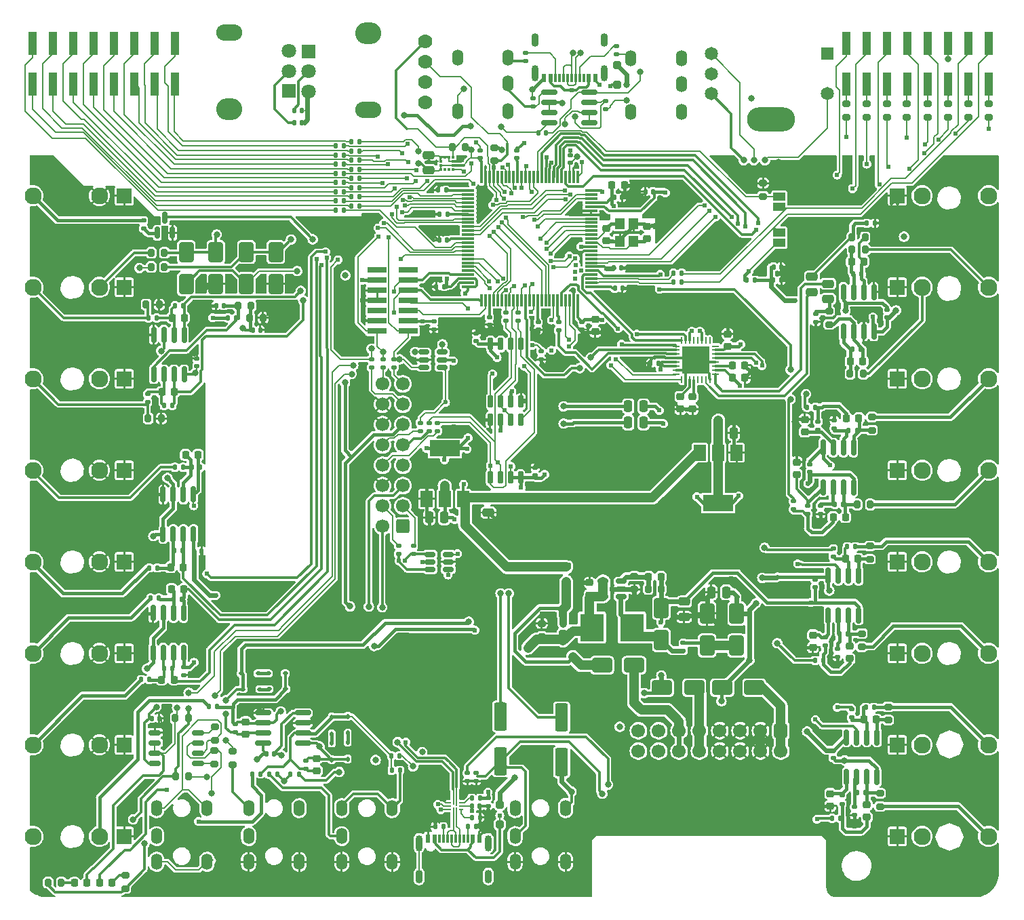
<source format=gbr>
G04 #@! TF.GenerationSoftware,KiCad,Pcbnew,7.0.11*
G04 #@! TF.CreationDate,2024-07-12T12:59:48+02:00*
G04 #@! TF.ProjectId,plinkyblack_hwmidi_jacks,706c696e-6b79-4626-9c61-636b5f68776d,rev?*
G04 #@! TF.SameCoordinates,Original*
G04 #@! TF.FileFunction,Copper,L1,Top*
G04 #@! TF.FilePolarity,Positive*
%FSLAX46Y46*%
G04 Gerber Fmt 4.6, Leading zero omitted, Abs format (unit mm)*
G04 Created by KiCad (PCBNEW 7.0.11) date 2024-07-12 12:59:49*
%MOMM*%
%LPD*%
G01*
G04 APERTURE LIST*
G04 Aperture macros list*
%AMRoundRect*
0 Rectangle with rounded corners*
0 $1 Rounding radius*
0 $2 $3 $4 $5 $6 $7 $8 $9 X,Y pos of 4 corners*
0 Add a 4 corners polygon primitive as box body*
4,1,4,$2,$3,$4,$5,$6,$7,$8,$9,$2,$3,0*
0 Add four circle primitives for the rounded corners*
1,1,$1+$1,$2,$3*
1,1,$1+$1,$4,$5*
1,1,$1+$1,$6,$7*
1,1,$1+$1,$8,$9*
0 Add four rect primitives between the rounded corners*
20,1,$1+$1,$2,$3,$4,$5,0*
20,1,$1+$1,$4,$5,$6,$7,0*
20,1,$1+$1,$6,$7,$8,$9,0*
20,1,$1+$1,$8,$9,$2,$3,0*%
G04 Aperture macros list end*
G04 #@! TA.AperFunction,SMDPad,CuDef*
%ADD10R,1.000000X3.000000*%
G04 #@! TD*
G04 #@! TA.AperFunction,SMDPad,CuDef*
%ADD11RoundRect,0.250000X0.250000X0.475000X-0.250000X0.475000X-0.250000X-0.475000X0.250000X-0.475000X0*%
G04 #@! TD*
G04 #@! TA.AperFunction,SMDPad,CuDef*
%ADD12RoundRect,0.250000X-0.250000X-0.475000X0.250000X-0.475000X0.250000X0.475000X-0.250000X0.475000X0*%
G04 #@! TD*
G04 #@! TA.AperFunction,SMDPad,CuDef*
%ADD13RoundRect,0.225000X-0.225000X-0.250000X0.225000X-0.250000X0.225000X0.250000X-0.225000X0.250000X0*%
G04 #@! TD*
G04 #@! TA.AperFunction,SMDPad,CuDef*
%ADD14RoundRect,0.140000X-0.170000X0.140000X-0.170000X-0.140000X0.170000X-0.140000X0.170000X0.140000X0*%
G04 #@! TD*
G04 #@! TA.AperFunction,SMDPad,CuDef*
%ADD15RoundRect,0.225000X0.225000X0.250000X-0.225000X0.250000X-0.225000X-0.250000X0.225000X-0.250000X0*%
G04 #@! TD*
G04 #@! TA.AperFunction,SMDPad,CuDef*
%ADD16RoundRect,0.140000X0.140000X0.170000X-0.140000X0.170000X-0.140000X-0.170000X0.140000X-0.170000X0*%
G04 #@! TD*
G04 #@! TA.AperFunction,SMDPad,CuDef*
%ADD17RoundRect,0.250000X-0.550000X1.500000X-0.550000X-1.500000X0.550000X-1.500000X0.550000X1.500000X0*%
G04 #@! TD*
G04 #@! TA.AperFunction,SMDPad,CuDef*
%ADD18RoundRect,0.225000X0.250000X-0.225000X0.250000X0.225000X-0.250000X0.225000X-0.250000X-0.225000X0*%
G04 #@! TD*
G04 #@! TA.AperFunction,ComponentPad*
%ADD19R,1.830000X1.930000*%
G04 #@! TD*
G04 #@! TA.AperFunction,ComponentPad*
%ADD20C,2.130000*%
G04 #@! TD*
G04 #@! TA.AperFunction,ComponentPad*
%ADD21RoundRect,0.250000X-0.600000X0.600000X-0.600000X-0.600000X0.600000X-0.600000X0.600000X0.600000X0*%
G04 #@! TD*
G04 #@! TA.AperFunction,ComponentPad*
%ADD22C,1.700000*%
G04 #@! TD*
G04 #@! TA.AperFunction,SMDPad,CuDef*
%ADD23RoundRect,0.135000X-0.185000X0.135000X-0.185000X-0.135000X0.185000X-0.135000X0.185000X0.135000X0*%
G04 #@! TD*
G04 #@! TA.AperFunction,SMDPad,CuDef*
%ADD24RoundRect,0.135000X-0.135000X-0.185000X0.135000X-0.185000X0.135000X0.185000X-0.135000X0.185000X0*%
G04 #@! TD*
G04 #@! TA.AperFunction,SMDPad,CuDef*
%ADD25RoundRect,0.200000X0.275000X-0.200000X0.275000X0.200000X-0.275000X0.200000X-0.275000X-0.200000X0*%
G04 #@! TD*
G04 #@! TA.AperFunction,SMDPad,CuDef*
%ADD26RoundRect,0.200000X0.200000X0.275000X-0.200000X0.275000X-0.200000X-0.275000X0.200000X-0.275000X0*%
G04 #@! TD*
G04 #@! TA.AperFunction,SMDPad,CuDef*
%ADD27RoundRect,0.135000X0.135000X0.185000X-0.135000X0.185000X-0.135000X-0.185000X0.135000X-0.185000X0*%
G04 #@! TD*
G04 #@! TA.AperFunction,SMDPad,CuDef*
%ADD28RoundRect,0.135000X0.185000X-0.135000X0.185000X0.135000X-0.185000X0.135000X-0.185000X-0.135000X0*%
G04 #@! TD*
G04 #@! TA.AperFunction,SMDPad,CuDef*
%ADD29RoundRect,0.200000X-0.275000X0.200000X-0.275000X-0.200000X0.275000X-0.200000X0.275000X0.200000X0*%
G04 #@! TD*
G04 #@! TA.AperFunction,SMDPad,CuDef*
%ADD30RoundRect,0.150000X-0.150000X0.825000X-0.150000X-0.825000X0.150000X-0.825000X0.150000X0.825000X0*%
G04 #@! TD*
G04 #@! TA.AperFunction,SMDPad,CuDef*
%ADD31R,1.500000X2.000000*%
G04 #@! TD*
G04 #@! TA.AperFunction,SMDPad,CuDef*
%ADD32R,3.800000X2.000000*%
G04 #@! TD*
G04 #@! TA.AperFunction,SMDPad,CuDef*
%ADD33RoundRect,0.150000X0.150000X-0.825000X0.150000X0.825000X-0.150000X0.825000X-0.150000X-0.825000X0*%
G04 #@! TD*
G04 #@! TA.AperFunction,SMDPad,CuDef*
%ADD34RoundRect,0.140000X0.170000X-0.140000X0.170000X0.140000X-0.170000X0.140000X-0.170000X-0.140000X0*%
G04 #@! TD*
G04 #@! TA.AperFunction,ComponentPad*
%ADD35O,3.240000X2.720000*%
G04 #@! TD*
G04 #@! TA.AperFunction,ComponentPad*
%ADD36O,3.240001X2.032000*%
G04 #@! TD*
G04 #@! TA.AperFunction,ComponentPad*
%ADD37R,1.800000X1.800000*%
G04 #@! TD*
G04 #@! TA.AperFunction,ComponentPad*
%ADD38C,1.800000*%
G04 #@! TD*
G04 #@! TA.AperFunction,SMDPad,CuDef*
%ADD39RoundRect,0.140000X-0.140000X-0.170000X0.140000X-0.170000X0.140000X0.170000X-0.140000X0.170000X0*%
G04 #@! TD*
G04 #@! TA.AperFunction,SMDPad,CuDef*
%ADD40RoundRect,0.250000X-0.475000X0.250000X-0.475000X-0.250000X0.475000X-0.250000X0.475000X0.250000X0*%
G04 #@! TD*
G04 #@! TA.AperFunction,SMDPad,CuDef*
%ADD41RoundRect,0.225000X-0.250000X0.225000X-0.250000X-0.225000X0.250000X-0.225000X0.250000X0.225000X0*%
G04 #@! TD*
G04 #@! TA.AperFunction,SMDPad,CuDef*
%ADD42R,1.200000X1.400000*%
G04 #@! TD*
G04 #@! TA.AperFunction,SMDPad,CuDef*
%ADD43RoundRect,0.062500X-0.062500X0.375000X-0.062500X-0.375000X0.062500X-0.375000X0.062500X0.375000X0*%
G04 #@! TD*
G04 #@! TA.AperFunction,SMDPad,CuDef*
%ADD44RoundRect,0.062500X-0.375000X0.062500X-0.375000X-0.062500X0.375000X-0.062500X0.375000X0.062500X0*%
G04 #@! TD*
G04 #@! TA.AperFunction,SMDPad,CuDef*
%ADD45R,3.450000X3.450000*%
G04 #@! TD*
G04 #@! TA.AperFunction,SMDPad,CuDef*
%ADD46RoundRect,0.150000X0.150000X-0.650000X0.150000X0.650000X-0.150000X0.650000X-0.150000X-0.650000X0*%
G04 #@! TD*
G04 #@! TA.AperFunction,SMDPad,CuDef*
%ADD47RoundRect,0.075000X0.725000X0.075000X-0.725000X0.075000X-0.725000X-0.075000X0.725000X-0.075000X0*%
G04 #@! TD*
G04 #@! TA.AperFunction,SMDPad,CuDef*
%ADD48RoundRect,0.075000X0.075000X0.725000X-0.075000X0.725000X-0.075000X-0.725000X0.075000X-0.725000X0*%
G04 #@! TD*
G04 #@! TA.AperFunction,SMDPad,CuDef*
%ADD49R,2.400000X0.740000*%
G04 #@! TD*
G04 #@! TA.AperFunction,SMDPad,CuDef*
%ADD50RoundRect,0.218750X-0.381250X0.218750X-0.381250X-0.218750X0.381250X-0.218750X0.381250X0.218750X0*%
G04 #@! TD*
G04 #@! TA.AperFunction,SMDPad,CuDef*
%ADD51RoundRect,0.250000X0.475000X-0.250000X0.475000X0.250000X-0.475000X0.250000X-0.475000X-0.250000X0*%
G04 #@! TD*
G04 #@! TA.AperFunction,SMDPad,CuDef*
%ADD52RoundRect,0.250000X-0.650000X1.000000X-0.650000X-1.000000X0.650000X-1.000000X0.650000X1.000000X0*%
G04 #@! TD*
G04 #@! TA.AperFunction,SMDPad,CuDef*
%ADD53RoundRect,0.250000X0.650000X-1.000000X0.650000X1.000000X-0.650000X1.000000X-0.650000X-1.000000X0*%
G04 #@! TD*
G04 #@! TA.AperFunction,SMDPad,CuDef*
%ADD54R,3.000000X3.500000*%
G04 #@! TD*
G04 #@! TA.AperFunction,SMDPad,CuDef*
%ADD55RoundRect,0.150000X0.512500X0.150000X-0.512500X0.150000X-0.512500X-0.150000X0.512500X-0.150000X0*%
G04 #@! TD*
G04 #@! TA.AperFunction,SMDPad,CuDef*
%ADD56RoundRect,0.250000X-0.250000X0.250000X-0.250000X-0.250000X0.250000X-0.250000X0.250000X0.250000X0*%
G04 #@! TD*
G04 #@! TA.AperFunction,SMDPad,CuDef*
%ADD57RoundRect,0.150000X0.150000X-0.587500X0.150000X0.587500X-0.150000X0.587500X-0.150000X-0.587500X0*%
G04 #@! TD*
G04 #@! TA.AperFunction,SMDPad,CuDef*
%ADD58RoundRect,0.150000X-0.150000X0.650000X-0.150000X-0.650000X0.150000X-0.650000X0.150000X0.650000X0*%
G04 #@! TD*
G04 #@! TA.AperFunction,SMDPad,CuDef*
%ADD59R,1.500000X1.000000*%
G04 #@! TD*
G04 #@! TA.AperFunction,ComponentPad*
%ADD60RoundRect,0.250000X0.600000X0.600000X-0.600000X0.600000X-0.600000X-0.600000X0.600000X-0.600000X0*%
G04 #@! TD*
G04 #@! TA.AperFunction,ComponentPad*
%ADD61C,1.778000*%
G04 #@! TD*
G04 #@! TA.AperFunction,SMDPad,CuDef*
%ADD62RoundRect,0.200000X-0.200000X-0.275000X0.200000X-0.275000X0.200000X0.275000X-0.200000X0.275000X0*%
G04 #@! TD*
G04 #@! TA.AperFunction,ComponentPad*
%ADD63R,1.650000X1.650000*%
G04 #@! TD*
G04 #@! TA.AperFunction,ComponentPad*
%ADD64C,1.650000*%
G04 #@! TD*
G04 #@! TA.AperFunction,ComponentPad*
%ADD65O,6.000000X3.000000*%
G04 #@! TD*
G04 #@! TA.AperFunction,SMDPad,CuDef*
%ADD66RoundRect,0.150000X0.825000X0.150000X-0.825000X0.150000X-0.825000X-0.150000X0.825000X-0.150000X0*%
G04 #@! TD*
G04 #@! TA.AperFunction,SMDPad,CuDef*
%ADD67RoundRect,0.250000X-1.000000X-0.650000X1.000000X-0.650000X1.000000X0.650000X-1.000000X0.650000X0*%
G04 #@! TD*
G04 #@! TA.AperFunction,SMDPad,CuDef*
%ADD68R,0.375000X0.350000*%
G04 #@! TD*
G04 #@! TA.AperFunction,SMDPad,CuDef*
%ADD69R,0.350000X0.375000*%
G04 #@! TD*
G04 #@! TA.AperFunction,SMDPad,CuDef*
%ADD70RoundRect,0.112500X-0.187500X-0.112500X0.187500X-0.112500X0.187500X0.112500X-0.187500X0.112500X0*%
G04 #@! TD*
G04 #@! TA.AperFunction,SMDPad,CuDef*
%ADD71RoundRect,0.112500X0.187500X0.112500X-0.187500X0.112500X-0.187500X-0.112500X0.187500X-0.112500X0*%
G04 #@! TD*
G04 #@! TA.AperFunction,SMDPad,CuDef*
%ADD72RoundRect,0.112500X0.112500X-0.187500X0.112500X0.187500X-0.112500X0.187500X-0.112500X-0.187500X0*%
G04 #@! TD*
G04 #@! TA.AperFunction,SMDPad,CuDef*
%ADD73RoundRect,0.112500X-0.112500X0.187500X-0.112500X-0.187500X0.112500X-0.187500X0.112500X0.187500X0*%
G04 #@! TD*
G04 #@! TA.AperFunction,ComponentPad*
%ADD74O,1.400000X2.000000*%
G04 #@! TD*
G04 #@! TA.AperFunction,SMDPad,CuDef*
%ADD75RoundRect,0.150000X0.625000X0.150000X-0.625000X0.150000X-0.625000X-0.150000X0.625000X-0.150000X0*%
G04 #@! TD*
G04 #@! TA.AperFunction,SMDPad,CuDef*
%ADD76R,0.600000X1.140000*%
G04 #@! TD*
G04 #@! TA.AperFunction,SMDPad,CuDef*
%ADD77R,0.300000X1.140000*%
G04 #@! TD*
G04 #@! TA.AperFunction,ComponentPad*
%ADD78O,0.900000X2.000000*%
G04 #@! TD*
G04 #@! TA.AperFunction,ComponentPad*
%ADD79O,0.900000X1.700000*%
G04 #@! TD*
G04 #@! TA.AperFunction,SMDPad,CuDef*
%ADD80RoundRect,0.050000X-0.050000X0.362500X-0.050000X-0.362500X0.050000X-0.362500X0.050000X0.362500X0*%
G04 #@! TD*
G04 #@! TA.AperFunction,SMDPad,CuDef*
%ADD81RoundRect,0.050000X-0.050000X0.312500X-0.050000X-0.312500X0.050000X-0.312500X0.050000X0.312500X0*%
G04 #@! TD*
G04 #@! TA.AperFunction,SMDPad,CuDef*
%ADD82RoundRect,0.050000X-0.225000X0.050000X-0.225000X-0.050000X0.225000X-0.050000X0.225000X0.050000X0*%
G04 #@! TD*
G04 #@! TA.AperFunction,SMDPad,CuDef*
%ADD83RoundRect,0.050000X-0.050000X0.325000X-0.050000X-0.325000X0.050000X-0.325000X0.050000X0.325000X0*%
G04 #@! TD*
G04 #@! TA.AperFunction,SMDPad,CuDef*
%ADD84RoundRect,0.250000X1.000000X0.650000X-1.000000X0.650000X-1.000000X-0.650000X1.000000X-0.650000X0*%
G04 #@! TD*
G04 #@! TA.AperFunction,SMDPad,CuDef*
%ADD85RoundRect,0.150000X-0.512500X-0.150000X0.512500X-0.150000X0.512500X0.150000X-0.512500X0.150000X0*%
G04 #@! TD*
G04 #@! TA.AperFunction,SMDPad,CuDef*
%ADD86RoundRect,0.218750X0.218750X0.256250X-0.218750X0.256250X-0.218750X-0.256250X0.218750X-0.256250X0*%
G04 #@! TD*
G04 #@! TA.AperFunction,SMDPad,CuDef*
%ADD87RoundRect,0.218750X-0.218750X-0.256250X0.218750X-0.256250X0.218750X0.256250X-0.218750X0.256250X0*%
G04 #@! TD*
G04 #@! TA.AperFunction,ViaPad*
%ADD88C,0.609600*%
G04 #@! TD*
G04 #@! TA.AperFunction,ViaPad*
%ADD89C,0.800000*%
G04 #@! TD*
G04 #@! TA.AperFunction,ViaPad*
%ADD90C,0.600000*%
G04 #@! TD*
G04 #@! TA.AperFunction,Conductor*
%ADD91C,0.203200*%
G04 #@! TD*
G04 #@! TA.AperFunction,Conductor*
%ADD92C,0.457200*%
G04 #@! TD*
G04 #@! TA.AperFunction,Conductor*
%ADD93C,0.304800*%
G04 #@! TD*
G04 #@! TA.AperFunction,Conductor*
%ADD94C,0.609600*%
G04 #@! TD*
G04 #@! TA.AperFunction,Conductor*
%ADD95C,0.130000*%
G04 #@! TD*
G04 #@! TA.AperFunction,Conductor*
%ADD96C,0.152400*%
G04 #@! TD*
G04 #@! TA.AperFunction,Conductor*
%ADD97C,0.200000*%
G04 #@! TD*
G04 #@! TA.AperFunction,Conductor*
%ADD98C,1.219200*%
G04 #@! TD*
G04 #@! TA.AperFunction,Conductor*
%ADD99C,0.914400*%
G04 #@! TD*
G04 APERTURE END LIST*
D10*
X34290000Y-33000000D03*
X34290000Y-27960000D03*
X31750000Y-33000000D03*
X31750000Y-27960000D03*
X29210000Y-33000000D03*
X29210000Y-27960000D03*
X26670000Y-33000000D03*
X26670000Y-27960000D03*
X24130000Y-33000000D03*
X24130000Y-27960000D03*
X21590000Y-33000000D03*
X21590000Y-27960000D03*
X19050000Y-33000000D03*
X19050000Y-27960000D03*
X16510000Y-33000000D03*
X16510000Y-27960000D03*
X118110000Y-27960000D03*
X118110000Y-33000000D03*
X120650000Y-27960000D03*
X120650000Y-33000000D03*
X123190000Y-27960000D03*
X123190000Y-33000000D03*
X125730000Y-27960000D03*
X125730000Y-33000000D03*
X128270000Y-27960000D03*
X128270000Y-33000000D03*
X130810000Y-27960000D03*
X130810000Y-33000000D03*
X133350000Y-27960000D03*
X133350000Y-33000000D03*
X135890000Y-27960000D03*
X135890000Y-33000000D03*
D11*
X67904400Y-87147400D03*
X66004400Y-87147400D03*
D12*
X102161300Y-76619100D03*
X104061300Y-76619100D03*
D13*
X118605000Y-67691000D03*
X120155000Y-67691000D03*
X118732000Y-55245000D03*
X120282000Y-55245000D03*
D14*
X114173000Y-94897000D03*
X114173000Y-95857000D03*
D15*
X37144083Y-79349600D03*
X35594083Y-79349600D03*
X35300081Y-93377518D03*
X33750081Y-93377518D03*
D16*
X37610793Y-91356981D03*
X36650793Y-91356981D03*
D17*
X74930000Y-112008000D03*
X74930000Y-117608000D03*
D18*
X116078000Y-123203000D03*
X116078000Y-121653000D03*
X113919000Y-103391000D03*
X113919000Y-101841000D03*
X118491000Y-104788000D03*
X118491000Y-103238000D03*
D14*
X116459000Y-116233000D03*
X116459000Y-117193000D03*
D19*
X27940000Y-115570000D03*
D20*
X16540000Y-115570000D03*
X24840000Y-115570000D03*
D19*
X124460000Y-46990000D03*
D20*
X135860000Y-46990000D03*
X127560000Y-46990000D03*
D19*
X124460000Y-58420000D03*
D20*
X135860000Y-58420000D03*
X127560000Y-58420000D03*
D19*
X27940000Y-81280000D03*
D20*
X16540000Y-81280000D03*
X24840000Y-81280000D03*
D19*
X27940000Y-92710000D03*
D20*
X16540000Y-92710000D03*
X24840000Y-92710000D03*
D19*
X124460000Y-104140000D03*
D20*
X135860000Y-104140000D03*
X127560000Y-104140000D03*
D19*
X124460000Y-92710000D03*
D20*
X135860000Y-92710000D03*
X127560000Y-92710000D03*
D21*
X109918500Y-113792000D03*
D22*
X109918500Y-116332000D03*
X107378500Y-113792000D03*
X107378500Y-116332000D03*
X104838500Y-113792000D03*
X104838500Y-116332000D03*
X102298500Y-113792000D03*
X102298500Y-116332000D03*
X99758500Y-113792000D03*
X99758500Y-116332000D03*
X97218500Y-113792000D03*
X97218500Y-116332000D03*
X94678500Y-113792000D03*
X94678500Y-116332000D03*
X92138500Y-113792000D03*
X92138500Y-116332000D03*
D23*
X114300000Y-61720000D03*
X114300000Y-62740000D03*
D24*
X120648000Y-50419000D03*
X121668000Y-50419000D03*
D25*
X115951000Y-63055000D03*
X115951000Y-61405000D03*
D24*
X118870000Y-66167000D03*
X119890000Y-66167000D03*
X118972000Y-56769000D03*
X119992000Y-56769000D03*
D26*
X120205000Y-69215000D03*
X118555000Y-69215000D03*
D27*
X35272794Y-80892769D03*
X34252794Y-80892769D03*
X32073622Y-93463835D03*
X31053622Y-93463835D03*
X37418947Y-80890763D03*
X36398947Y-80890763D03*
X35202516Y-91312482D03*
X34182516Y-91312482D03*
D23*
X70776374Y-119067312D03*
X70776374Y-120087312D03*
X117551000Y-121893000D03*
X117551000Y-122913000D03*
D27*
X115191000Y-105029000D03*
X114171000Y-105029000D03*
X117350000Y-124714000D03*
X116330000Y-124714000D03*
D24*
X119429000Y-121539000D03*
X120449000Y-121539000D03*
D23*
X115443000Y-102106000D03*
X115443000Y-103126000D03*
D24*
X117219000Y-101727000D03*
X118239000Y-101727000D03*
D28*
X118745000Y-112143000D03*
X118745000Y-111123000D03*
X116459000Y-92077000D03*
X116459000Y-91057000D03*
D27*
X121541000Y-110871000D03*
X120521000Y-110871000D03*
D25*
X122301000Y-123253000D03*
X122301000Y-121603000D03*
X120015000Y-103314000D03*
X120015000Y-101664000D03*
D29*
X123317000Y-110808000D03*
X123317000Y-112458000D03*
X121031000Y-90716500D03*
X121031000Y-92366500D03*
D30*
X36601834Y-84293010D03*
X35331834Y-84293010D03*
X34061834Y-84293010D03*
X32791834Y-84293010D03*
X32791834Y-89243010D03*
X34061834Y-89243010D03*
X35331834Y-89243010D03*
X36601834Y-89243010D03*
D31*
X65670400Y-84836400D03*
X67970400Y-84836400D03*
D32*
X67970400Y-78536400D03*
D31*
X70270400Y-84836400D03*
X104395300Y-79057100D03*
X102095300Y-79057100D03*
D32*
X102095300Y-85357100D03*
D31*
X99795300Y-79057100D03*
D33*
X117729000Y-63943000D03*
X118999000Y-63943000D03*
X120269000Y-63943000D03*
X121539000Y-63943000D03*
X121539000Y-58993000D03*
X120269000Y-58993000D03*
X118999000Y-58993000D03*
X117729000Y-58993000D03*
D30*
X119634000Y-94426000D03*
X118364000Y-94426000D03*
X117094000Y-94426000D03*
X115824000Y-94426000D03*
X115824000Y-99376000D03*
X117094000Y-99376000D03*
X118364000Y-99376000D03*
X119634000Y-99376000D03*
X121920000Y-114619000D03*
X120650000Y-114619000D03*
X119380000Y-114619000D03*
X118110000Y-114619000D03*
X118110000Y-119569000D03*
X119380000Y-119569000D03*
X120650000Y-119569000D03*
X121920000Y-119569000D03*
D19*
X27940000Y-104140000D03*
D20*
X16540000Y-104140000D03*
X24840000Y-104140000D03*
D19*
X124460000Y-127000000D03*
D20*
X135860000Y-127000000D03*
X127560000Y-127000000D03*
D15*
X121806000Y-112395000D03*
X120256000Y-112395000D03*
D34*
X123190000Y-62202000D03*
X123190000Y-61242000D03*
D35*
X41014000Y-36209000D03*
D36*
X41014000Y-26609000D03*
D37*
X48514000Y-33909000D03*
D38*
X48514000Y-31409000D03*
X48514000Y-28909000D03*
D25*
X118110000Y-37147000D03*
X118110000Y-35497000D03*
X120650000Y-37147000D03*
X120650000Y-35497000D03*
X123190000Y-37147000D03*
X123190000Y-35497000D03*
X125603000Y-37147000D03*
X125603000Y-35497000D03*
X128270000Y-37147000D03*
X128270000Y-35497000D03*
X130810000Y-37172000D03*
X130810000Y-35522000D03*
X133350000Y-37147000D03*
X133350000Y-35497000D03*
X135890000Y-37147000D03*
X135890000Y-35497000D03*
D27*
X33938107Y-105996078D03*
X32918107Y-105996078D03*
X35157191Y-97358739D03*
X34137191Y-97358739D03*
X31084932Y-107396728D03*
X30064932Y-107396728D03*
X32252140Y-97229049D03*
X31232140Y-97229049D03*
D15*
X34151231Y-107422665D03*
X32601231Y-107422665D03*
X35396253Y-96087779D03*
X33846253Y-96087779D03*
D34*
X35357394Y-106835759D03*
X35357394Y-105875759D03*
D30*
X35359045Y-99085688D03*
X34089045Y-99085688D03*
X32819045Y-99085688D03*
X31549045Y-99085688D03*
X31549045Y-104035688D03*
X32819045Y-104035688D03*
X34089045Y-104035688D03*
X35359045Y-104035688D03*
D28*
X119126000Y-124335000D03*
X119126000Y-123315000D03*
X116967000Y-104586500D03*
X116967000Y-103566500D03*
D18*
X120650000Y-124600000D03*
X120650000Y-123050000D03*
D39*
X92992000Y-46482000D03*
X93952000Y-46482000D03*
D19*
X27940000Y-127000000D03*
D20*
X16540000Y-127000000D03*
X24840000Y-127000000D03*
D19*
X27940000Y-46990000D03*
D20*
X16540000Y-46990000D03*
X24840000Y-46990000D03*
D19*
X124460000Y-69850000D03*
D20*
X135860000Y-69850000D03*
X127560000Y-69850000D03*
D19*
X124460000Y-81280000D03*
D20*
X135860000Y-81280000D03*
X127560000Y-81280000D03*
D26*
X45275000Y-62230000D03*
X43625000Y-62230000D03*
D27*
X41912000Y-62230000D03*
X40892000Y-62230000D03*
D26*
X43776400Y-60706000D03*
X42126400Y-60706000D03*
D27*
X97538000Y-56642000D03*
X96518000Y-56642000D03*
D29*
X121285000Y-74613000D03*
X121285000Y-76263000D03*
D19*
X124460000Y-115570000D03*
D20*
X135860000Y-115570000D03*
X127560000Y-115570000D03*
D17*
X82550000Y-112135000D03*
X82550000Y-117735000D03*
D27*
X39551201Y-110771003D03*
X38531201Y-110771003D03*
D11*
X92771000Y-75311000D03*
X90871000Y-75311000D03*
X92771000Y-73279000D03*
X90871000Y-73279000D03*
D40*
X73406000Y-84648000D03*
X73406000Y-86548000D03*
D39*
X39398000Y-60706000D03*
X40358000Y-60706000D03*
D13*
X118097000Y-74739500D03*
X119647000Y-74739500D03*
D27*
X57279000Y-48260000D03*
X56259000Y-48260000D03*
X57279000Y-43688000D03*
X56259000Y-43688000D03*
X57279000Y-47117000D03*
X56259000Y-47117000D03*
X57279000Y-41402000D03*
X56259000Y-41402000D03*
X57279000Y-42545000D03*
X56259000Y-42545000D03*
D24*
X54354000Y-41910000D03*
X55374000Y-41910000D03*
D27*
X57279000Y-45974000D03*
X56259000Y-45974000D03*
D24*
X54354000Y-48768000D03*
X55374000Y-48768000D03*
X54354000Y-47625000D03*
X55374000Y-47625000D03*
X54354000Y-44196000D03*
X55374000Y-44196000D03*
X54354000Y-40767000D03*
X55374000Y-40767000D03*
X54377000Y-45339000D03*
X55397000Y-45339000D03*
X54354000Y-43053000D03*
X55374000Y-43053000D03*
D27*
X57279000Y-44831000D03*
X56259000Y-44831000D03*
X57279000Y-40259000D03*
X56259000Y-40259000D03*
D24*
X54377000Y-46482000D03*
X55397000Y-46482000D03*
D26*
X120459000Y-53721000D03*
X118809000Y-53721000D03*
D39*
X89055000Y-56007000D03*
X90015000Y-56007000D03*
D18*
X93218000Y-52337000D03*
X93218000Y-50787000D03*
D34*
X83600000Y-42880000D03*
X83600000Y-41920000D03*
X72390000Y-42263000D03*
X72390000Y-41303000D03*
D16*
X67853500Y-58318400D03*
X66893500Y-58318400D03*
D39*
X93665100Y-67894200D03*
X94625100Y-67894200D03*
D15*
X105423000Y-69723000D03*
X103873000Y-69723000D03*
D41*
X98907600Y-72072200D03*
X98907600Y-73622200D03*
X97383600Y-72072200D03*
X97383600Y-73622200D03*
X86741000Y-62432900D03*
X86741000Y-63982900D03*
D18*
X103251000Y-65799000D03*
X103251000Y-64249000D03*
D13*
X103873000Y-68148200D03*
X105423000Y-68148200D03*
D23*
X82169000Y-62736000D03*
X82169000Y-63756000D03*
D29*
X74168000Y-40958000D03*
X74168000Y-42608000D03*
D26*
X70548000Y-40894000D03*
X68898000Y-40894000D03*
D16*
X90142000Y-58521600D03*
X89182000Y-58521600D03*
D42*
X91528000Y-52662000D03*
X91528000Y-50462000D03*
X89828000Y-50462000D03*
X89828000Y-52662000D03*
D14*
X76936600Y-41303000D03*
X76936600Y-42263000D03*
D43*
X101038600Y-65075700D03*
X100538600Y-65075700D03*
X100038600Y-65075700D03*
X99538600Y-65075700D03*
X99038600Y-65075700D03*
X98538600Y-65075700D03*
X98038600Y-65075700D03*
X97538600Y-65075700D03*
D44*
X96851100Y-65763200D03*
X96851100Y-66263200D03*
X96851100Y-66763200D03*
X96851100Y-67263200D03*
X96851100Y-67763200D03*
X96851100Y-68263200D03*
X96851100Y-68763200D03*
X96851100Y-69263200D03*
D43*
X97538600Y-69950700D03*
X98038600Y-69950700D03*
X98538600Y-69950700D03*
X99038600Y-69950700D03*
X99538600Y-69950700D03*
X100038600Y-69950700D03*
X100538600Y-69950700D03*
X101038600Y-69950700D03*
D44*
X101726100Y-69263200D03*
X101726100Y-68763200D03*
X101726100Y-68263200D03*
X101726100Y-67763200D03*
X101726100Y-67263200D03*
X101726100Y-66763200D03*
X101726100Y-66263200D03*
X101726100Y-65763200D03*
D45*
X99288600Y-67513200D03*
D34*
X73533000Y-63091000D03*
X73533000Y-62131000D03*
D39*
X89118500Y-47205900D03*
X90078500Y-47205900D03*
D34*
X79629000Y-63726000D03*
X79629000Y-62766000D03*
D39*
X67312600Y-49326800D03*
X68272600Y-49326800D03*
D14*
X85090000Y-62727900D03*
X85090000Y-63687900D03*
D39*
X67160200Y-46278800D03*
X68120200Y-46278800D03*
X67261800Y-52527200D03*
X68221800Y-52527200D03*
D46*
X73660000Y-72688000D03*
X74930000Y-72688000D03*
X76200000Y-72688000D03*
X77470000Y-72688000D03*
X77470000Y-65488000D03*
X76200000Y-65488000D03*
X74930000Y-65488000D03*
X73660000Y-65488000D03*
D34*
X71882000Y-65123000D03*
X71882000Y-64163000D03*
D47*
X86224500Y-58349400D03*
X86224500Y-57849400D03*
X86224500Y-57349400D03*
X86224500Y-56849400D03*
X86224500Y-56349400D03*
X86224500Y-55849400D03*
X86224500Y-55349400D03*
X86224500Y-54849400D03*
X86224500Y-54349400D03*
X86224500Y-53849400D03*
X86224500Y-53349400D03*
X86224500Y-52849400D03*
X86224500Y-52349400D03*
X86224500Y-51849400D03*
X86224500Y-51349400D03*
X86224500Y-50849400D03*
X86224500Y-50349400D03*
X86224500Y-49849400D03*
X86224500Y-49349400D03*
X86224500Y-48849400D03*
X86224500Y-48349400D03*
X86224500Y-47849400D03*
X86224500Y-47349400D03*
X86224500Y-46849400D03*
X86224500Y-46349400D03*
D48*
X84549500Y-44674400D03*
X84049500Y-44674400D03*
X83549500Y-44674400D03*
X83049500Y-44674400D03*
X82549500Y-44674400D03*
X82049500Y-44674400D03*
X81549500Y-44674400D03*
X81049500Y-44674400D03*
X80549500Y-44674400D03*
X80049500Y-44674400D03*
X79549500Y-44674400D03*
X79049500Y-44674400D03*
X78549500Y-44674400D03*
X78049500Y-44674400D03*
X77549500Y-44674400D03*
X77049500Y-44674400D03*
X76549500Y-44674400D03*
X76049500Y-44674400D03*
X75549500Y-44674400D03*
X75049500Y-44674400D03*
X74549500Y-44674400D03*
X74049500Y-44674400D03*
X73549500Y-44674400D03*
X73049500Y-44674400D03*
X72549500Y-44674400D03*
D47*
X70874500Y-46349400D03*
X70874500Y-46849400D03*
X70874500Y-47349400D03*
X70874500Y-47849400D03*
X70874500Y-48349400D03*
X70874500Y-48849400D03*
X70874500Y-49349400D03*
X70874500Y-49849400D03*
X70874500Y-50349400D03*
X70874500Y-50849400D03*
X70874500Y-51349400D03*
X70874500Y-51849400D03*
X70874500Y-52349400D03*
X70874500Y-52849400D03*
X70874500Y-53349400D03*
X70874500Y-53849400D03*
X70874500Y-54349400D03*
X70874500Y-54849400D03*
X70874500Y-55349400D03*
X70874500Y-55849400D03*
X70874500Y-56349400D03*
X70874500Y-56849400D03*
X70874500Y-57349400D03*
X70874500Y-57849400D03*
X70874500Y-58349400D03*
D48*
X72549500Y-60024400D03*
X73049500Y-60024400D03*
X73549500Y-60024400D03*
X74049500Y-60024400D03*
X74549500Y-60024400D03*
X75049500Y-60024400D03*
X75549500Y-60024400D03*
X76049500Y-60024400D03*
X76549500Y-60024400D03*
X77049500Y-60024400D03*
X77549500Y-60024400D03*
X78049500Y-60024400D03*
X78549500Y-60024400D03*
X79049500Y-60024400D03*
X79549500Y-60024400D03*
X80049500Y-60024400D03*
X80549500Y-60024400D03*
X81049500Y-60024400D03*
X81549500Y-60024400D03*
X82049500Y-60024400D03*
X82549500Y-60024400D03*
X83049500Y-60024400D03*
X83549500Y-60024400D03*
X84049500Y-60024400D03*
X84549500Y-60024400D03*
D41*
X112903000Y-74917000D03*
X112903000Y-76467000D03*
D13*
X116446000Y-87122000D03*
X117996000Y-87122000D03*
D41*
X111887000Y-80251000D03*
X111887000Y-81801000D03*
D14*
X113538000Y-80546000D03*
X113538000Y-81506000D03*
D27*
X114238000Y-73406000D03*
X113218000Y-73406000D03*
D26*
X121094000Y-85534500D03*
X119444000Y-85534500D03*
D24*
X116648000Y-85534500D03*
X117668000Y-85534500D03*
D30*
X118999000Y-78424000D03*
X117729000Y-78424000D03*
X116459000Y-78424000D03*
X115189000Y-78424000D03*
X115189000Y-83374000D03*
X116459000Y-83374000D03*
X117729000Y-83374000D03*
X118999000Y-83374000D03*
D24*
X118388000Y-76327000D03*
X119408000Y-76327000D03*
D23*
X113284000Y-85723000D03*
X113284000Y-86743000D03*
D28*
X111506000Y-86108000D03*
X111506000Y-85088000D03*
D23*
X116586000Y-74991500D03*
X116586000Y-76011500D03*
D28*
X114872000Y-86743000D03*
X114872000Y-85723000D03*
X114554000Y-76202000D03*
X114554000Y-75182000D03*
D16*
X44930000Y-63754000D03*
X43970000Y-63754000D03*
D13*
X88823500Y-45681900D03*
X90373500Y-45681900D03*
D49*
X59518000Y-56261000D03*
X63418000Y-56261000D03*
X59518000Y-57531000D03*
X63418000Y-57531000D03*
X59518000Y-58801000D03*
X63418000Y-58801000D03*
X59518000Y-60071000D03*
X63418000Y-60071000D03*
X59518000Y-61341000D03*
X63418000Y-61341000D03*
X59518000Y-62611000D03*
X63418000Y-62611000D03*
X59518000Y-63881000D03*
X63418000Y-63881000D03*
D14*
X66600000Y-62700000D03*
X66600000Y-63660000D03*
D41*
X88138000Y-51041000D03*
X88138000Y-52591000D03*
D16*
X109954000Y-55880000D03*
X108994000Y-55880000D03*
D27*
X106682000Y-57531000D03*
X105662000Y-57531000D03*
X109984000Y-57531000D03*
X108964000Y-57531000D03*
D50*
X83123000Y-93234500D03*
X83123000Y-95359500D03*
D39*
X49177000Y-36322000D03*
X50137000Y-36322000D03*
D51*
X115824000Y-59878000D03*
X115824000Y-57978000D03*
D40*
X113792000Y-57089000D03*
X113792000Y-58989000D03*
D26*
X120433500Y-52197000D03*
X118783500Y-52197000D03*
D15*
X119520000Y-92329000D03*
X117970000Y-92329000D03*
D18*
X86044000Y-96850000D03*
X86044000Y-95300000D03*
D14*
X97728000Y-102834000D03*
X97728000Y-103794000D03*
D40*
X97855000Y-97665000D03*
X97855000Y-99565000D03*
D52*
X94997500Y-98456500D03*
X94997500Y-102456500D03*
X100712500Y-99155000D03*
X100712500Y-103155000D03*
D53*
X104395500Y-103155000D03*
X104395500Y-99155000D03*
D54*
X86338000Y-100901000D03*
X91338000Y-100901000D03*
D29*
X91632000Y-94488000D03*
X91632000Y-96138000D03*
D55*
X89975500Y-97025000D03*
X89975500Y-96075000D03*
X89975500Y-95125000D03*
X87700500Y-95125000D03*
X87700500Y-97025000D03*
D26*
X94997000Y-96075000D03*
X93347000Y-96075000D03*
D13*
X93397000Y-94551000D03*
X94947000Y-94551000D03*
D11*
X103123000Y-96519500D03*
X101223000Y-96519500D03*
D27*
X44943218Y-119190969D03*
X43923218Y-119190969D03*
D56*
X82678500Y-99206500D03*
X82678500Y-101706500D03*
D25*
X80075000Y-102043500D03*
X80075000Y-100393500D03*
D57*
X32070000Y-51610500D03*
X33970000Y-51610500D03*
X33020000Y-49735500D03*
D28*
X30353000Y-51081500D03*
X30353000Y-50061500D03*
D23*
X71902283Y-119067312D03*
X71902283Y-120087312D03*
X80010000Y-66419000D03*
X80010000Y-67439000D03*
D39*
X49177000Y-37846000D03*
X50137000Y-37846000D03*
D34*
X79248000Y-81912500D03*
X79248000Y-80952500D03*
D58*
X77441000Y-74954000D03*
X76171000Y-74954000D03*
X74901000Y-74954000D03*
X73631000Y-74954000D03*
X73631000Y-82154000D03*
X74901000Y-82154000D03*
X76171000Y-82154000D03*
X77441000Y-82154000D03*
D28*
X75565000Y-62613000D03*
X75565000Y-61593000D03*
X77089000Y-62613000D03*
X77089000Y-61593000D03*
D59*
X109728000Y-47087000D03*
X109728000Y-48387000D03*
X109728000Y-51547000D03*
X109728000Y-52847000D03*
D29*
X107696000Y-45403000D03*
X107696000Y-47053000D03*
D60*
X62738000Y-88265000D03*
D22*
X60198000Y-88265000D03*
X62738000Y-85725000D03*
X60198000Y-85725000D03*
X62738000Y-83185000D03*
X60198000Y-83185000D03*
X62738000Y-80645000D03*
X60198000Y-80645000D03*
X62738000Y-78105000D03*
X60198000Y-78105000D03*
X62738000Y-75565000D03*
X60198000Y-75565000D03*
X62738000Y-73025000D03*
X60198000Y-73025000D03*
X62738000Y-70485000D03*
X60198000Y-70485000D03*
D24*
X61339000Y-118745000D03*
X62359000Y-118745000D03*
D27*
X47033712Y-119218476D03*
X46013712Y-119218476D03*
D53*
X43180000Y-58007000D03*
X43180000Y-54007000D03*
D52*
X46863000Y-54007000D03*
X46863000Y-58007000D03*
D53*
X35687000Y-58007000D03*
X35687000Y-54007000D03*
D52*
X39370000Y-54007000D03*
X39370000Y-58007000D03*
D61*
X65524000Y-27686000D03*
X65524000Y-30226000D03*
X65524000Y-32766000D03*
X65524000Y-35306000D03*
D35*
X58427000Y-26656000D03*
D36*
X58427000Y-36256000D03*
D37*
X50927000Y-28956000D03*
D38*
X50927000Y-31456000D03*
X50927000Y-33956000D03*
D27*
X97538000Y-57785000D03*
X96518000Y-57785000D03*
D39*
X71347483Y-123190000D03*
X72307483Y-123190000D03*
D55*
X68392983Y-93660000D03*
X68392983Y-92710000D03*
X68392983Y-91760000D03*
X66117983Y-91760000D03*
X66117983Y-92710000D03*
X66117983Y-93660000D03*
D19*
X27940000Y-58420000D03*
D20*
X16540000Y-58420000D03*
X24840000Y-58420000D03*
D19*
X27940000Y-69850000D03*
D20*
X16540000Y-69850000D03*
X24840000Y-69850000D03*
D15*
X34176000Y-71501000D03*
X32626000Y-71501000D03*
X35446000Y-62230000D03*
X33896000Y-62230000D03*
D27*
X33911000Y-73152000D03*
X32891000Y-73152000D03*
D14*
X37000000Y-67320000D03*
X37000000Y-68280000D03*
D23*
X30861000Y-71753000D03*
X30861000Y-72773000D03*
D27*
X32006000Y-62230000D03*
X30986000Y-62230000D03*
X35310000Y-60706000D03*
X34290000Y-60706000D03*
D30*
X35433000Y-64327000D03*
X34163000Y-64327000D03*
X32893000Y-64327000D03*
X31623000Y-64327000D03*
X31623000Y-69277000D03*
X32893000Y-69277000D03*
X34163000Y-69277000D03*
X35433000Y-69277000D03*
D62*
X30925000Y-74803000D03*
X32575000Y-74803000D03*
D26*
X32956000Y-55880000D03*
X31306000Y-55880000D03*
X32956000Y-54102000D03*
X31306000Y-54102000D03*
D62*
X30671000Y-60579000D03*
X32321000Y-60579000D03*
D27*
X119229500Y-90805000D03*
X118209500Y-90805000D03*
D63*
X115712000Y-29250000D03*
D64*
X115712000Y-34250000D03*
X101212000Y-29250000D03*
X101212000Y-34250000D03*
X101212000Y-31750000D03*
D65*
X108712000Y-37450000D03*
D18*
X51994605Y-118795708D03*
X51994605Y-117245708D03*
D41*
X43081592Y-112687071D03*
X43081592Y-114237071D03*
D23*
X50644646Y-117527796D03*
X50644646Y-118547796D03*
D28*
X41797248Y-113990419D03*
X41797248Y-112970419D03*
D66*
X50252983Y-115374142D03*
X50252983Y-114104142D03*
X50252983Y-112834142D03*
X50252983Y-111564142D03*
X45302983Y-111564142D03*
X45302983Y-112834142D03*
X45302983Y-114104142D03*
X45302983Y-115374142D03*
D16*
X46622778Y-116664333D03*
X45662778Y-116664333D03*
D51*
X65950174Y-43789752D03*
X65950174Y-41889752D03*
D67*
X87600000Y-105600000D03*
X91600000Y-105600000D03*
D68*
X68961500Y-43676000D03*
X68961500Y-43176000D03*
X68961500Y-42676000D03*
X68961500Y-42176000D03*
D69*
X68449000Y-42163500D03*
X67949000Y-42163500D03*
D68*
X67436500Y-42176000D03*
X67436500Y-42676000D03*
X67436500Y-43176000D03*
X67436500Y-43676000D03*
D69*
X67949000Y-43688500D03*
X68449000Y-43688500D03*
D70*
X46015762Y-108588453D03*
X48115762Y-108588453D03*
D71*
X48033711Y-106619236D03*
X45933711Y-106619236D03*
D70*
X42766553Y-108604863D03*
X44866553Y-108604863D03*
D71*
X44669632Y-106619236D03*
X42569632Y-106619236D03*
D72*
X55837026Y-114097081D03*
X55837026Y-111997081D03*
D73*
X53861159Y-112095874D03*
X53861159Y-114195874D03*
D72*
X55837026Y-117324330D03*
X55837026Y-115224330D03*
D73*
X53861159Y-115323123D03*
X53861159Y-117423123D03*
D26*
X20087579Y-132759169D03*
X18437579Y-132759169D03*
D74*
X76747715Y-126953484D03*
X76747715Y-130153484D03*
X83047715Y-130153484D03*
X76747715Y-123453484D03*
X83047715Y-123453484D03*
X55096046Y-126961092D03*
X55096046Y-130161092D03*
X61396046Y-130161092D03*
X55096046Y-123461092D03*
X61396046Y-123461092D03*
D24*
X48709350Y-119218476D03*
X49729350Y-119218476D03*
D23*
X58822683Y-67409600D03*
X58822683Y-68429600D03*
D24*
X61284205Y-116910763D03*
X62304205Y-116910763D03*
D74*
X31967206Y-126960030D03*
X31967206Y-130160030D03*
X38267206Y-130160030D03*
X31967206Y-123460030D03*
X38267206Y-123460030D03*
D75*
X37116161Y-117850344D03*
X37116161Y-116580344D03*
X37116161Y-115310344D03*
X37116161Y-114040344D03*
X31766161Y-114040344D03*
X31766161Y-115310344D03*
X31766161Y-116580344D03*
X31766161Y-117850344D03*
D76*
X86745928Y-32242273D03*
X85945928Y-32242273D03*
D77*
X84795928Y-32242273D03*
X83795928Y-32242273D03*
X83295928Y-32242273D03*
X82295928Y-32242273D03*
D76*
X80345928Y-32242273D03*
X81145928Y-32242273D03*
D77*
X81795928Y-32242273D03*
X82795928Y-32242273D03*
X84295928Y-32242273D03*
X85295928Y-32242273D03*
D78*
X87870928Y-31662273D03*
X79220928Y-31662273D03*
D79*
X87870928Y-27492273D03*
X79220928Y-27492273D03*
D23*
X73351483Y-122172000D03*
X73351483Y-123192000D03*
D56*
X89505883Y-30652400D03*
X89505883Y-33152400D03*
D23*
X67052283Y-76354400D03*
X67052283Y-75334400D03*
D80*
X69439883Y-122748800D03*
D81*
X69039883Y-122698800D03*
D82*
X68464883Y-122823800D03*
X68464883Y-123223800D03*
X68464883Y-123623800D03*
D83*
X69039883Y-123748800D03*
D81*
X69439883Y-123748800D03*
D82*
X70014883Y-123623800D03*
X70014883Y-123223800D03*
X70014883Y-122823800D03*
D16*
X80593742Y-39173783D03*
X79633742Y-39173783D03*
X32316578Y-112255652D03*
X31356578Y-112255652D03*
D23*
X61616683Y-67409600D03*
X61616683Y-68429600D03*
D29*
X28059123Y-131848972D03*
X28059123Y-133498972D03*
D74*
X75862306Y-32948056D03*
X75862306Y-29748056D03*
X69562306Y-29748056D03*
X75862306Y-36448056D03*
X69562306Y-36448056D03*
D28*
X64055083Y-91746800D03*
X64055083Y-90726800D03*
D74*
X97489677Y-33030444D03*
X97489677Y-29830444D03*
X91189677Y-29830444D03*
X97489677Y-36530444D03*
X91189677Y-36530444D03*
D23*
X60245083Y-67409600D03*
X60245083Y-68429600D03*
D25*
X41429533Y-118014671D03*
X41429533Y-116364671D03*
D62*
X34295074Y-112238607D03*
X35945074Y-112238607D03*
D74*
X43476898Y-126960030D03*
X43476898Y-130160030D03*
X49776898Y-130160030D03*
X43476898Y-123460030D03*
X49776898Y-123460030D03*
D23*
X65985483Y-75334400D03*
X65985483Y-76354400D03*
D25*
X39230562Y-114955615D03*
X39230562Y-113305615D03*
D84*
X106600000Y-108400000D03*
X102600000Y-108400000D03*
D28*
X89353483Y-29313600D03*
X89353483Y-28293600D03*
D76*
X65871311Y-127254022D03*
X66671311Y-127254022D03*
D77*
X67821311Y-127254022D03*
X68821311Y-127254022D03*
X69321311Y-127254022D03*
X70321311Y-127254022D03*
D76*
X72271311Y-127254022D03*
X71471311Y-127254022D03*
D77*
X70821311Y-127254022D03*
X69821311Y-127254022D03*
X68321311Y-127254022D03*
X67321311Y-127254022D03*
D78*
X64746311Y-127834022D03*
X73396311Y-127834022D03*
D79*
X64746311Y-132004022D03*
X73396311Y-132004022D03*
D66*
X85998625Y-37887029D03*
X85998625Y-36617029D03*
X85998625Y-35347029D03*
X85998625Y-34077029D03*
X81048625Y-34077029D03*
X81048625Y-35347029D03*
X81048625Y-36617029D03*
X81048625Y-37887029D03*
D28*
X62175483Y-91696000D03*
X62175483Y-90676000D03*
D24*
X66745483Y-125780800D03*
X67765483Y-125780800D03*
D85*
X65355983Y-66512400D03*
X65355983Y-67462400D03*
X65355983Y-68412400D03*
X67630983Y-68412400D03*
X67630983Y-67462400D03*
X67630983Y-66512400D03*
D24*
X70860283Y-125730000D03*
X71880283Y-125730000D03*
D86*
X23288116Y-132780468D03*
X21713116Y-132780468D03*
D56*
X74824683Y-123006800D03*
X74824683Y-125506800D03*
D23*
X78025083Y-29106400D03*
X78025083Y-30126400D03*
X64918683Y-75334400D03*
X64918683Y-76354400D03*
D87*
X24842222Y-132780468D03*
X26417222Y-132780468D03*
D67*
X95100000Y-108400000D03*
X99100000Y-108400000D03*
D26*
X35998083Y-119504025D03*
X34348083Y-119504025D03*
D29*
X39185768Y-116273175D03*
X39185768Y-117923175D03*
D28*
X78986605Y-35847703D03*
X78986605Y-34827703D03*
D27*
X72337483Y-122224800D03*
X71317483Y-122224800D03*
D23*
X88024743Y-35152698D03*
X88024743Y-36172698D03*
D24*
X71317483Y-124612400D03*
X72337483Y-124612400D03*
D88*
X38248683Y-94183200D03*
X36623083Y-85699600D03*
X65172683Y-92710000D03*
X69033483Y-67614800D03*
X70303483Y-83007200D03*
X73656283Y-80670400D03*
X68373083Y-94335600D03*
X74570683Y-80264000D03*
X69541483Y-91694000D03*
X62991828Y-92552797D03*
X62243006Y-92586999D03*
X63089883Y-115214400D03*
X87270683Y-33121600D03*
X88642283Y-33324800D03*
X83765483Y-33782000D03*
X64156683Y-67462400D03*
X67915883Y-122377200D03*
X71319483Y-123799600D03*
X73351483Y-121462800D03*
X74824683Y-124370800D03*
X72792683Y-126390400D03*
X73351483Y-123799600D03*
X66747483Y-125120400D03*
X37220898Y-125132185D03*
X33270283Y-121208800D03*
D89*
X130810000Y-29870400D03*
D88*
X89027000Y-48260000D03*
X39370000Y-96901000D03*
X104648000Y-84455000D03*
X104902004Y-65532000D03*
X36658877Y-105249845D03*
D89*
X36802742Y-69115259D03*
D88*
X104775000Y-70739000D03*
X102116475Y-75042128D03*
X99441000Y-84582000D03*
X98679000Y-66929000D03*
X98171000Y-73660000D03*
X84432904Y-43193846D03*
X84836000Y-54102000D03*
X38246586Y-102284710D03*
X90424000Y-60579000D03*
D89*
X112268000Y-78994000D03*
D88*
X67564000Y-45593006D03*
X88816000Y-52662000D03*
X112903000Y-103378000D03*
X90551000Y-71628000D03*
X120015000Y-62230000D03*
X104013000Y-75311000D03*
X103680422Y-94773400D03*
X91371443Y-55839720D03*
X72771000Y-74930000D03*
X78054190Y-72602185D03*
X73025000Y-45974000D03*
D89*
X97917000Y-45974000D03*
X114681000Y-50292000D03*
D88*
X73199083Y-101193600D03*
X103251000Y-63119000D03*
D89*
X32385000Y-76073000D03*
D88*
X80075000Y-99186500D03*
X96139000Y-61341000D03*
X87503000Y-113284000D03*
X123309709Y-50521089D03*
X111760000Y-52070000D03*
X84052845Y-58851810D03*
D89*
X36623083Y-66649600D03*
D88*
X57785000Y-62230000D03*
X102362000Y-53848000D03*
X86487000Y-71755000D03*
X94005500Y-50774500D03*
X38100000Y-60706000D03*
D89*
X112014000Y-45720000D03*
D88*
X40597393Y-104901344D03*
X105791000Y-91821000D03*
X93345000Y-68719690D03*
D89*
X109601000Y-42799000D03*
D88*
X106045000Y-63246000D03*
X132969000Y-51689000D03*
X90678000Y-76962000D03*
D89*
X96647000Y-48006000D03*
D88*
X64156683Y-113487200D03*
D89*
X78908448Y-33731125D03*
D88*
X67437000Y-102489000D03*
D89*
X101092000Y-60960000D03*
X66600000Y-64400000D03*
D88*
X77851000Y-40385990D03*
X80772000Y-68326000D03*
X57150000Y-87884000D03*
X37610793Y-92698981D03*
X98298000Y-68453000D03*
X45974000Y-61722000D03*
X107253000Y-105727000D03*
X106172000Y-68966014D03*
X80264000Y-80645000D03*
D89*
X90664493Y-35084355D03*
D88*
X91313000Y-58547000D03*
X116967000Y-105791000D03*
X92710000Y-82423000D03*
X100457000Y-66929000D03*
X65913000Y-42799000D03*
X90678000Y-51562000D03*
X91300993Y-47193190D03*
D89*
X98425000Y-55118000D03*
D88*
X96585000Y-99250000D03*
X119126000Y-125730000D03*
X83693000Y-49276000D03*
X71501000Y-68961000D03*
X74422000Y-64008000D03*
X114173000Y-64135000D03*
X70104000Y-42545000D03*
X57658000Y-60071000D03*
X111379000Y-57531000D03*
X42094735Y-130283859D03*
X78800000Y-63600006D03*
X65913000Y-49149000D03*
X116586000Y-73914000D03*
X66040000Y-51435000D03*
X97155000Y-85217000D03*
X71882000Y-109855000D03*
X69088000Y-75819000D03*
D89*
X32258000Y-59436000D03*
D88*
X101792000Y-105854000D03*
X100203000Y-68453000D03*
X106548452Y-94991452D03*
D89*
X38100000Y-58420000D03*
D88*
X30640913Y-99174396D03*
D89*
X79700000Y-65000000D03*
D88*
X111125000Y-87630000D03*
X65659000Y-58293000D03*
X101219000Y-123698000D03*
X51381631Y-108933066D03*
D89*
X111633000Y-75184000D03*
D88*
X110490000Y-123698000D03*
X96901000Y-123825000D03*
X105918000Y-123571000D03*
D89*
X51913883Y-130454400D03*
D88*
X88838000Y-96075000D03*
X68961000Y-59309000D03*
X91186000Y-123952000D03*
X48260000Y-62357000D03*
X65709810Y-83312010D03*
X117729000Y-108839000D03*
X114617490Y-123565182D03*
X72945083Y-99110800D03*
X83600000Y-41309600D03*
X48641000Y-58039000D03*
X30816239Y-96041306D03*
X91870481Y-97360519D03*
X56536683Y-70358000D03*
X42390615Y-98293070D03*
D89*
X33469567Y-113557236D03*
D88*
X96773950Y-73025050D03*
X45750000Y-63249982D03*
D89*
X43554549Y-110805195D03*
D88*
X82550000Y-91821000D03*
X102427000Y-100139000D03*
D89*
X63088658Y-131076975D03*
X116967000Y-56261000D03*
X31735549Y-84215587D03*
D88*
X66040000Y-88519000D03*
D89*
X30099000Y-64516000D03*
D88*
X126238000Y-75438000D03*
X91059000Y-45720000D03*
X88265000Y-49657000D03*
X87630000Y-64008000D03*
X86283810Y-76969498D03*
X84774000Y-95313000D03*
D89*
X52490160Y-111407614D03*
D88*
X66929000Y-112522000D03*
X71882000Y-40284410D03*
X111379000Y-55499000D03*
X114935000Y-87884000D03*
X74930000Y-87426810D03*
X93599000Y-80391000D03*
D89*
X50292000Y-60071000D03*
D88*
X80672758Y-53626103D03*
D89*
X49974500Y-58864500D03*
D88*
X80674916Y-52859248D03*
X52578000Y-55650806D03*
X79893536Y-52300438D03*
X79597332Y-50776427D03*
X53206084Y-54736981D03*
D89*
X62900000Y-36900000D03*
X55558173Y-56928374D03*
X92900000Y-109100000D03*
D88*
X94934000Y-100266000D03*
D89*
X55500000Y-70300000D03*
X89800000Y-113300000D03*
X75000000Y-38400000D03*
X56134000Y-98262818D03*
X44507127Y-117361768D03*
D88*
X113665002Y-97790000D03*
D89*
X59319989Y-117462400D03*
D88*
X113284000Y-82931000D03*
D89*
X117983000Y-61341000D03*
X95000000Y-106900000D03*
X71219250Y-38300542D03*
X117881500Y-117500500D03*
X106200000Y-34800000D03*
X92334477Y-31474633D03*
X65151000Y-116459000D03*
X47579163Y-116890680D03*
D88*
X116078000Y-80645000D03*
D89*
X102500000Y-110100000D03*
X113200000Y-113900000D03*
X106800000Y-97900000D03*
D88*
X121412000Y-62103000D03*
D89*
X106015000Y-104985000D03*
X124300000Y-61299998D03*
X115965211Y-96287928D03*
X107600000Y-94700000D03*
X125300000Y-52100000D03*
D88*
X78105000Y-43307000D03*
D89*
X39490600Y-51822398D03*
X58480830Y-98291642D03*
X31946808Y-110823626D03*
X29053883Y-124866400D03*
X64643000Y-42926000D03*
D88*
X57658000Y-57531000D03*
D89*
X30445131Y-127857955D03*
D88*
X94880455Y-68675593D03*
X76327000Y-71374000D03*
X84962242Y-53340000D03*
X80432687Y-81787990D03*
X70485000Y-59182000D03*
X74498190Y-67182998D03*
X68199000Y-57327810D03*
D89*
X75057000Y-41275000D03*
X60144508Y-98376798D03*
X49530000Y-56388000D03*
X71247000Y-41275000D03*
D88*
X70866000Y-77216000D03*
X76200000Y-80772000D03*
X88100000Y-56099992D03*
X81280000Y-66294000D03*
X74930000Y-76327000D03*
X70739000Y-78613000D03*
X67945000Y-83185000D03*
X77470000Y-83439000D03*
X67915883Y-79959200D03*
X69193550Y-87426810D03*
X87630000Y-62484000D03*
X65680683Y-78536800D03*
D89*
X35953362Y-110983205D03*
X84460510Y-42103842D03*
D88*
X81153000Y-54229000D03*
X65176500Y-62636500D03*
D89*
X56333483Y-69240400D03*
X40612920Y-114996549D03*
D88*
X60975089Y-52146190D03*
D89*
X39264160Y-109436498D03*
X62327883Y-67409600D03*
D88*
X62999857Y-48212182D03*
D89*
X64258283Y-66497200D03*
X34546594Y-110922955D03*
X56536683Y-68173600D03*
X60245083Y-66497200D03*
X35976726Y-109046868D03*
D88*
X59690000Y-52070000D03*
X62611000Y-49022000D03*
X61594999Y-61595000D03*
X61594999Y-58928000D03*
D89*
X47940297Y-120098684D03*
X47489331Y-111396510D03*
D88*
X80659100Y-42190400D03*
X81268700Y-42846484D03*
D89*
X59124224Y-103217949D03*
X52319279Y-115758195D03*
D88*
X71725883Y-101244400D03*
D89*
X82804000Y-75438000D03*
D88*
X88675207Y-68141515D03*
X74382078Y-47523410D03*
X89281000Y-67386177D03*
X70348556Y-43992811D03*
X75296605Y-47377463D03*
X74108300Y-43442500D03*
D89*
X84800000Y-68500000D03*
X86200000Y-67200000D03*
D88*
X78850599Y-46493876D03*
X90043000Y-65532000D03*
X91948000Y-64262000D03*
X89598500Y-63563500D03*
X98806000Y-63881000D03*
X94742000Y-73786994D03*
X99822000Y-63881000D03*
X95250000Y-75438000D03*
X76567927Y-58242231D03*
X84328000Y-55626000D03*
X116940411Y-44389715D03*
X77978000Y-58166000D03*
X118870341Y-46088520D03*
X84215132Y-56529132D03*
X122220581Y-45589770D03*
X78867000Y-58039000D03*
X84223002Y-57311525D03*
X84958547Y-56361864D03*
X75598129Y-58760214D03*
X125930667Y-43621977D03*
X77549498Y-46021502D03*
X118110000Y-39674810D03*
X120650000Y-43027579D03*
X81153001Y-55118000D03*
X83525257Y-54511818D03*
X75239973Y-57327810D03*
X74549000Y-57658004D03*
X123317000Y-43383190D03*
X81483200Y-55880000D03*
X84264498Y-54800502D03*
X76238524Y-46685200D03*
X125603000Y-39751000D03*
X83643960Y-46813960D03*
X129607322Y-39945322D03*
X87630000Y-46482000D03*
X131702822Y-39246822D03*
X85075861Y-42784861D03*
X135890000Y-38607996D03*
X107569000Y-68199000D03*
D89*
X75946000Y-96647000D03*
D88*
X106807000Y-67818000D03*
D89*
X74930000Y-96647000D03*
X40662288Y-111682862D03*
X70957283Y-100177600D03*
X82804000Y-73279000D03*
X40629170Y-109982831D03*
D88*
X79130883Y-50012636D03*
X53086000Y-53975000D03*
X51943000Y-54863998D03*
X77724000Y-49657016D03*
X114427000Y-124841000D03*
X104585267Y-50510147D03*
D89*
X109474000Y-102870000D03*
D88*
X105511601Y-50800000D03*
X116966990Y-110871000D03*
X106844353Y-51270647D03*
X103745560Y-49670440D03*
D89*
X107880200Y-90932000D03*
D88*
X73533000Y-58547000D03*
X73516100Y-57658000D03*
D89*
X62073883Y-115214400D03*
D88*
X75132555Y-43410979D03*
X63316521Y-40512991D03*
D89*
X64643000Y-41395610D03*
D88*
X75550945Y-49727375D03*
X59613795Y-51003205D03*
X59563012Y-42138590D03*
X62728986Y-47499939D03*
X62611000Y-41656000D03*
X61341000Y-49276000D03*
X60833004Y-43027590D03*
X63372996Y-42799000D03*
X74082117Y-51471196D03*
X75817070Y-43076164D03*
X71247000Y-42926000D03*
X64420944Y-43783056D03*
X75073146Y-50320983D03*
X60325000Y-50419000D03*
X60198000Y-45364410D03*
X63554248Y-47193221D03*
X63249829Y-44827167D03*
X61722000Y-46101000D03*
X61976000Y-48387000D03*
X64301595Y-45172405D03*
X73554104Y-52020618D03*
X71501000Y-45466000D03*
X76720375Y-45971169D03*
X74627771Y-50939290D03*
X65786000Y-45113030D03*
D89*
X83948500Y-104584000D03*
D88*
X82742000Y-100456500D03*
D89*
X113061800Y-71755000D03*
D88*
X107061000Y-50419000D03*
X94869000Y-56816000D03*
D89*
X111125000Y-68707000D03*
X111125000Y-72390000D03*
D88*
X94742000Y-58674000D03*
D90*
X68068283Y-72781200D03*
D88*
X75438000Y-73787000D03*
X83453600Y-65800000D03*
X73914000Y-69215000D03*
X83042357Y-47415562D03*
X127853488Y-41699156D03*
X82926901Y-46297950D03*
X127885945Y-40581544D03*
X100360816Y-48229184D03*
D89*
X105283000Y-42545000D03*
D88*
X100995816Y-48864184D03*
D89*
X106553000Y-42545000D03*
X30798747Y-106038329D03*
X42750000Y-63500000D03*
X31578949Y-89480270D03*
X32568308Y-66359953D03*
X33338148Y-82227238D03*
D88*
X95504000Y-46609000D03*
X38989000Y-62230000D03*
X105918000Y-56388000D03*
X70880132Y-61101132D03*
X78740000Y-61468000D03*
X73948633Y-48150137D03*
D89*
X51469450Y-52422588D03*
D88*
X83484641Y-64942632D03*
X77899998Y-68300000D03*
D89*
X107950000Y-42545000D03*
D88*
X101757816Y-49626184D03*
D89*
X67661883Y-65532000D03*
D88*
X54624139Y-54976861D03*
X62484000Y-54914800D03*
D89*
X58822683Y-66090800D03*
D88*
X75438000Y-46482000D03*
D89*
X48768000Y-52451000D03*
X29845000Y-56007000D03*
D88*
X78359004Y-103443028D03*
D89*
X76704283Y-119640611D03*
X90674283Y-33121600D03*
D88*
X111633000Y-60071000D03*
X114236500Y-112395000D03*
X112014000Y-92964000D03*
X81279994Y-62500000D03*
X78897200Y-65663254D03*
D89*
X82994310Y-38007564D03*
X64008000Y-118243401D03*
X82600000Y-35400000D03*
X54779966Y-118948211D03*
X38238254Y-119548706D03*
X88334810Y-120523000D03*
X83774982Y-121388492D03*
X87630000Y-121666000D03*
X84227620Y-37143820D03*
X70376497Y-33627621D03*
X38885431Y-121563837D03*
D88*
X67458683Y-123647200D03*
D89*
X83932539Y-29151058D03*
X84909261Y-29151058D03*
D88*
X67103083Y-122986800D03*
D91*
X33331513Y-130160030D02*
X31967206Y-130160030D01*
X37261636Y-131165600D02*
X34337083Y-131165600D01*
X34337083Y-131165600D02*
X33331513Y-130160030D01*
X38267206Y-130160030D02*
X37261636Y-131165600D01*
X64746311Y-127834022D02*
X64746311Y-132004022D01*
X90672833Y-29313600D02*
X91189677Y-29830444D01*
X89353483Y-29313600D02*
X90672833Y-29313600D01*
D92*
X37742198Y-109982000D02*
X38531201Y-110771003D01*
X29627172Y-111432441D02*
X31077613Y-109982000D01*
X31077613Y-109982000D02*
X37742198Y-109982000D01*
X29627172Y-117378790D02*
X29627172Y-111432441D01*
X24892000Y-122113962D02*
X29627172Y-117378790D01*
X24892000Y-127000000D02*
X24892000Y-122113962D01*
D91*
X84295928Y-33015473D02*
X84295928Y-32242273D01*
X84088201Y-33223200D02*
X84295928Y-33015473D01*
X83295928Y-33015473D02*
X83503655Y-33223200D01*
X83295928Y-32242273D02*
X83295928Y-33015473D01*
X83503655Y-33223200D02*
X84088201Y-33223200D01*
D93*
X83765483Y-33782000D02*
X84407740Y-33782000D01*
X32863883Y-116917289D02*
X32526938Y-116580344D01*
X32863883Y-118801758D02*
X32863883Y-116917289D01*
X30323883Y-119380000D02*
X32285641Y-119380000D01*
X26564683Y-128524000D02*
X26564683Y-123139200D01*
X24094266Y-130994417D02*
X26564683Y-128524000D01*
X24062826Y-130994417D02*
X24094266Y-130994417D01*
X32526938Y-116580344D02*
X31766161Y-116580344D01*
X23288116Y-131769127D02*
X24062826Y-130994417D01*
X26564683Y-123139200D02*
X30323883Y-119380000D01*
X32285641Y-119380000D02*
X32863883Y-118801758D01*
X23288116Y-132780468D02*
X23288116Y-131769127D01*
D92*
X35306000Y-82781393D02*
X36216683Y-81870710D01*
X35306000Y-84267176D02*
X35306000Y-82781393D01*
X36216683Y-79972200D02*
X35594083Y-79349600D01*
X35331834Y-84293010D02*
X35306000Y-84267176D01*
X36216683Y-81870710D02*
X36216683Y-79972200D01*
X37131083Y-79362600D02*
X37131083Y-83763761D01*
X37144083Y-79349600D02*
X37131083Y-79362600D01*
X37131083Y-83763761D02*
X36601834Y-84293010D01*
D91*
X36601834Y-84293010D02*
X36601834Y-85678351D01*
X36601834Y-85678351D02*
X36623083Y-85699600D01*
D93*
X38774019Y-94708536D02*
X38248683Y-94183200D01*
X49554004Y-94708536D02*
X38774019Y-94708536D01*
X51308000Y-92954540D02*
X49554004Y-94708536D01*
X51308000Y-54610000D02*
X51308000Y-92954540D01*
X53086000Y-53975000D02*
X51943000Y-53975000D01*
X51943000Y-53975000D02*
X51308000Y-54610000D01*
X50292000Y-62484000D02*
X50292000Y-60071000D01*
X37639083Y-68684516D02*
X37639083Y-64989959D01*
X37495142Y-68828457D02*
X37639083Y-68684516D01*
X37639083Y-64989959D02*
X38129042Y-64500000D01*
X37495142Y-70200858D02*
X37495142Y-68828457D01*
X38129042Y-64500000D02*
X48276000Y-64500000D01*
X36195000Y-71501000D02*
X37495142Y-70200858D01*
X34188500Y-71501000D02*
X36195000Y-71501000D01*
X48276000Y-64500000D02*
X50292000Y-62484000D01*
X36641001Y-69277000D02*
X35433000Y-69277000D01*
X36802742Y-69115259D02*
X36641001Y-69277000D01*
D94*
X36802742Y-69115258D02*
X36802742Y-69115259D01*
D95*
X36802742Y-69115259D02*
X37000000Y-68918001D01*
X37000000Y-68918001D02*
X37000000Y-68280000D01*
X36623083Y-66943083D02*
X37000000Y-67320000D01*
X36623083Y-66649600D02*
X36623083Y-66943083D01*
D96*
X115712000Y-38563883D02*
X115712000Y-34250000D01*
X108312200Y-42182800D02*
X112093083Y-42182800D01*
X107950000Y-42545000D02*
X108312200Y-42182800D01*
X112093083Y-42182800D02*
X115712000Y-38563883D01*
D93*
X103729883Y-40991883D02*
X105283000Y-42545000D01*
X103729883Y-36767883D02*
X103729883Y-40991883D01*
X101212000Y-34250000D02*
X103729883Y-36767883D01*
D91*
X104796683Y-39420800D02*
X104796683Y-32834683D01*
X104796683Y-32834683D02*
X101212000Y-29250000D01*
X106553000Y-41177117D02*
X104796683Y-39420800D01*
X106553000Y-42545000D02*
X106553000Y-41177117D01*
D93*
X66117983Y-92710000D02*
X65172683Y-92710000D01*
X62243006Y-92648544D02*
X62243006Y-92586999D01*
X63254462Y-93660000D02*
X62243006Y-92648544D01*
X66117983Y-93660000D02*
X63254462Y-93660000D01*
X66104783Y-91746800D02*
X66117983Y-91760000D01*
X64055083Y-91746800D02*
X66104783Y-91746800D01*
X68881083Y-67462400D02*
X69033483Y-67614800D01*
X67630983Y-67462400D02*
X68881083Y-67462400D01*
X70270400Y-83040283D02*
X70303483Y-83007200D01*
X70270400Y-84836400D02*
X70270400Y-83040283D01*
D91*
X68392983Y-94315700D02*
X68373083Y-94335600D01*
X68392983Y-93660000D02*
X68392983Y-94315700D01*
X69475483Y-91760000D02*
X69541483Y-91694000D01*
X68392983Y-91760000D02*
X69475483Y-91760000D01*
X74214010Y-77722927D02*
X74214010Y-77724000D01*
X71065483Y-74574400D02*
X74214010Y-77722927D01*
X66442683Y-74574400D02*
X71065483Y-74574400D01*
X65985483Y-75031600D02*
X66442683Y-74574400D01*
X65985483Y-75334400D02*
X65985483Y-75031600D01*
X74214010Y-77724000D02*
X74214010Y-79929010D01*
X74214010Y-71772490D02*
X74214010Y-77724000D01*
X73631000Y-77800317D02*
X73631000Y-82154000D01*
X67114083Y-75272600D02*
X71103283Y-75272600D01*
X71103283Y-75272600D02*
X73631000Y-77800317D01*
X67052283Y-75334400D02*
X67114083Y-75272600D01*
X61442600Y-79400400D02*
X60198000Y-80645000D01*
X65884283Y-77012800D02*
X63496683Y-79400400D01*
X67052283Y-76454000D02*
X66493483Y-77012800D01*
X63496683Y-79400400D02*
X61442600Y-79400400D01*
X67052283Y-76354400D02*
X67052283Y-76454000D01*
X66493483Y-77012800D02*
X65884283Y-77012800D01*
D93*
X65022283Y-77317600D02*
X65985483Y-76354400D01*
X64105883Y-77317600D02*
X65022283Y-77317600D01*
X62738000Y-78105000D02*
X63318483Y-78105000D01*
X63318483Y-78105000D02*
X64105883Y-77317600D01*
D92*
X42569632Y-103567703D02*
X42569632Y-106619236D01*
X43043361Y-103093974D02*
X42569632Y-103567703D01*
X60479459Y-100330000D02*
X57715485Y-103093974D01*
X70957283Y-100177600D02*
X70804883Y-100330000D01*
X70804883Y-100330000D02*
X60479459Y-100330000D01*
X57715485Y-103093974D02*
X43043361Y-103093974D01*
D93*
X62891486Y-92552797D02*
X62991828Y-92552797D01*
X63697483Y-91746800D02*
X62891486Y-92552797D01*
X64055083Y-91746800D02*
X63697483Y-91746800D01*
X62175483Y-92519476D02*
X62243006Y-92586999D01*
X62175483Y-91696000D02*
X62175483Y-92519476D01*
X64390286Y-117632403D02*
X67641486Y-117632403D01*
X67641486Y-117632403D02*
X68982683Y-118973600D01*
X62089955Y-115332072D02*
X64390286Y-117632403D01*
X68982683Y-118973600D02*
X68982683Y-121056400D01*
D91*
X69039883Y-121113600D02*
X68982683Y-121056400D01*
X69039883Y-122698800D02*
X69039883Y-121113600D01*
X69439883Y-120853200D02*
X69439883Y-122748800D01*
D93*
X69439883Y-118618000D02*
X69439883Y-120853200D01*
X68474683Y-117652800D02*
X69439883Y-118618000D01*
X68009486Y-117187603D02*
X68474683Y-117652800D01*
X64574528Y-117187603D02*
X68009486Y-117187603D01*
X63089883Y-115702958D02*
X64574528Y-117187603D01*
X63089883Y-115214400D02*
X63089883Y-115702958D01*
D91*
X61464283Y-89964800D02*
X62175483Y-90676000D01*
X61464283Y-86991283D02*
X61464283Y-89964800D01*
X60198000Y-85725000D02*
X61464283Y-86991283D01*
X64207483Y-90574400D02*
X64055083Y-90726800D01*
X64207483Y-87194483D02*
X64207483Y-90574400D01*
X62738000Y-85725000D02*
X64207483Y-87194483D01*
D92*
X63564365Y-101085400D02*
X61784636Y-101085400D01*
X61784636Y-101085400D02*
X59652087Y-103217949D01*
X59652087Y-103217949D02*
X59124224Y-103217949D01*
X71725883Y-101244400D02*
X71579929Y-101098446D01*
X71579929Y-101098446D02*
X63577411Y-101098446D01*
X63577411Y-101098446D02*
X63564365Y-101085400D01*
X65681083Y-78536400D02*
X67970400Y-78536400D01*
X65680683Y-78536800D02*
X65681083Y-78536400D01*
X67915883Y-78590917D02*
X67970400Y-78536400D01*
X67915883Y-79959200D02*
X67915883Y-78590917D01*
X80345928Y-32293645D02*
X78908448Y-33731125D01*
X80345928Y-32242273D02*
X80345928Y-32293645D01*
D93*
X76240650Y-30126400D02*
X75862306Y-29748056D01*
X78025083Y-30126400D02*
X76240650Y-30126400D01*
X86745928Y-32596845D02*
X87270683Y-33121600D01*
X86745928Y-32242273D02*
X86745928Y-32596845D01*
X88814683Y-33152400D02*
X88642283Y-33324800D01*
X89505883Y-33152400D02*
X88814683Y-33152400D01*
X81145928Y-32838845D02*
X81145928Y-32242273D01*
X82901883Y-33782000D02*
X82444683Y-33324800D01*
X84407740Y-33782000D02*
X82901883Y-33782000D01*
X84763340Y-33426400D02*
X84407740Y-33782000D01*
X85945928Y-33125555D02*
X85645083Y-33426400D01*
X85645083Y-33426400D02*
X84763340Y-33426400D01*
X82444683Y-33324800D02*
X81631883Y-33324800D01*
X81631883Y-33324800D02*
X81145928Y-32838845D01*
X85945928Y-32242273D02*
X85945928Y-33125555D01*
X77957186Y-35847703D02*
X78986605Y-35847703D01*
X75862306Y-32948056D02*
X75862306Y-33752823D01*
X75862306Y-33752823D02*
X77957186Y-35847703D01*
X75862306Y-33194023D02*
X75862306Y-32948056D01*
X75862306Y-33194023D02*
X75891483Y-33223200D01*
D96*
X69562306Y-34441812D02*
X69562306Y-36448056D01*
X70376497Y-33627621D02*
X69562306Y-34441812D01*
D93*
X65355983Y-67462400D02*
X64156683Y-67462400D01*
X77567883Y-118414800D02*
X78075883Y-118922800D01*
X78075883Y-118922800D02*
X78075883Y-125625316D01*
X75736800Y-118414800D02*
X77567883Y-118414800D01*
X78075883Y-125625316D02*
X76747715Y-126953484D01*
X74930000Y-117608000D02*
X75736800Y-118414800D01*
D91*
X76747715Y-123453484D02*
X76747715Y-122892568D01*
D93*
X83774982Y-122726217D02*
X83047715Y-123453484D01*
X83774982Y-121388492D02*
X83774982Y-122726217D01*
D91*
X67966683Y-122428000D02*
X67915883Y-122377200D01*
X67966683Y-122732800D02*
X67966683Y-122428000D01*
X68057683Y-122823800D02*
X67966683Y-122732800D01*
X68464883Y-122823800D02*
X68057683Y-122823800D01*
X71347483Y-123771600D02*
X71319483Y-123799600D01*
X71347483Y-123190000D02*
X71347483Y-123771600D01*
X70014883Y-124171400D02*
X70455883Y-124612400D01*
X70014883Y-123623800D02*
X70014883Y-124171400D01*
X70455883Y-124612400D02*
X71317483Y-124612400D01*
X71313683Y-123223800D02*
X71347483Y-123190000D01*
X70014883Y-123223800D02*
X71313683Y-123223800D01*
X70415683Y-122823800D02*
X70014883Y-122823800D01*
X71014683Y-122224800D02*
X70415683Y-122823800D01*
X71317483Y-122224800D02*
X71014683Y-122224800D01*
D94*
X74824683Y-121520211D02*
X74824683Y-123006800D01*
X76704283Y-119640611D02*
X74824683Y-121520211D01*
D92*
X74824683Y-123006800D02*
X74824683Y-122504222D01*
X73351483Y-122172000D02*
X73351483Y-121462800D01*
D91*
X74824683Y-125506800D02*
X74824683Y-124370800D01*
D92*
X73298683Y-122224800D02*
X73351483Y-122172000D01*
X72337483Y-122224800D02*
X73298683Y-122224800D01*
D93*
X74824683Y-128879600D02*
X74824683Y-125506800D01*
X74062683Y-129641600D02*
X74824683Y-128879600D01*
X71827483Y-129641600D02*
X74062683Y-129641600D01*
X70862283Y-128676400D02*
X71827483Y-129641600D01*
X71217883Y-128320800D02*
X71217883Y-128074106D01*
X71217883Y-128074106D02*
X71471311Y-127820678D01*
X70862283Y-128676400D02*
X71217883Y-128320800D01*
X71471311Y-127820678D02*
X71471311Y-127254022D01*
X67527033Y-128676400D02*
X70862283Y-128676400D01*
X66671311Y-127254022D02*
X66671311Y-127820678D01*
X66671311Y-127820678D02*
X67527033Y-128676400D01*
X72132283Y-125730000D02*
X72792683Y-126390400D01*
X71880283Y-125730000D02*
X72132283Y-125730000D01*
X72271311Y-126911772D02*
X72792683Y-126390400D01*
X72271311Y-127254022D02*
X72271311Y-126911772D01*
X73351483Y-123192000D02*
X73351483Y-123799600D01*
X73349483Y-123190000D02*
X73351483Y-123192000D01*
X72307483Y-123190000D02*
X73349483Y-123190000D01*
X72337483Y-123220000D02*
X72307483Y-123190000D01*
X72337483Y-124612400D02*
X72337483Y-123220000D01*
X72337483Y-125321600D02*
X72337483Y-124612400D01*
X71880283Y-125730000D02*
X71929083Y-125730000D01*
X71929083Y-125730000D02*
X72337483Y-125321600D01*
X66745483Y-125122400D02*
X66747483Y-125120400D01*
X66745483Y-125780800D02*
X66745483Y-125122400D01*
D91*
X67821311Y-125836628D02*
X67765483Y-125780800D01*
X67821311Y-127254022D02*
X67821311Y-125836628D01*
D93*
X59600954Y-121666000D02*
X61396046Y-123461092D01*
X55096046Y-123106637D02*
X56536683Y-121666000D01*
X55096046Y-123461092D02*
X55096046Y-123106637D01*
X56536683Y-121666000D02*
X59600954Y-121666000D01*
X62359000Y-122498138D02*
X61396046Y-123461092D01*
X62359000Y-118745000D02*
X62359000Y-122498138D01*
X53488683Y-126746000D02*
X53703775Y-126961092D01*
X53703775Y-126961092D02*
X55096046Y-126961092D01*
X53488683Y-121869200D02*
X53488683Y-126746000D01*
X52527095Y-120907612D02*
X53488683Y-121869200D01*
X47702848Y-120907612D02*
X52527095Y-120907612D01*
X46013712Y-119218476D02*
X47702848Y-120907612D01*
X41429533Y-121412665D02*
X43476898Y-123460030D01*
X41429533Y-118014671D02*
X41429533Y-121412665D01*
D92*
X45055883Y-121818400D02*
X43923218Y-120685735D01*
X43923218Y-120685735D02*
X43923218Y-119190969D01*
X43923218Y-125153085D02*
X45055883Y-124020420D01*
X45055883Y-124020420D02*
X45055883Y-121818400D01*
X37220898Y-125153085D02*
X43923218Y-125153085D01*
X37220898Y-125132185D02*
X37220898Y-125153085D01*
D93*
X30445131Y-127857955D02*
X30445131Y-131112964D01*
X30445131Y-131112964D02*
X28059123Y-133498972D01*
X32101883Y-121208800D02*
X33270283Y-121208800D01*
X25568530Y-131094953D02*
X27987083Y-128676400D01*
X30628683Y-126695200D02*
X30628683Y-122682000D01*
X24842222Y-131798459D02*
X25545728Y-131094953D01*
X27987083Y-128676400D02*
X28647483Y-128676400D01*
X28647483Y-128676400D02*
X30628683Y-126695200D01*
X30628683Y-122682000D02*
X32101883Y-121208800D01*
X24842222Y-132780468D02*
X24842222Y-131798459D01*
X25545728Y-131094953D02*
X25568530Y-131094953D01*
D92*
X37232683Y-125120400D02*
X37220898Y-125132185D01*
D91*
X35991167Y-121183991D02*
X38267206Y-123460030D01*
X35174692Y-121183991D02*
X35991167Y-121183991D01*
X35174692Y-114455261D02*
X35174692Y-121183991D01*
X32898653Y-123460030D02*
X31967206Y-123460030D01*
X39590516Y-112441273D02*
X37188680Y-112441273D01*
X35174692Y-121183991D02*
X32898653Y-123460030D01*
X40036842Y-112887599D02*
X39590516Y-112441273D01*
X37188680Y-112441273D02*
X35174692Y-114455261D01*
X40036842Y-114149335D02*
X40036842Y-112887599D01*
X39230562Y-114955615D02*
X40036842Y-114149335D01*
D93*
X30019083Y-122275600D02*
X32790658Y-119504025D01*
X30019083Y-123974343D02*
X30019083Y-122275600D01*
X29053883Y-124866400D02*
X29127026Y-124866400D01*
X29127026Y-124866400D02*
X30019083Y-123974343D01*
X32790658Y-119504025D02*
X34348083Y-119504025D01*
D96*
X130810000Y-27960000D02*
X130810000Y-29870400D01*
X130810000Y-29917483D02*
X130810000Y-29870400D01*
X130810000Y-29917483D02*
X130806283Y-29921200D01*
X135890000Y-37147000D02*
X135890000Y-38607996D01*
X135890000Y-33000000D02*
X135890000Y-35497000D01*
X133350000Y-35497000D02*
X133350000Y-33000000D01*
X130810000Y-35522000D02*
X130810000Y-33000000D01*
X128270000Y-35497000D02*
X128270000Y-33000000D01*
X125603000Y-33127000D02*
X125730000Y-33000000D01*
X125603000Y-35497000D02*
X125603000Y-33127000D01*
X123190000Y-35497000D02*
X123190000Y-33000000D01*
X120650000Y-35497000D02*
X120650000Y-33000000D01*
X118110000Y-35497000D02*
X118110000Y-33000000D01*
D91*
X133350000Y-37599644D02*
X133350000Y-37147000D01*
X130810000Y-38742644D02*
X130810000Y-37172000D01*
X128270000Y-40197489D02*
X128270000Y-37147000D01*
D97*
X125603000Y-37147000D02*
X125603000Y-39751000D01*
X123190000Y-43256190D02*
X123317000Y-43383190D01*
X123190000Y-37147000D02*
X123190000Y-43256190D01*
X120650000Y-37147000D02*
X120650000Y-43027579D01*
X118110000Y-37147000D02*
X118110000Y-39674810D01*
D96*
X22805483Y-37998400D02*
X31837693Y-47030610D01*
X20621083Y-37998400D02*
X22805483Y-37998400D01*
X55902610Y-47030610D02*
X55989000Y-47117000D01*
X19050000Y-36427317D02*
X20621083Y-37998400D01*
X19050000Y-31750000D02*
X19050000Y-36427317D01*
X31837693Y-47030610D02*
X55902610Y-47030610D01*
X55989000Y-47117000D02*
X56284000Y-47117000D01*
X22905883Y-37438400D02*
X31949483Y-46482000D01*
X22601083Y-37438400D02*
X22905883Y-37438400D01*
X20320000Y-35157317D02*
X22601083Y-37438400D01*
X31949483Y-46482000D02*
X54402000Y-46482000D01*
X20320000Y-30480000D02*
X20320000Y-35157317D01*
X21590000Y-29210000D02*
X20320000Y-30480000D01*
X55989000Y-45974000D02*
X56284000Y-45974000D01*
X55948390Y-45933390D02*
X55989000Y-45974000D01*
X21590000Y-35309717D02*
X32213673Y-45933390D01*
X32213673Y-45933390D02*
X55948390Y-45933390D01*
X21590000Y-31750000D02*
X21590000Y-35309717D01*
X22696432Y-38506400D02*
X31815032Y-47625000D01*
X20163883Y-38506400D02*
X22696432Y-38506400D01*
X31815032Y-47625000D02*
X54379000Y-47625000D01*
X17780000Y-36122517D02*
X20163883Y-38506400D01*
X17780000Y-30480000D02*
X17780000Y-36122517D01*
X19050000Y-29210000D02*
X17780000Y-30480000D01*
X32584483Y-45339000D02*
X54402000Y-45339000D01*
X22860000Y-30480000D02*
X22860000Y-35614517D01*
X22860000Y-35614517D02*
X32584483Y-45339000D01*
X24130000Y-29210000D02*
X22860000Y-30480000D01*
X24130000Y-32952081D02*
X24130000Y-31750000D01*
X55889000Y-44831000D02*
X55802610Y-44744610D01*
X55802610Y-44744610D02*
X32904493Y-44744610D01*
X32904493Y-44744610D02*
X24075483Y-35915600D01*
X24075483Y-33006598D02*
X24130000Y-32952081D01*
X56284000Y-44831000D02*
X55889000Y-44831000D01*
X24075483Y-35915600D02*
X24075483Y-33006598D01*
X55889000Y-43688000D02*
X56284000Y-43688000D01*
X55802610Y-43601610D02*
X55889000Y-43688000D01*
X33793493Y-43601610D02*
X55802610Y-43601610D01*
X26615483Y-36423600D02*
X33793493Y-43601610D01*
X26615483Y-33006598D02*
X26615483Y-36423600D01*
X26670000Y-32952081D02*
X26615483Y-33006598D01*
X26670000Y-31750000D02*
X26670000Y-32952081D01*
X26670000Y-29464000D02*
X26670000Y-29210000D01*
X25400000Y-36274917D02*
X25400000Y-30734000D01*
X25400000Y-30734000D02*
X26670000Y-29464000D01*
X33321083Y-44196000D02*
X25400000Y-36274917D01*
X54379000Y-44196000D02*
X33321083Y-44196000D01*
X55989000Y-48260000D02*
X56284000Y-48260000D01*
X55902610Y-48173610D02*
X55989000Y-48260000D01*
X22841716Y-39065200D02*
X31950126Y-48173610D01*
X16506283Y-36169600D02*
X19401883Y-39065200D01*
X31950126Y-48173610D02*
X55902610Y-48173610D01*
X16506283Y-31753717D02*
X16506283Y-36169600D01*
X19401883Y-39065200D02*
X22841716Y-39065200D01*
X16510000Y-31750000D02*
X16506283Y-31753717D01*
X16510000Y-29714283D02*
X16510000Y-27960000D01*
X15591883Y-30632400D02*
X16510000Y-29714283D01*
X18944683Y-39776400D02*
X15591883Y-36423600D01*
X15591883Y-36423600D02*
X15591883Y-30632400D01*
X23139400Y-39776400D02*
X18944683Y-39776400D01*
X32131000Y-48768000D02*
X23139400Y-39776400D01*
X54379000Y-48768000D02*
X32131000Y-48768000D01*
X27940000Y-36830000D02*
X27940000Y-30480000D01*
X27940000Y-30480000D02*
X29210000Y-29210000D01*
X34163000Y-43053000D02*
X27940000Y-36830000D01*
X54379000Y-43053000D02*
X34163000Y-43053000D01*
X29210000Y-31750000D02*
X29210000Y-32952081D01*
X29210000Y-32952081D02*
X29751959Y-33494041D01*
X29751959Y-37879959D02*
X34330610Y-42458610D01*
X29751959Y-33494041D02*
X29751959Y-37879959D01*
X34330610Y-42458610D02*
X55802610Y-42458610D01*
X55802610Y-42458610D02*
X55889000Y-42545000D01*
X55889000Y-42545000D02*
X56284000Y-42545000D01*
X30507500Y-37873500D02*
X30507500Y-33119500D01*
X54379000Y-41910000D02*
X34544000Y-41910000D01*
X34544000Y-41910000D02*
X30507500Y-37873500D01*
X30480000Y-33092000D02*
X30507500Y-33119500D01*
X30480000Y-30480000D02*
X30480000Y-33092000D01*
X31750000Y-29210000D02*
X30480000Y-30480000D01*
D91*
X39047730Y-129990554D02*
X38867206Y-129810030D01*
D92*
X36032963Y-105875759D02*
X35357394Y-105875759D01*
D94*
X38590238Y-96901000D02*
X39370000Y-96901000D01*
D92*
X36658877Y-105249845D02*
X36032963Y-105875759D01*
X35348164Y-104046569D02*
X35348164Y-105866529D01*
D93*
X88167500Y-47849400D02*
X86224500Y-47849400D01*
D92*
X36601834Y-91308022D02*
X36601834Y-89243010D01*
D98*
X102108000Y-75050603D02*
X102108000Y-85217000D01*
X102116475Y-75042128D02*
X102108000Y-75050603D01*
D92*
X100216100Y-85357100D02*
X99441000Y-84582000D01*
D93*
X102900700Y-68763200D02*
X103860500Y-69723000D01*
D94*
X36650793Y-94961555D02*
X38590238Y-96901000D01*
D92*
X88811000Y-47205900D02*
X88811000Y-45681900D01*
X103745900Y-85357100D02*
X104648000Y-84455000D01*
X104622504Y-65811500D02*
X104902004Y-65532000D01*
X35348164Y-105866529D02*
X35357394Y-105875759D01*
X35359045Y-104035688D02*
X35348164Y-104046569D01*
X102173800Y-78978600D02*
X102095300Y-79057100D01*
X104775000Y-70739000D02*
X104775000Y-70637500D01*
D93*
X101726100Y-66263200D02*
X102799300Y-66263200D01*
X102799300Y-66263200D02*
X103251000Y-65811500D01*
D92*
X104775000Y-70637500D02*
X103860500Y-69723000D01*
D93*
X101726100Y-68763200D02*
X102900700Y-68763200D01*
D92*
X102095300Y-85357100D02*
X103745900Y-85357100D01*
X102095300Y-85357100D02*
X100216100Y-85357100D01*
X36650793Y-91356981D02*
X36601834Y-91308022D01*
X88811000Y-47205900D02*
X88811000Y-48044000D01*
X102173800Y-76619100D02*
X102173800Y-78978600D01*
X88811000Y-48044000D02*
X89027000Y-48260000D01*
X103251000Y-65811500D02*
X104622504Y-65811500D01*
D93*
X88811000Y-47205900D02*
X88167500Y-47849400D01*
D94*
X36650793Y-91356981D02*
X36650793Y-94961555D01*
X91870481Y-97360519D02*
X91632000Y-97122038D01*
D92*
X89828000Y-52662000D02*
X88816000Y-52662000D01*
D94*
X91632000Y-97122038D02*
X91632000Y-96075000D01*
D93*
X121945500Y-50419000D02*
X123207620Y-50419000D01*
X91656683Y-46837500D02*
X91300993Y-47193190D01*
X99538600Y-67763200D02*
X99288600Y-67513200D01*
D92*
X79248000Y-80645000D02*
X80264000Y-80645000D01*
X66016900Y-88495900D02*
X66040000Y-88519000D01*
D91*
X33469567Y-113557236D02*
X33347712Y-113557236D01*
D93*
X99038600Y-67263200D02*
X99288600Y-67513200D01*
D92*
X91020900Y-45681900D02*
X91059000Y-45720000D01*
X90449500Y-71729500D02*
X90551000Y-71628000D01*
D93*
X88138000Y-52603500D02*
X88757500Y-52603500D01*
X100968410Y-69193010D02*
X99288600Y-67513200D01*
D92*
X120269000Y-64744500D02*
X120269000Y-63943000D01*
X85090000Y-63995400D02*
X86741000Y-63995400D01*
D95*
X66600000Y-63660000D02*
X66600000Y-64400000D01*
D93*
X59518000Y-60071000D02*
X57658000Y-60071000D01*
D92*
X31812972Y-84293010D02*
X31735549Y-84215587D01*
X37610793Y-92698981D02*
X37610793Y-91356981D01*
X87630000Y-71729500D02*
X86512500Y-71729500D01*
X87617400Y-63995400D02*
X87630000Y-64008000D01*
D91*
X68449000Y-42668000D02*
X68457000Y-42676000D01*
D94*
X97855000Y-99552500D02*
X96887500Y-99552500D01*
D93*
X84836000Y-54102000D02*
X85071900Y-54102000D01*
D94*
X50825500Y-37465000D02*
X50825500Y-36169500D01*
D93*
X114300000Y-64008000D02*
X114173000Y-64135000D01*
X98038600Y-69950700D02*
X98038600Y-68763200D01*
D92*
X79629000Y-64033500D02*
X79233494Y-64033500D01*
D91*
X65871311Y-127254022D02*
X65871311Y-126916855D01*
D94*
X50825500Y-36169500D02*
X50825500Y-34057500D01*
D92*
X90386000Y-47205900D02*
X91288283Y-47205900D01*
X110998000Y-55880000D02*
X111074201Y-55803799D01*
X79233494Y-64033500D02*
X78800000Y-63600006D01*
D94*
X100712500Y-99155000D02*
X100712500Y-97042500D01*
D92*
X39090500Y-60706000D02*
X38100000Y-60706000D01*
D93*
X83766400Y-49349400D02*
X83693000Y-49276000D01*
D91*
X88024743Y-36172698D02*
X88332594Y-36172698D01*
D94*
X50444500Y-37846000D02*
X50825500Y-37465000D01*
D92*
X93357600Y-68707090D02*
X93345000Y-68719690D01*
X97383600Y-73634700D02*
X98262058Y-73634700D01*
D91*
X78899763Y-34740861D02*
X78986605Y-34827703D01*
D92*
X103251000Y-64236500D02*
X103251000Y-63119000D01*
D91*
X33469567Y-113557236D02*
X32986459Y-114040344D01*
X32986459Y-114040344D02*
X31766161Y-114040344D01*
D95*
X79629000Y-63726000D02*
X79629000Y-64929000D01*
D91*
X67249000Y-41988500D02*
X67436500Y-42176000D01*
D92*
X114967172Y-123215500D02*
X114617490Y-123565182D01*
X103276500Y-64211000D02*
X103251000Y-64236500D01*
D93*
X69845428Y-57849400D02*
X69689414Y-58005414D01*
D92*
X113919000Y-103403500D02*
X112928500Y-103403500D01*
D93*
X85324500Y-53849400D02*
X86224500Y-53849400D01*
D92*
X89828000Y-52662000D02*
X89828000Y-52447802D01*
D96*
X83600000Y-41920000D02*
X83600000Y-41309600D01*
D92*
X112928500Y-103403500D02*
X112903000Y-103378000D01*
D93*
X101038600Y-69950700D02*
X101038601Y-69875950D01*
D92*
X73533000Y-63398500D02*
X73812500Y-63398500D01*
X93357600Y-67894200D02*
X93357600Y-68707090D01*
X114872000Y-87821000D02*
X114935000Y-87884000D01*
D93*
X97383600Y-73634700D02*
X96773950Y-73025050D01*
X66954300Y-52527200D02*
X66954300Y-52349300D01*
D91*
X89228920Y-35094135D02*
X90654713Y-35094135D01*
D93*
X94137410Y-67114390D02*
X93819212Y-67432588D01*
X70874500Y-57849400D02*
X69845428Y-57849400D01*
D92*
X123723500Y-47980500D02*
X124460000Y-47244000D01*
X90322500Y-56007000D02*
X91204163Y-56007000D01*
D91*
X88332594Y-36172698D02*
X88598077Y-35907215D01*
D93*
X111785500Y-74904500D02*
X111785500Y-75031500D01*
D92*
X52490160Y-111407614D02*
X51063632Y-112834142D01*
X74297310Y-87426810D02*
X74930000Y-87426810D01*
D91*
X90654713Y-35094135D02*
X90664493Y-35084355D01*
D92*
X98332600Y-73634700D02*
X98325209Y-73642091D01*
D93*
X66586000Y-58318400D02*
X65684400Y-58318400D01*
X30288000Y-64327000D02*
X30099000Y-64516000D01*
X68961500Y-42676000D02*
X69973000Y-42676000D01*
X66954300Y-52349300D02*
X66040000Y-51435000D01*
D91*
X72390000Y-40995500D02*
X72390000Y-40792410D01*
D92*
X90449500Y-58521600D02*
X91287600Y-58521600D01*
D93*
X114300000Y-63017500D02*
X114300000Y-64008000D01*
X96851100Y-68763200D02*
X98038600Y-68763200D01*
X96851100Y-67263200D02*
X95517028Y-67263200D01*
D92*
X43554549Y-110805195D02*
X44544036Y-110805195D01*
D94*
X38513000Y-58007000D02*
X38100000Y-58420000D01*
D92*
X66016900Y-87147400D02*
X66016900Y-88495900D01*
X89828000Y-52447802D02*
X91528000Y-50747802D01*
D93*
X93819212Y-67432588D02*
X93357600Y-67894200D01*
D92*
X65670400Y-83351420D02*
X65709810Y-83312010D01*
D93*
X32537500Y-74803000D02*
X32537500Y-75920500D01*
D92*
X30640913Y-99174396D02*
X31460337Y-99174396D01*
D93*
X96851100Y-67263200D02*
X99038600Y-67263200D01*
D94*
X89938000Y-96075000D02*
X88838000Y-96075000D01*
D93*
X87957400Y-49349400D02*
X88265000Y-49657000D01*
D92*
X86512500Y-71729500D02*
X86487000Y-71755000D01*
D91*
X68436500Y-42176000D02*
X68449000Y-42163500D01*
D96*
X84049500Y-43577250D02*
X84432904Y-43193846D01*
D92*
X98907600Y-73634700D02*
X98332600Y-73634700D01*
D93*
X32537500Y-75920500D02*
X32385000Y-76073000D01*
D92*
X31460337Y-99174396D02*
X31549045Y-99085688D01*
D98*
X107378500Y-116332000D02*
X107378500Y-113792000D01*
D92*
X91288283Y-47205900D02*
X91300993Y-47193190D01*
D93*
X67576600Y-59309000D02*
X67047612Y-58780012D01*
D92*
X72136000Y-63855500D02*
X73076000Y-63855500D01*
X91204163Y-56007000D02*
X91371443Y-55839720D01*
D93*
X101726100Y-67763200D02*
X99538600Y-67763200D01*
D94*
X89879500Y-96100500D02*
X89854000Y-96075000D01*
D93*
X84628388Y-63533788D02*
X85090000Y-63995400D01*
X86178900Y-48895000D02*
X84074000Y-48895000D01*
D94*
X100490500Y-99377000D02*
X97855000Y-99377000D01*
D91*
X90622450Y-29749351D02*
X90589677Y-29716578D01*
D92*
X80075000Y-100431000D02*
X80075000Y-99186500D01*
X73406000Y-86535500D02*
X74297310Y-87426810D01*
D93*
X120269000Y-62484000D02*
X120015000Y-62230000D01*
D92*
X116586000Y-74714000D02*
X116586000Y-73914000D01*
X72795000Y-74954000D02*
X72771000Y-74930000D01*
D93*
X100968410Y-69805759D02*
X100968410Y-69193010D01*
X65684400Y-58318400D02*
X65659000Y-58293000D01*
D94*
X39370000Y-58007000D02*
X38513000Y-58007000D01*
D91*
X72390000Y-40792410D02*
X71882000Y-40284410D01*
D92*
X87630000Y-71729500D02*
X90449500Y-71729500D01*
D93*
X95368218Y-67114390D02*
X94137410Y-67114390D01*
X70776374Y-120087312D02*
X71902283Y-120087312D01*
X32283500Y-59461500D02*
X32258000Y-59436000D01*
D92*
X116967000Y-104586500D02*
X116967000Y-105791000D01*
D93*
X88757500Y-52603500D02*
X88816000Y-52662000D01*
D91*
X68457000Y-42676000D02*
X68961500Y-42676000D01*
D94*
X100712500Y-97042500D02*
X101235500Y-96519500D01*
D92*
X42535678Y-110805195D02*
X42530105Y-110810768D01*
X105435500Y-69702514D02*
X106172000Y-68966014D01*
D91*
X68449000Y-42163500D02*
X68449000Y-42668000D01*
D92*
X105435500Y-69723000D02*
X105435500Y-69702514D01*
D96*
X50444500Y-36322000D02*
X50673000Y-36322000D01*
D92*
X91528000Y-50462000D02*
X92905500Y-50462000D01*
D91*
X88598077Y-35907215D02*
X88598077Y-35724978D01*
D93*
X67005100Y-49326800D02*
X66090800Y-49326800D01*
X84049500Y-60024400D02*
X84049500Y-62954900D01*
X84049500Y-60024400D02*
X84049500Y-58855155D01*
D92*
X104048800Y-76619100D02*
X104048800Y-75346800D01*
D93*
X96773950Y-73025050D02*
X96456500Y-72707600D01*
D91*
X67436500Y-42176000D02*
X68436500Y-42176000D01*
D92*
X90386000Y-45681900D02*
X91020900Y-45681900D01*
D93*
X31623000Y-64327000D02*
X30288000Y-64327000D01*
X123207620Y-50419000D02*
X123309709Y-50521089D01*
D92*
X86291308Y-76962000D02*
X86283810Y-76969498D01*
X44544036Y-110805195D02*
X45302983Y-111564142D01*
X91528000Y-50747802D02*
X91528000Y-50462000D01*
D93*
X84049500Y-62954900D02*
X84628388Y-63533788D01*
D92*
X110261500Y-55880000D02*
X110998000Y-55880000D01*
X73631000Y-74954000D02*
X72795000Y-74954000D01*
X32791834Y-84293010D02*
X31812972Y-84293010D01*
D93*
X98038600Y-70744400D02*
X98038600Y-69950700D01*
D92*
X112903000Y-74904500D02*
X111785500Y-74904500D01*
X45237500Y-62230000D02*
X45237500Y-62737482D01*
X73076000Y-63855500D02*
X73533000Y-63398500D01*
X111785500Y-74904500D02*
X111760000Y-74930000D01*
X45237500Y-62737482D02*
X45750000Y-63249982D01*
X105435500Y-68229514D02*
X106172000Y-68966014D01*
X93218000Y-50774500D02*
X94005500Y-50774500D01*
D93*
X84049500Y-58855155D02*
X84052845Y-58851810D01*
X111887000Y-79375000D02*
X112268000Y-78994000D01*
D92*
X73812500Y-63398500D02*
X74422000Y-64008000D01*
X116078000Y-123215500D02*
X114967172Y-123215500D01*
D94*
X84799500Y-95287500D02*
X84774000Y-95313000D01*
D91*
X46863000Y-58007000D02*
X48609000Y-58007000D01*
D92*
X65670400Y-84836400D02*
X65670400Y-83351420D01*
D91*
X63088658Y-131076975D02*
X63088658Y-130903704D01*
D92*
X90678000Y-76962000D02*
X86291308Y-76962000D01*
D94*
X86044000Y-95287500D02*
X84799500Y-95287500D01*
D93*
X69973000Y-42676000D02*
X70104000Y-42545000D01*
D94*
X91632000Y-96100500D02*
X89879500Y-96100500D01*
D91*
X67436500Y-42676000D02*
X67436500Y-42176000D01*
X65913000Y-41988500D02*
X65913000Y-42799000D01*
D92*
X111074201Y-55803799D02*
X111379000Y-55499000D01*
D93*
X68961000Y-59309000D02*
X67576600Y-59309000D01*
X86224500Y-49349400D02*
X83766400Y-49349400D01*
X97599500Y-71183500D02*
X98038600Y-70744400D01*
D92*
X104048800Y-75346800D02*
X104013000Y-75311000D01*
D93*
X111785500Y-75031500D02*
X111633000Y-75184000D01*
D94*
X100712500Y-99155000D02*
X100490500Y-99377000D01*
D92*
X74396500Y-64033500D02*
X74422000Y-64008000D01*
X65670400Y-86800900D02*
X66016900Y-87147400D01*
D94*
X50825500Y-34057500D02*
X50927000Y-33956000D01*
D93*
X96456500Y-71437500D02*
X96710500Y-71183500D01*
X96710500Y-71183500D02*
X97599500Y-71183500D01*
D94*
X100712500Y-99155000D02*
X101696500Y-100139000D01*
D93*
X76936600Y-40995500D02*
X77241490Y-40995500D01*
D92*
X91287600Y-58521600D02*
X91313000Y-58547000D01*
X104048800Y-78710600D02*
X104395300Y-79057100D01*
X80619500Y-68326000D02*
X80772000Y-68326000D01*
D91*
X78899763Y-33688438D02*
X78899763Y-34740861D01*
D93*
X84074000Y-48895000D02*
X83693000Y-49276000D01*
X67047612Y-58780012D02*
X66586000Y-58318400D01*
X92710000Y-46837500D02*
X91656683Y-46837500D01*
X95517028Y-67263200D02*
X95368218Y-67114390D01*
X73049500Y-45949500D02*
X73025000Y-45974000D01*
D91*
X48609000Y-58007000D02*
X48641000Y-58039000D01*
X88598077Y-35724978D02*
X89228920Y-35094135D01*
D92*
X73558500Y-74828500D02*
X73660000Y-74930000D01*
X43554549Y-110805195D02*
X42535678Y-110805195D01*
X80010000Y-67716500D02*
X80619500Y-68326000D01*
D93*
X86224500Y-49349400D02*
X87957400Y-49349400D01*
D95*
X79629000Y-64929000D02*
X79700000Y-65000000D01*
D96*
X50673000Y-36322000D02*
X50825500Y-36169500D01*
D92*
X98325209Y-73642091D02*
X98325209Y-73697851D01*
D93*
X58166000Y-62611000D02*
X57785000Y-62230000D01*
X32283500Y-60579000D02*
X32283500Y-59461500D01*
D92*
X65670400Y-84836400D02*
X65670400Y-86800900D01*
D93*
X66852700Y-46278800D02*
X66878206Y-46278800D01*
X73049500Y-44674400D02*
X73049500Y-45949500D01*
D92*
X51063632Y-112834142D02*
X50252983Y-112834142D01*
D93*
X66090800Y-49326800D02*
X65913000Y-49149000D01*
X59518000Y-62611000D02*
X58166000Y-62611000D01*
X101038601Y-69875950D02*
X100968410Y-69805759D01*
D91*
X32611578Y-112821102D02*
X32611578Y-112255652D01*
D96*
X84049500Y-44674400D02*
X84049500Y-43577250D01*
D92*
X114872000Y-87020500D02*
X114872000Y-87821000D01*
D91*
X33347712Y-113557236D02*
X32611578Y-112821102D01*
D93*
X86224500Y-48849400D02*
X86178900Y-48895000D01*
D92*
X110261500Y-55880000D02*
X110261500Y-57531000D01*
X105435500Y-68148200D02*
X105435500Y-68229514D01*
D93*
X96456500Y-72707600D02*
X96456500Y-71437500D01*
X120269000Y-63943000D02*
X120269000Y-62484000D01*
X69689414Y-58580586D02*
X68961000Y-59309000D01*
D92*
X119126000Y-124612500D02*
X119126000Y-125730000D01*
X92905500Y-50462000D02*
X93218000Y-50774500D01*
X86741000Y-63995400D02*
X87617400Y-63995400D01*
D91*
X65913000Y-41988500D02*
X67249000Y-41988500D01*
D93*
X66878206Y-46278800D02*
X67564000Y-45593006D01*
X77241490Y-40995500D02*
X77851000Y-40385990D01*
D94*
X96887500Y-99552500D02*
X96585000Y-99250000D01*
D92*
X104048800Y-76619100D02*
X104048800Y-78710600D01*
X98262058Y-73634700D02*
X98325209Y-73697851D01*
X90386000Y-47205900D02*
X90386000Y-45681900D01*
D93*
X98038600Y-68763200D02*
X99288600Y-67513200D01*
D94*
X101696500Y-100139000D02*
X102427000Y-100139000D01*
D93*
X85071900Y-54102000D02*
X85324500Y-53849400D01*
D92*
X124460000Y-47244000D02*
X124460000Y-47944000D01*
D93*
X111887000Y-80238500D02*
X111887000Y-79375000D01*
X69689414Y-58005414D02*
X69689414Y-58580586D01*
D92*
X77968375Y-72688000D02*
X78054190Y-72602185D01*
X77470000Y-72688000D02*
X77968375Y-72688000D01*
X110261500Y-57531000D02*
X111379000Y-57531000D01*
D93*
X34188500Y-72874500D02*
X33911000Y-73152000D01*
D91*
X83011790Y-51349400D02*
X80735087Y-53626103D01*
X86224500Y-51349400D02*
X83011790Y-51349400D01*
D93*
X34188500Y-69302500D02*
X34188500Y-72874500D01*
D91*
X80735087Y-53626103D02*
X80672758Y-53626103D01*
D93*
X34163000Y-69277000D02*
X34188500Y-69302500D01*
X49257001Y-59581999D02*
X49974500Y-58864500D01*
X35433000Y-60467000D02*
X36318001Y-59581999D01*
X35433000Y-64327000D02*
X35433000Y-60467000D01*
D91*
X80674916Y-52859248D02*
X82684764Y-50849400D01*
D93*
X36318001Y-59581999D02*
X49257001Y-59581999D01*
D91*
X86224500Y-50849400D02*
X82684764Y-50849400D01*
D93*
X46214760Y-99956502D02*
X52578000Y-93593262D01*
X52400210Y-67005210D02*
X52400210Y-55828596D01*
X35928571Y-96087779D02*
X39797294Y-99956502D01*
D91*
X81844574Y-50349400D02*
X79893536Y-52300438D01*
D92*
X35408753Y-96087779D02*
X35408753Y-97107177D01*
D91*
X86224500Y-50349400D02*
X81844574Y-50349400D01*
D93*
X35408753Y-96087779D02*
X35928571Y-96087779D01*
D92*
X35408753Y-97107177D02*
X35157191Y-97358739D01*
X35157191Y-97358739D02*
X35359045Y-97560593D01*
D93*
X52400210Y-55828596D02*
X52578000Y-55650806D01*
X52578000Y-67183000D02*
X52400210Y-67005210D01*
X52578000Y-93593262D02*
X52578000Y-67183000D01*
X39797294Y-99956502D02*
X46214760Y-99956502D01*
D92*
X35359045Y-97560593D02*
X35359045Y-99085688D01*
D98*
X91338000Y-100901000D02*
X92438995Y-102001995D01*
X94542995Y-102001995D02*
X94997500Y-102456500D01*
D94*
X89938000Y-97025000D02*
X89938000Y-99207000D01*
X96335000Y-103794000D02*
X94997500Y-102456500D01*
D98*
X92438995Y-102001995D02*
X94542995Y-102001995D01*
D94*
X97728000Y-103794000D02*
X96335000Y-103794000D01*
X89938000Y-99207000D02*
X91378000Y-100647000D01*
D93*
X53206084Y-65972834D02*
X53340000Y-66106750D01*
X33938107Y-105996078D02*
X33938107Y-107197041D01*
D91*
X86224500Y-49849400D02*
X80524359Y-49849400D01*
D93*
X37435173Y-107645993D02*
X34387059Y-107645993D01*
X38560952Y-106520214D02*
X37435173Y-107645993D01*
X34089045Y-105845140D02*
X33938107Y-105996078D01*
X41698669Y-100574673D02*
X38560952Y-103712390D01*
X46710011Y-100574673D02*
X41698669Y-100574673D01*
X34387059Y-107645993D02*
X34163731Y-107422665D01*
D91*
X80524359Y-49849400D02*
X79597332Y-50776427D01*
D93*
X38560952Y-103712390D02*
X38560952Y-106520214D01*
X53340000Y-93944684D02*
X46710011Y-100574673D01*
X53340000Y-66106750D02*
X53340000Y-93944684D01*
X53206084Y-54736981D02*
X53206084Y-65972834D01*
X34089045Y-104035688D02*
X34089045Y-105845140D01*
X33938107Y-107197041D02*
X34163731Y-107422665D01*
X100423855Y-102866355D02*
X100712500Y-103155000D01*
D92*
X97728000Y-102834000D02*
X100391500Y-102834000D01*
D98*
X100729957Y-103172457D02*
X104444457Y-103172457D01*
D92*
X100391500Y-102834000D02*
X100712500Y-103155000D01*
D93*
X30861000Y-71475500D02*
X32588000Y-71475500D01*
X32893000Y-71221500D02*
X32613500Y-71501000D01*
X32613500Y-72874500D02*
X32891000Y-73152000D01*
X32588000Y-71475500D02*
X32613500Y-71501000D01*
X32893000Y-69277000D02*
X32893000Y-71221500D01*
X32613500Y-71501000D02*
X32613500Y-72874500D01*
X32283500Y-62230000D02*
X33883500Y-62230000D01*
X33883500Y-61112500D02*
X34290000Y-60706000D01*
X33883500Y-62230000D02*
X33883500Y-61112500D01*
X34163000Y-64327000D02*
X34163000Y-62509500D01*
X34163000Y-62509500D02*
X33883500Y-62230000D01*
D92*
X118999000Y-82299000D02*
X118999000Y-83374000D01*
D96*
X75636200Y-39036200D02*
X75000000Y-38400000D01*
D94*
X117983000Y-61341000D02*
X117983000Y-60376020D01*
D92*
X62900000Y-36900000D02*
X64500000Y-36900000D01*
D94*
X94959500Y-98463500D02*
X94959500Y-94551000D01*
X113538000Y-81813500D02*
X113538000Y-82677000D01*
D92*
X114173000Y-96164500D02*
X114173000Y-97790000D01*
D96*
X79633742Y-39173783D02*
X79496159Y-39036200D01*
D94*
X94934000Y-98489000D02*
X94959500Y-98463500D01*
D92*
X120926500Y-117500500D02*
X121920000Y-118494000D01*
X123190000Y-60934500D02*
X122604510Y-60349010D01*
X94400000Y-109100000D02*
X95100000Y-108400000D01*
X108190000Y-97790000D02*
X113665002Y-97790000D01*
X119634000Y-99376000D02*
X119634000Y-98301000D01*
X117729000Y-60068000D02*
X117729000Y-58993000D01*
X62738000Y-75565000D02*
X61465416Y-76837584D01*
X97855000Y-97677500D02*
X101432500Y-94100000D01*
D94*
X117983000Y-60376020D02*
X118010010Y-60349010D01*
D92*
X113538000Y-81813500D02*
X118513500Y-81813500D01*
D94*
X113538000Y-82677000D02*
X113284000Y-82931000D01*
D92*
X64500000Y-36900000D02*
X67000000Y-39400000D01*
X121920000Y-118494000D02*
X121920000Y-119569000D01*
X116459000Y-117193000D02*
X116766500Y-117500500D01*
X56295000Y-79595000D02*
X55500000Y-78800000D01*
X56134000Y-98262818D02*
X55556234Y-97685052D01*
X59052416Y-76837584D02*
X56295000Y-79595000D01*
X114173000Y-97790000D02*
X119123000Y-97790000D01*
D93*
X45662778Y-116664333D02*
X45302983Y-116304538D01*
D92*
X119634000Y-98301000D02*
X119123000Y-97790000D01*
D91*
X81048625Y-37887029D02*
X80920496Y-37887029D01*
D92*
X101432500Y-94100000D02*
X104500000Y-94100000D01*
X55556234Y-97685052D02*
X55556234Y-80333766D01*
X70144985Y-38300542D02*
X71219250Y-38300542D01*
X114173000Y-97790000D02*
X113665002Y-97790000D01*
X94934000Y-98489000D02*
X94997500Y-98552500D01*
X116766500Y-117500500D02*
X120926500Y-117500500D01*
X44507127Y-117361768D02*
X45204562Y-116664333D01*
D94*
X95000000Y-106900000D02*
X95000000Y-108300000D01*
X94934000Y-98489000D02*
X95745500Y-97677500D01*
X95745500Y-97677500D02*
X97855000Y-97677500D01*
D92*
X92900000Y-109100000D02*
X94400000Y-109100000D01*
D94*
X95000000Y-108300000D02*
X95100000Y-108400000D01*
D92*
X118010010Y-60349010D02*
X117729000Y-60068000D01*
D93*
X45302983Y-116304538D02*
X45302983Y-115374142D01*
D92*
X122604510Y-60349010D02*
X118010010Y-60349010D01*
D91*
X80920496Y-37887029D02*
X79633742Y-39173783D01*
D92*
X118513500Y-81813500D02*
X118999000Y-82299000D01*
X69045527Y-39400000D02*
X70144985Y-38300542D01*
X45204562Y-116664333D02*
X45662778Y-116664333D01*
X55556234Y-80333766D02*
X56295000Y-79595000D01*
X104500000Y-94100000D02*
X108190000Y-97790000D01*
X61465416Y-76837584D02*
X59052416Y-76837584D01*
X94997500Y-100202500D02*
X94934000Y-100266000D01*
X94997500Y-98552500D02*
X94997500Y-100202500D01*
X55500000Y-78800000D02*
X55500000Y-70300000D01*
D96*
X79496159Y-39036200D02*
X75636200Y-39036200D01*
D92*
X67000000Y-39400000D02*
X69045527Y-39400000D01*
X116495998Y-116233002D02*
X116459000Y-116233002D01*
X115824000Y-96146717D02*
X115824000Y-94426000D01*
D91*
X92334477Y-32579006D02*
X90808362Y-34105121D01*
D93*
X50248843Y-111568282D02*
X50252983Y-111564142D01*
D96*
X80593742Y-39173783D02*
X81414267Y-39173783D01*
D92*
X109484500Y-94589500D02*
X114173000Y-94589500D01*
D93*
X46622778Y-116664333D02*
X47594452Y-115692659D01*
D92*
X121412000Y-62103000D02*
X121412000Y-63816000D01*
X102500000Y-110100000D02*
X102500000Y-108500000D01*
D94*
X106015000Y-99155000D02*
X106015000Y-104985000D01*
D96*
X83716325Y-34994695D02*
X84633991Y-34077029D01*
D94*
X106015000Y-98685000D02*
X106800000Y-97900000D01*
D92*
X118110000Y-114619000D02*
X116495998Y-116233002D01*
D95*
X116459000Y-116233000D02*
X116459000Y-116233002D01*
D94*
X106015000Y-104985000D02*
X102600000Y-108400000D01*
D91*
X90808362Y-34105121D02*
X86026717Y-34105121D01*
D94*
X123190000Y-62202000D02*
X123397998Y-62202000D01*
D93*
X47579163Y-116890680D02*
X47352816Y-116664333D01*
D96*
X82378110Y-38209940D02*
X82378110Y-37442056D01*
X83716325Y-36103841D02*
X83716325Y-34994695D01*
X81414267Y-39173783D02*
X82378110Y-38209940D01*
D92*
X113538000Y-80238500D02*
X113538000Y-80075000D01*
X102500000Y-108500000D02*
X102600000Y-108400000D01*
D93*
X48984046Y-111568282D02*
X50248843Y-111568282D01*
D94*
X123397998Y-62202000D02*
X124300000Y-61299998D01*
X116459000Y-116233000D02*
X115533000Y-116233000D01*
X103124893Y-96533893D02*
X103110500Y-96519500D01*
D91*
X92334477Y-31474633D02*
X92334477Y-32579006D01*
D92*
X121539000Y-63943000D02*
X122620000Y-63943000D01*
D94*
X107600000Y-94700000D02*
X109374000Y-94700000D01*
D92*
X115189000Y-79756000D02*
X116078000Y-80645000D01*
D93*
X47352816Y-116664333D02*
X46622778Y-116664333D01*
D92*
X123190000Y-63373000D02*
X123190000Y-62509500D01*
X122620000Y-63943000D02*
X123190000Y-63373000D01*
D96*
X84633991Y-34077029D02*
X85998625Y-34077029D01*
D94*
X104395500Y-97046448D02*
X104395500Y-99155000D01*
X104429995Y-97011953D02*
X103951935Y-96533893D01*
D92*
X114173000Y-94589500D02*
X115660500Y-94589500D01*
X113538000Y-80075000D02*
X115189000Y-78424000D01*
D94*
X104429995Y-97011953D02*
X104395500Y-97046448D01*
D92*
X115965211Y-96287928D02*
X115824000Y-96146717D01*
X121412000Y-63816000D02*
X121539000Y-63943000D01*
D94*
X115533000Y-116233000D02*
X113200000Y-113900000D01*
X106015000Y-99155000D02*
X106015000Y-98685000D01*
X109374000Y-94700000D02*
X109484500Y-94589500D01*
D96*
X82378110Y-37442056D02*
X83716325Y-36103841D01*
D93*
X47594452Y-112957876D02*
X48984046Y-111568282D01*
D94*
X103951935Y-96533893D02*
X103124893Y-96533893D01*
D93*
X47594452Y-115692659D02*
X47594452Y-112957876D01*
D92*
X115660500Y-94589500D02*
X115824000Y-94426000D01*
D94*
X104395500Y-99155000D02*
X106015000Y-99155000D01*
D92*
X115189000Y-78424000D02*
X115189000Y-79756000D01*
D93*
X30861000Y-74701500D02*
X30962500Y-74803000D01*
X19740500Y-73050500D02*
X30861000Y-73050500D01*
X16540000Y-69850000D02*
X19740500Y-73050500D01*
X30861000Y-73050500D02*
X30861000Y-74701500D01*
D96*
X78049500Y-43362500D02*
X78105000Y-43307000D01*
D93*
X39370000Y-51943000D02*
X39490600Y-51822400D01*
D96*
X78049500Y-44674400D02*
X78049500Y-43362500D01*
D93*
X32918500Y-54102000D02*
X35592000Y-54102000D01*
X39370000Y-54007000D02*
X39370000Y-51943000D01*
X35687000Y-54007000D02*
X39370000Y-54007000D01*
X35592000Y-54102000D02*
X35687000Y-54007000D01*
X20350000Y-62230000D02*
X16540000Y-58420000D01*
X30900000Y-62230000D02*
X20350000Y-62230000D01*
X30900000Y-60770500D02*
X30900000Y-62230000D01*
X30708500Y-60579000D02*
X30900000Y-60770500D01*
D92*
X31232140Y-97229049D02*
X28767745Y-99693444D01*
X20986556Y-99693444D02*
X16540000Y-104140000D01*
X28767745Y-99693444D02*
X20986556Y-99693444D01*
X28047354Y-109414306D02*
X22695694Y-109414306D01*
X22695694Y-109414306D02*
X16540000Y-115570000D01*
X30064932Y-107396728D02*
X28047354Y-109414306D01*
D93*
X120167500Y-69215000D02*
X120904000Y-69215000D01*
X120904000Y-69215000D02*
X127560000Y-62559000D01*
X127560000Y-62559000D02*
X127560000Y-58420000D01*
X58480830Y-98291642D02*
X58480830Y-85142252D01*
X58480830Y-85142252D02*
X59175867Y-84447215D01*
X31061578Y-112255652D02*
X31061578Y-111708856D01*
D98*
X93918938Y-84660500D02*
X99585438Y-78994000D01*
X70397800Y-84709000D02*
X73533000Y-84709000D01*
D93*
X31766161Y-117850344D02*
X31010498Y-117850344D01*
X30492191Y-112825039D02*
X31061578Y-112255652D01*
D98*
X70270400Y-84836400D02*
X70397800Y-84709000D01*
D93*
X62738000Y-83223301D02*
X62738000Y-83185000D01*
D98*
X99585438Y-78994000D02*
X99822000Y-78994000D01*
X70485000Y-85051000D02*
X70485000Y-88138000D01*
X70485000Y-88138000D02*
X75706500Y-93359500D01*
D93*
X30492191Y-117332037D02*
X30492191Y-112825039D01*
X61514086Y-84447215D02*
X62738000Y-83223301D01*
X59175867Y-84447215D02*
X61514086Y-84447215D01*
X31010498Y-117850344D02*
X30492191Y-117332037D01*
D98*
X75706500Y-93359500D02*
X83123000Y-93359500D01*
X70270400Y-84836400D02*
X70485000Y-85051000D01*
X73406000Y-84660500D02*
X93918938Y-84660500D01*
D93*
X31061578Y-111708856D02*
X31946808Y-110823626D01*
X72390000Y-42570500D02*
X72517000Y-42697500D01*
X18437579Y-132759169D02*
X18437579Y-133063023D01*
D91*
X70320951Y-43176000D02*
X70688199Y-42808752D01*
D92*
X86741000Y-62420400D02*
X85397500Y-62420400D01*
D91*
X67249000Y-43863500D02*
X67436500Y-43676000D01*
D93*
X35945074Y-112238607D02*
X35945074Y-112959572D01*
D92*
X59518000Y-57531000D02*
X57658000Y-57531000D01*
X68161000Y-58318400D02*
X68161000Y-57365810D01*
D91*
X72069451Y-42249951D02*
X71247000Y-42249951D01*
D93*
X69974500Y-57349400D02*
X70874500Y-57349400D01*
X88100000Y-56099992D02*
X88654508Y-56099992D01*
D92*
X70662400Y-78536400D02*
X70739000Y-78613000D01*
D91*
X68961500Y-43176000D02*
X67436500Y-43176000D01*
D93*
X71979310Y-58144590D02*
X71774500Y-58349400D01*
D92*
X72193500Y-65488000D02*
X72136000Y-65430500D01*
D93*
X85090000Y-62727900D02*
X84549500Y-62187400D01*
X18437579Y-133063023D02*
X19326476Y-133951920D01*
D91*
X71247000Y-42249951D02*
X71247000Y-41275000D01*
D92*
X67970400Y-87068900D02*
X67891900Y-87147400D01*
D96*
X83684352Y-42880000D02*
X84460510Y-42103842D01*
D92*
X79233000Y-82154000D02*
X79248000Y-82169000D01*
D93*
X35687000Y-58007000D02*
X37356790Y-56337210D01*
D94*
X88100000Y-56099992D02*
X88962008Y-56099992D01*
D91*
X70688199Y-42808752D02*
X70688199Y-42657775D01*
D93*
X69667500Y-57349400D02*
X69974500Y-57349400D01*
D92*
X73660000Y-66344808D02*
X74498190Y-67182998D01*
D96*
X83549500Y-42930500D02*
X83600000Y-42880000D01*
D93*
X72517000Y-44641900D02*
X72549500Y-44674400D01*
D91*
X67436500Y-43676000D02*
X67436500Y-43176000D01*
D93*
X70874500Y-58349400D02*
X70874500Y-58792500D01*
X86224500Y-55849400D02*
X87849408Y-55849400D01*
X35945074Y-112959572D02*
X34714969Y-114189677D01*
X95063600Y-67763200D02*
X94932600Y-67894200D01*
D92*
X80000677Y-82220000D02*
X80432687Y-81787990D01*
D91*
X76200000Y-80772000D02*
X76200000Y-82296000D01*
D92*
X60144508Y-88318492D02*
X60198000Y-88265000D01*
X77441000Y-82154000D02*
X77441000Y-83410000D01*
D93*
X84549500Y-62187400D02*
X84549500Y-60024400D01*
D92*
X76200000Y-72688000D02*
X76200000Y-71501000D01*
D93*
X88654508Y-56099992D02*
X88747500Y-56007000D01*
D91*
X71096023Y-42249951D02*
X71247000Y-42249951D01*
D93*
X41510210Y-56337210D02*
X43180000Y-58007000D01*
D98*
X67970400Y-84836400D02*
X67970400Y-83210400D01*
D96*
X83600000Y-42880000D02*
X83684352Y-42880000D01*
D93*
X64975500Y-42926000D02*
X65913000Y-43863500D01*
X96851100Y-67763200D02*
X95063600Y-67763200D01*
X64643000Y-42926000D02*
X64975500Y-42926000D01*
X71774500Y-57349400D02*
X71979310Y-57554210D01*
D91*
X44799000Y-56388000D02*
X49530000Y-56388000D01*
D92*
X87566400Y-62420400D02*
X87630000Y-62484000D01*
X67891900Y-87147400D02*
X68914140Y-87147400D01*
D93*
X70320951Y-43176000D02*
X68961500Y-43176000D01*
D92*
X73660000Y-65488000D02*
X73660000Y-66344808D01*
D93*
X70866000Y-40894000D02*
X71247000Y-41275000D01*
X35953362Y-110983205D02*
X35953362Y-112230319D01*
D92*
X67970400Y-84836400D02*
X67970400Y-87068900D01*
D96*
X83549500Y-44674400D02*
X83549500Y-42930500D01*
D93*
X87849408Y-55849400D02*
X88100000Y-56099992D01*
D92*
X67970400Y-78536400D02*
X70662400Y-78536400D01*
X73743000Y-65488000D02*
X73660000Y-65405000D01*
X77441000Y-83410000D02*
X77470000Y-83439000D01*
D94*
X88962008Y-56099992D02*
X89055000Y-56007000D01*
D93*
X34348192Y-118590995D02*
X34348192Y-119503916D01*
X60144508Y-88318492D02*
X60144508Y-98376798D01*
D98*
X67970400Y-83210400D02*
X67945000Y-83185000D01*
D92*
X67970400Y-78536400D02*
X69545600Y-78536400D01*
X74930000Y-65488000D02*
X73743000Y-65488000D01*
D91*
X72390000Y-42570500D02*
X72069451Y-42249951D01*
D93*
X72517000Y-42697500D02*
X72517000Y-44641900D01*
D92*
X68161000Y-57365810D02*
X68199000Y-57327810D01*
X74901000Y-74954000D02*
X74901000Y-76298000D01*
D93*
X27606175Y-133951920D02*
X28059123Y-133498972D01*
D91*
X65913000Y-43863500D02*
X67249000Y-43863500D01*
D93*
X70874500Y-58792500D02*
X70485000Y-59182000D01*
D92*
X77441000Y-82154000D02*
X79233000Y-82154000D01*
X68914140Y-87147400D02*
X69193550Y-87426810D01*
D93*
X37356790Y-56337210D02*
X41510210Y-56337210D01*
X74168000Y-40995500D02*
X74777500Y-40995500D01*
X68698500Y-58318400D02*
X69667500Y-57349400D01*
D92*
X73660000Y-65488000D02*
X72193500Y-65488000D01*
D93*
X34714969Y-118224218D02*
X34348192Y-118590995D01*
X70510500Y-40894000D02*
X70866000Y-40894000D01*
D92*
X76200000Y-71501000D02*
X76327000Y-71374000D01*
D93*
X35953362Y-112230319D02*
X35945074Y-112238607D01*
D92*
X86741000Y-62420400D02*
X87566400Y-62420400D01*
X94932600Y-68623448D02*
X94880455Y-68675593D01*
D93*
X84962242Y-53340000D02*
X86215100Y-53340000D01*
X34348192Y-119503916D02*
X34348083Y-119504025D01*
X19326476Y-133951920D02*
X27606175Y-133951920D01*
D92*
X74901000Y-76298000D02*
X74930000Y-76327000D01*
D93*
X71774500Y-58349400D02*
X70874500Y-58349400D01*
D92*
X76171000Y-82154000D02*
X77455000Y-82154000D01*
D93*
X70874500Y-57349400D02*
X71774500Y-57349400D01*
X74777500Y-40995500D02*
X75057000Y-41275000D01*
D92*
X79248000Y-82220000D02*
X80000677Y-82220000D01*
D93*
X34714969Y-114189677D02*
X34714969Y-118224218D01*
X95301600Y-68263200D02*
X94932600Y-67894200D01*
X86215100Y-53340000D02*
X86224500Y-53349400D01*
X96851100Y-68263200D02*
X95301600Y-68263200D01*
D92*
X85397500Y-62420400D02*
X85090000Y-62727900D01*
X69545600Y-78536400D02*
X70866000Y-77216000D01*
D93*
X71979310Y-57554210D02*
X71979310Y-58144590D01*
X68161000Y-58318400D02*
X68698500Y-58318400D01*
D91*
X70688199Y-42657775D02*
X71096023Y-42249951D01*
X43180000Y-58007000D02*
X44799000Y-56388000D01*
D92*
X94932600Y-67894200D02*
X94932600Y-68623448D01*
D93*
X65176500Y-62636500D02*
X63443500Y-62636500D01*
X66675000Y-62636500D02*
X65176500Y-62636500D01*
X63443500Y-62636500D02*
X63418000Y-62611000D01*
D91*
X83532600Y-51849400D02*
X86224500Y-51849400D01*
X83532600Y-51849400D02*
X81153000Y-54229000D01*
D92*
X34089045Y-99085688D02*
X34089045Y-97406885D01*
X34089045Y-97406885D02*
X34137191Y-97358739D01*
X34137191Y-97358739D02*
X34137191Y-96391217D01*
X34137191Y-96391217D02*
X33833753Y-96087779D01*
X34137191Y-97358739D02*
X32381830Y-97358739D01*
X32381830Y-97358739D02*
X32252140Y-97229049D01*
X31110869Y-107422665D02*
X32588731Y-107422665D01*
D93*
X32819045Y-104035688D02*
X32819045Y-105897016D01*
X32819045Y-105897016D02*
X32918107Y-105996078D01*
X32918107Y-107093289D02*
X32588731Y-107422665D01*
X32918107Y-105996078D02*
X32918107Y-107093289D01*
D92*
X31084932Y-107396728D02*
X31110869Y-107422665D01*
D91*
X87680457Y-53467000D02*
X88457028Y-53467000D01*
D92*
X92905500Y-52662000D02*
X93218000Y-52349500D01*
X91528000Y-52662000D02*
X92905500Y-52662000D01*
D91*
X88606029Y-53616001D02*
X90673999Y-53616001D01*
X86224500Y-52849400D02*
X87062857Y-52849400D01*
X88457028Y-53467000D02*
X88606029Y-53616001D01*
X91528000Y-52762000D02*
X91528000Y-52662000D01*
X87062857Y-52849400D02*
X87680457Y-53467000D01*
X90673999Y-53616001D02*
X91528000Y-52762000D01*
D92*
X118592500Y-66167000D02*
X117729000Y-65303500D01*
X118592500Y-69215000D02*
X118592500Y-66167000D01*
X117729000Y-65303500D02*
X117729000Y-63943000D01*
X89828000Y-50462000D02*
X88704500Y-50462000D01*
X88704500Y-50462000D02*
X88138000Y-51028500D01*
D91*
X87884000Y-51282500D02*
X88138000Y-51028500D01*
X87096600Y-52349400D02*
X87884000Y-51562000D01*
X87884000Y-51562000D02*
X87884000Y-51282500D01*
X86224500Y-52349400D02*
X87096600Y-52349400D01*
D92*
X118719500Y-53848000D02*
X118846500Y-53721000D01*
X118719500Y-55245000D02*
X118719500Y-53848000D01*
X118719500Y-56516500D02*
X118719500Y-55245000D01*
X118999000Y-58993000D02*
X118999000Y-56796000D01*
X118999000Y-56796000D02*
X118719500Y-56516500D01*
D91*
X63947058Y-48056833D02*
X63586258Y-48056833D01*
X60975089Y-62841289D02*
X60975089Y-52146190D01*
X69138799Y-48056799D02*
X63947092Y-48056799D01*
X62014800Y-63881000D02*
X60975089Y-62841289D01*
D96*
X54250683Y-70438123D02*
X54250683Y-94843600D01*
D95*
X63418000Y-64695883D02*
X63418000Y-63881000D01*
D91*
X63586258Y-48056833D02*
X63430909Y-48212182D01*
D95*
X61616683Y-67409600D02*
X61616683Y-66497200D01*
D96*
X56333483Y-69240400D02*
X55448406Y-69240400D01*
D91*
X41429533Y-116364671D02*
X41429533Y-115813162D01*
D96*
X41804683Y-102006400D02*
X39975883Y-103835200D01*
D91*
X41429533Y-115813162D02*
X40612920Y-114996549D01*
X70874500Y-48349400D02*
X69431400Y-48349400D01*
X63430909Y-48212182D02*
X62999857Y-48212182D01*
X63418000Y-63881000D02*
X62014800Y-63881000D01*
D96*
X47087883Y-102006400D02*
X41804683Y-102006400D01*
D91*
X63947092Y-48056799D02*
X63947058Y-48056833D01*
D95*
X61616683Y-67409600D02*
X62833883Y-67409600D01*
D96*
X39975883Y-108724775D02*
X39264160Y-109436498D01*
X55448406Y-69240400D02*
X54250683Y-70438123D01*
D95*
X62833883Y-67409600D02*
X63836683Y-68412400D01*
D96*
X39975883Y-103835200D02*
X39975883Y-108724775D01*
D95*
X61616683Y-66497200D02*
X63418000Y-64695883D01*
D96*
X54250683Y-94843600D02*
X47087883Y-102006400D01*
D95*
X63836683Y-68412400D02*
X65355983Y-68412400D01*
D91*
X69431400Y-48349400D02*
X69138799Y-48056799D01*
X70874500Y-48849400D02*
X69246286Y-48849400D01*
D95*
X60245083Y-67409600D02*
X60245083Y-66497200D01*
X59518000Y-65770117D02*
X59518000Y-63881000D01*
D91*
X35976726Y-109046868D02*
X37101015Y-109046868D01*
X34546594Y-111987087D02*
X34295074Y-112238607D01*
X37101015Y-109046868D02*
X38248683Y-107899200D01*
X59518000Y-63881000D02*
X58114800Y-63881000D01*
X41855483Y-101244400D02*
X47189483Y-101244400D01*
X47189483Y-101244400D02*
X47799083Y-100634800D01*
X53895083Y-94538800D02*
X53895083Y-93827600D01*
D96*
X65355983Y-66512400D02*
X64273483Y-66512400D01*
D91*
X31766161Y-116580344D02*
X33127278Y-116580344D01*
X57099199Y-62865399D02*
X58114800Y-63881000D01*
X34546594Y-110922955D02*
X34546594Y-111987087D01*
X39163083Y-106984800D02*
X39163083Y-105613200D01*
X69246286Y-48849400D02*
X68858990Y-48462104D01*
X68858990Y-48462104D02*
X63855948Y-48462104D01*
X57099199Y-54660801D02*
X59690000Y-52070000D01*
X39163083Y-105613200D02*
X39163083Y-103936800D01*
X56028683Y-68173600D02*
X56536683Y-68173600D01*
D96*
X64273483Y-66512400D02*
X64258283Y-66497200D01*
D95*
X60245083Y-66497200D02*
X59518000Y-65770117D01*
D91*
X34295074Y-115412548D02*
X34295074Y-112238607D01*
X57099199Y-62865399D02*
X57099199Y-54660801D01*
X31766161Y-116580344D02*
X31766161Y-115310344D01*
X39163083Y-103936800D02*
X41855483Y-101244400D01*
X33127278Y-116580344D02*
X34295074Y-115412548D01*
X63855948Y-48462104D02*
X63296052Y-49022000D01*
X38248683Y-107899200D02*
X39163083Y-106984800D01*
X54758683Y-68173600D02*
X54860283Y-68173600D01*
X62611000Y-49022000D02*
X63296052Y-49022000D01*
X53895083Y-93827600D02*
X53895083Y-69037200D01*
X54860283Y-68173600D02*
X56028683Y-68173600D01*
X47799083Y-100634800D02*
X53895083Y-94538800D01*
X53895083Y-69037200D02*
X54758683Y-68173600D01*
D93*
X63418000Y-58801000D02*
X65024000Y-58801000D01*
X72299500Y-60024400D02*
X72549500Y-60024400D01*
X66167000Y-59944000D02*
X72219100Y-59944000D01*
X65024000Y-58801000D02*
X66167000Y-59944000D01*
D91*
X61595000Y-61594999D02*
X61594999Y-61595000D01*
X61595000Y-59880500D02*
X61595000Y-61594999D01*
D93*
X72219100Y-59944000D02*
X72299500Y-60024400D01*
D91*
X63418000Y-58801000D02*
X62674500Y-58801000D01*
X62674500Y-58801000D02*
X61595000Y-59880500D01*
D93*
X65151000Y-57531000D02*
X66014601Y-56667399D01*
X68491609Y-56667399D02*
X68673610Y-56849400D01*
X66014601Y-56667399D02*
X68491609Y-56667399D01*
D91*
X61730963Y-58324373D02*
X62524336Y-57531000D01*
X61730963Y-58792036D02*
X61594999Y-58928000D01*
X62524336Y-57531000D02*
X63418000Y-57531000D01*
X61730963Y-58324373D02*
X61730963Y-58792036D01*
D93*
X63418000Y-57531000D02*
X65151000Y-57531000D01*
X68673610Y-56849400D02*
X70874500Y-56849400D01*
X120421500Y-53721000D02*
X131161000Y-53721000D01*
X131161000Y-53721000D02*
X135860000Y-58420000D01*
D92*
X41797248Y-112970419D02*
X41796969Y-112970419D01*
D93*
X45302983Y-112834142D02*
X45295134Y-112841991D01*
D92*
X41515678Y-110432062D02*
X42063554Y-109884186D01*
X39551201Y-110771003D02*
X39585393Y-110805195D01*
D93*
X48709350Y-119329631D02*
X48709350Y-119218476D01*
X48033711Y-106619236D02*
X48033711Y-108506402D01*
X48033711Y-108506402D02*
X48115762Y-108588453D01*
X46934479Y-111771654D02*
X46934479Y-112425142D01*
X41797248Y-112970419D02*
X42072883Y-112694784D01*
D92*
X41510105Y-112683555D02*
X41510105Y-110810768D01*
D93*
X46934479Y-112425142D02*
X46525479Y-112834142D01*
X47913920Y-120098684D02*
X47033712Y-119218476D01*
X45295134Y-112841991D02*
X43249012Y-112841991D01*
X48033711Y-106619236D02*
X48064161Y-106649686D01*
X42072883Y-112694784D02*
X43061379Y-112694784D01*
X43249012Y-112841991D02*
X43081592Y-112674571D01*
X47309623Y-111396510D02*
X46934479Y-111771654D01*
X46525479Y-112834142D02*
X45302983Y-112834142D01*
D92*
X46820029Y-109884186D02*
X48115762Y-108588453D01*
X42063554Y-109884186D02*
X46820029Y-109884186D01*
X41515678Y-110805195D02*
X41515678Y-110432062D01*
D93*
X47940297Y-120098684D02*
X47913920Y-120098684D01*
D92*
X41796969Y-112970419D02*
X41510105Y-112683555D01*
D93*
X47489331Y-111396510D02*
X47309623Y-111396510D01*
D92*
X39585393Y-110805195D02*
X41515678Y-110805195D01*
D93*
X47940297Y-120098684D02*
X48709350Y-119329631D01*
X43061379Y-112694784D02*
X43081592Y-112674571D01*
X80549500Y-43494728D02*
X80659100Y-43385128D01*
X48387000Y-37846000D02*
X46736000Y-36195000D01*
X48869500Y-37846000D02*
X48387000Y-37846000D01*
X80549500Y-44674400D02*
X80549500Y-43494728D01*
X80659100Y-43385128D02*
X80659100Y-42190400D01*
X46736000Y-33187000D02*
X48514000Y-31409000D01*
X46736000Y-36195000D02*
X46736000Y-33187000D01*
X81049500Y-44674400D02*
X81049500Y-43641306D01*
X49718801Y-32664199D02*
X50927000Y-31456000D01*
X49718801Y-35599699D02*
X49718801Y-32664199D01*
X81116300Y-42998884D02*
X81268700Y-42846484D01*
X49250500Y-36068000D02*
X49718801Y-35599699D01*
X81116300Y-43574506D02*
X81116300Y-42998884D01*
X81049500Y-43641306D02*
X81116300Y-43574506D01*
D92*
X120167500Y-67691000D02*
X120167500Y-66167000D01*
X118488000Y-62357000D02*
X118999000Y-62868000D01*
X117186500Y-62357000D02*
X118488000Y-62357000D01*
X118999000Y-63943000D02*
X118999000Y-64998500D01*
X118999000Y-64998500D02*
X120167500Y-66167000D01*
X115951000Y-63017500D02*
X116526000Y-63017500D01*
X118999000Y-62868000D02*
X118999000Y-63943000D01*
X116526000Y-63017500D02*
X117186500Y-62357000D01*
D93*
X119679190Y-52913810D02*
X119934388Y-52658612D01*
X119934388Y-52658612D02*
X120396000Y-52197000D01*
D92*
X119992000Y-55547500D02*
X119992000Y-57345324D01*
X119992000Y-57345324D02*
X120269000Y-57622324D01*
X120269000Y-57622324D02*
X120269000Y-58993000D01*
X120294500Y-55245000D02*
X119992000Y-55547500D01*
D93*
X119679190Y-54629690D02*
X119679190Y-52913810D01*
X120294500Y-55245000D02*
X119679190Y-54629690D01*
D92*
X90883500Y-75311000D02*
X84048500Y-75311000D01*
D93*
X52085727Y-117324330D02*
X55837026Y-117324330D01*
X52319279Y-115758195D02*
X51935226Y-115374142D01*
X51994605Y-117233208D02*
X52085727Y-117324330D01*
X50644646Y-117527796D02*
X50939234Y-117233208D01*
X52319279Y-115881243D02*
X53861159Y-117423123D01*
X51935226Y-115374142D02*
X50252983Y-115374142D01*
D92*
X84048500Y-75311000D02*
X83921500Y-75438000D01*
D93*
X50939234Y-117233208D02*
X51994605Y-117233208D01*
D92*
X83921500Y-75438000D02*
X82804000Y-75438000D01*
D93*
X52319279Y-115758195D02*
X52319279Y-115881243D01*
X101726100Y-70484100D02*
X102616000Y-71374000D01*
X112395000Y-58547000D02*
X112951500Y-57990500D01*
X102616000Y-71374000D02*
X109728000Y-71374000D01*
X112951500Y-57990500D02*
X115824000Y-57990500D01*
X109728000Y-71374000D02*
X112395000Y-68707000D01*
X112395000Y-68707000D02*
X112395000Y-58547000D01*
X101726100Y-69263200D02*
X101726100Y-70484100D01*
D91*
X100538600Y-70212630D02*
X100538600Y-70335814D01*
D93*
X113157000Y-69215000D02*
X113157000Y-59611500D01*
X110387561Y-71984439D02*
X113157000Y-69215000D01*
D91*
X100538600Y-70335814D02*
X101195786Y-70993000D01*
D93*
X101080393Y-70877607D02*
X102187225Y-71984439D01*
X102187225Y-71984439D02*
X110387561Y-71984439D01*
X113157000Y-59611500D02*
X113792000Y-58976500D01*
D91*
X73279000Y-42037000D02*
X73406000Y-42164000D01*
D93*
X63208000Y-38608000D02*
X61900000Y-37300000D01*
X61900000Y-31310000D02*
X65524000Y-27686000D01*
D91*
X66894000Y-40894000D02*
X64608000Y-38608000D01*
X69290755Y-40894000D02*
X70459146Y-39725609D01*
X68961500Y-40920000D02*
X68935500Y-40894000D01*
D93*
X61900000Y-37300000D02*
X61900000Y-31310000D01*
D91*
X72263695Y-39725609D02*
X73279000Y-40740914D01*
X73279000Y-40740914D02*
X73279000Y-42037000D01*
X64608000Y-38608000D02*
X63208000Y-38608000D01*
X97538600Y-69950700D02*
X90484392Y-69950700D01*
X73549500Y-43095586D02*
X73549500Y-44674400D01*
X73406000Y-42952086D02*
X73549500Y-43095586D01*
X70459146Y-39725609D02*
X72263695Y-39725609D01*
X73406000Y-42164000D02*
X73406000Y-42952086D01*
X68935500Y-40894000D02*
X69290755Y-40894000D01*
X68935500Y-40894000D02*
X66894000Y-40894000D01*
X68961500Y-42176000D02*
X68961500Y-40920000D01*
X73549500Y-45764149D02*
X74382078Y-46596727D01*
X74382078Y-46596727D02*
X74382078Y-47523410D01*
X90484392Y-69950700D02*
X88675207Y-68141515D01*
X73549500Y-44674400D02*
X73549500Y-45764149D01*
X70031745Y-43676000D02*
X70348556Y-43992811D01*
X74879198Y-46562577D02*
X74879198Y-46960056D01*
X74049500Y-45732879D02*
X74879198Y-46562577D01*
X74807937Y-39242974D02*
X73357850Y-39242974D01*
D93*
X74168000Y-42570500D02*
X75031500Y-42570500D01*
D91*
X89422205Y-67386177D02*
X89281000Y-67386177D01*
D93*
X75031500Y-42570500D02*
X75761801Y-41840199D01*
D91*
X96851100Y-69263200D02*
X96726100Y-69388200D01*
X75761801Y-40196838D02*
X74807937Y-39242974D01*
X71300000Y-37185124D02*
X71300000Y-33473959D01*
X74879198Y-46960056D02*
X75296605Y-47377463D01*
D93*
X74108300Y-43796018D02*
X74108300Y-42630200D01*
D91*
X68961500Y-43676000D02*
X70031745Y-43676000D01*
D93*
X74049500Y-44674400D02*
X74049500Y-43854818D01*
D91*
X69915359Y-32089318D02*
X67387318Y-32089318D01*
D93*
X74108300Y-42630200D02*
X74168000Y-42570500D01*
D91*
X91424228Y-69388200D02*
X89422205Y-67386177D01*
X74049500Y-44674400D02*
X74049500Y-45732879D01*
X71300000Y-33473959D02*
X69915359Y-32089318D01*
X73357850Y-39242974D02*
X71300000Y-37185124D01*
X96726100Y-69388200D02*
X91424228Y-69388200D01*
X75761801Y-40455801D02*
X75761801Y-40196838D01*
X67387318Y-32089318D02*
X65524000Y-30226000D01*
D93*
X75761801Y-41840199D02*
X75761801Y-40455801D01*
X74049500Y-43854818D02*
X74108300Y-43796018D01*
X86350000Y-68650000D02*
X84273700Y-66573700D01*
X84273700Y-66573700D02*
X83052631Y-66573700D01*
X95557600Y-66657179D02*
X88342821Y-66657179D01*
X82169000Y-65690069D02*
X82169000Y-64033500D01*
X83052631Y-66573700D02*
X82169000Y-65690069D01*
X95663621Y-66763200D02*
X95557600Y-66657179D01*
X96851100Y-66763200D02*
X95663621Y-66763200D01*
X88342821Y-66657179D02*
X86350000Y-68650000D01*
X83800000Y-68500000D02*
X82900000Y-69400000D01*
X80400000Y-69400000D02*
X82900000Y-69400000D01*
X78200000Y-67200000D02*
X80400000Y-69400000D01*
X78200000Y-62500000D02*
X78200000Y-67200000D01*
X78049500Y-60024400D02*
X78049500Y-62349500D01*
X96851100Y-66263200D02*
X96413600Y-66263200D01*
X96413600Y-66263200D02*
X96350368Y-66199968D01*
X87200032Y-66199968D02*
X86200000Y-67200000D01*
X78049500Y-62349500D02*
X78200000Y-62500000D01*
X96350368Y-66199968D02*
X87200032Y-66199968D01*
X84800000Y-68500000D02*
X83800000Y-68500000D01*
X96726100Y-65638200D02*
X90149200Y-65638200D01*
D91*
X78549500Y-44674400D02*
X78549500Y-46192777D01*
D93*
X90149200Y-65638200D02*
X90043000Y-65532000D01*
X96851100Y-65763200D02*
X96726100Y-65638200D01*
D91*
X78549500Y-46192777D02*
X78850599Y-46493876D01*
D93*
X86169500Y-59118500D02*
X91338398Y-64287398D01*
X97413600Y-65075700D02*
X97538600Y-65075700D01*
X91338398Y-64287398D02*
X91338398Y-64681610D01*
X91338398Y-64681610D02*
X91732488Y-65075700D01*
X91732488Y-65075700D02*
X97413600Y-65075700D01*
X85656466Y-59118500D02*
X86169500Y-59118500D01*
X86224500Y-56849400D02*
X85324500Y-56849400D01*
X85119690Y-57054210D02*
X85119690Y-58581724D01*
X85119690Y-58581724D02*
X85656466Y-59118500D01*
X85324500Y-56849400D02*
X85119690Y-57054210D01*
X84662479Y-58771106D02*
X87569464Y-61678090D01*
X87569464Y-61678090D02*
X87713090Y-61678090D01*
X87713090Y-61678090D02*
X89598500Y-63563500D01*
X82549500Y-60024400D02*
X82549500Y-59124400D01*
X83609502Y-58064398D02*
X84417420Y-58064398D01*
X98038600Y-65075700D02*
X98038600Y-64538200D01*
X98038600Y-64538200D02*
X97762400Y-64262000D01*
X84662479Y-58309457D02*
X84662479Y-58771106D01*
X82549500Y-59124400D02*
X83609502Y-58064398D01*
X97762400Y-64262000D02*
X91948000Y-64262000D01*
X84417420Y-58064398D02*
X84662479Y-58309457D01*
D92*
X92758500Y-73279000D02*
X94234006Y-73279000D01*
D93*
X98538600Y-64148400D02*
X98806000Y-63881000D01*
X98538600Y-65075700D02*
X98538600Y-64148400D01*
D92*
X94234006Y-73279000D02*
X94742000Y-73786994D01*
X92758500Y-75311000D02*
X95123000Y-75311000D01*
X95123000Y-75311000D02*
X95250000Y-75438000D01*
D93*
X100038600Y-65075700D02*
X100038600Y-64097600D01*
X100038600Y-64097600D02*
X99822000Y-63881000D01*
D91*
X118110000Y-29591000D02*
X116840000Y-30861000D01*
X76156930Y-59028439D02*
X76156930Y-58610500D01*
X117245210Y-33806210D02*
X117245210Y-44084916D01*
X76049500Y-60024400D02*
X76049500Y-59135869D01*
X76136500Y-58610500D02*
X76504769Y-58242231D01*
X116840000Y-30861000D02*
X116840000Y-33401000D01*
X76504769Y-58242231D02*
X76567927Y-58242231D01*
X116840000Y-33401000D02*
X117245210Y-33806210D01*
X76049500Y-59135869D02*
X76156930Y-59028439D01*
X118110000Y-29210000D02*
X118110000Y-29591000D01*
X117245210Y-44084916D02*
X116940411Y-44389715D01*
X120650000Y-29210000D02*
X119238861Y-30621139D01*
X119238861Y-30621139D02*
X119238861Y-45720000D01*
X77549500Y-58594500D02*
X77978000Y-58166000D01*
X77549500Y-60024400D02*
X77549500Y-58594500D01*
X119238861Y-45720000D02*
X118870341Y-46088520D01*
X122036000Y-30364000D02*
X122036000Y-45405189D01*
X78549500Y-58356500D02*
X78867000Y-58039000D01*
X122036000Y-45405189D02*
X122220581Y-45589770D01*
X78549500Y-60024400D02*
X78549500Y-58356500D01*
X123190000Y-29210000D02*
X122036000Y-30364000D01*
X75049500Y-59224400D02*
X75513686Y-58760214D01*
X125730000Y-29210000D02*
X127060966Y-30540966D01*
X127060966Y-30540966D02*
X127060966Y-42491678D01*
X75049500Y-60024400D02*
X75049500Y-59224400D01*
X75513686Y-58760214D02*
X75598129Y-58760214D01*
X127060966Y-42491678D02*
X125930667Y-43621977D01*
X77549500Y-46021500D02*
X77549498Y-46021502D01*
X77549500Y-44674400D02*
X77549500Y-46021500D01*
X72761563Y-54849400D02*
X75239973Y-57327810D01*
X81153001Y-55118000D02*
X82919075Y-55118000D01*
X70874500Y-54849400D02*
X72761563Y-54849400D01*
X82919075Y-55118000D02*
X83525257Y-54511818D01*
X81483200Y-55880000D02*
X83185000Y-55880000D01*
X83185000Y-55880000D02*
X84264498Y-54800502D01*
X70874500Y-55349400D02*
X72240396Y-55349400D01*
X72240396Y-55349400D02*
X74549000Y-57658004D01*
X75049500Y-44674400D02*
X75049500Y-45439692D01*
X75049500Y-45439692D02*
X75338218Y-45728410D01*
X75712786Y-45728410D02*
X76238524Y-46254148D01*
X75338218Y-45728410D02*
X75712786Y-45728410D01*
X76238524Y-46254148D02*
X76238524Y-46685200D01*
X75859426Y-48647486D02*
X75865912Y-48641000D01*
X130810000Y-38742644D02*
X129607322Y-39945322D01*
X75090848Y-48647486D02*
X75859426Y-48647486D01*
X83601160Y-46856760D02*
X83643960Y-46813960D01*
X78867000Y-48641000D02*
X80651240Y-46856760D01*
X72388934Y-51349400D02*
X75090848Y-48647486D01*
X80651240Y-46856760D02*
X83601160Y-46856760D01*
X75865912Y-48641000D02*
X78867000Y-48641000D01*
X70874500Y-51349400D02*
X72388934Y-51349400D01*
D93*
X87497400Y-46349400D02*
X87630000Y-46482000D01*
D91*
X133350000Y-37599644D02*
X131702822Y-39246822D01*
D93*
X86224500Y-46349400D02*
X87497400Y-46349400D01*
D91*
X84549500Y-44674400D02*
X85075861Y-44148039D01*
X85075861Y-44148039D02*
X85075861Y-42784861D01*
D93*
X101726100Y-68263200D02*
X103745500Y-68263200D01*
X103745500Y-68263200D02*
X103860500Y-68148200D01*
X75946000Y-108506892D02*
X75946000Y-96647000D01*
X107569000Y-67767948D02*
X107569000Y-68199000D01*
X107569000Y-67640948D02*
X107569000Y-67767948D01*
X106691252Y-66763200D02*
X107569000Y-67640948D01*
X79574108Y-112135000D02*
X75946000Y-108506892D01*
X101726100Y-66763200D02*
X106691252Y-66763200D01*
X82550000Y-112135000D02*
X79574108Y-112135000D01*
X74930000Y-96647000D02*
X74930000Y-112008000D01*
X106252200Y-67263200D02*
X106807000Y-67818000D01*
D92*
X75057000Y-112395000D02*
X75057000Y-110363000D01*
D93*
X101726100Y-67263200D02*
X106252200Y-67263200D01*
D92*
X42766553Y-106816157D02*
X42766553Y-108604863D01*
D93*
X40629170Y-109982831D02*
X42007138Y-108604863D01*
X43081592Y-114249571D02*
X43227021Y-114104142D01*
X43075978Y-114255185D02*
X43081592Y-114249571D01*
X42062014Y-114255185D02*
X43075978Y-114255185D01*
X40662288Y-111682862D02*
X40662288Y-113469874D01*
D92*
X85323315Y-73285240D02*
X85317075Y-73279000D01*
X90805000Y-73279000D02*
X90798760Y-73285240D01*
D93*
X42007138Y-108604863D02*
X42766553Y-108604863D01*
D92*
X85317075Y-73279000D02*
X82804000Y-73279000D01*
D93*
X41797248Y-113990419D02*
X42062014Y-114255185D01*
X40662288Y-113469874D02*
X41182833Y-113990419D01*
X41182833Y-113990419D02*
X41797248Y-113990419D01*
D92*
X90798760Y-73285240D02*
X85323315Y-73285240D01*
D93*
X43227021Y-114104142D02*
X45302983Y-114104142D01*
D92*
X42569632Y-106619236D02*
X42766553Y-106816157D01*
D91*
X80298571Y-49276000D02*
X79561935Y-50012636D01*
X79561935Y-50012636D02*
X79130883Y-50012636D01*
X82475106Y-49276000D02*
X80298571Y-49276000D01*
X86224500Y-47349400D02*
X84401706Y-47349400D01*
X84401706Y-47349400D02*
X82475106Y-49276000D01*
D93*
X99038600Y-70077700D02*
X99038600Y-71928700D01*
X99038600Y-71928700D02*
X98907600Y-72059700D01*
D91*
X82353197Y-48895000D02*
X80131909Y-48895000D01*
D93*
X35312581Y-94726348D02*
X39952959Y-99366726D01*
X35312581Y-93377518D02*
X35312581Y-94726348D01*
X51943000Y-93234136D02*
X51943000Y-54863998D01*
D92*
X35306000Y-93370937D02*
X35306000Y-89268844D01*
D91*
X78358242Y-49453826D02*
X78155052Y-49657016D01*
D92*
X35306000Y-89268844D02*
X35331834Y-89243010D01*
D91*
X84398797Y-46849400D02*
X82353197Y-48895000D01*
X80131909Y-48895000D02*
X79573083Y-49453826D01*
D93*
X39952959Y-99366726D02*
X45810410Y-99366726D01*
X45810410Y-99366726D02*
X51943000Y-93234136D01*
D92*
X35312581Y-93377518D02*
X35306000Y-93370937D01*
D91*
X79573083Y-49453826D02*
X78358242Y-49453826D01*
X86224500Y-46849400D02*
X84398797Y-46849400D01*
X78155052Y-49657016D02*
X77724000Y-49657016D01*
D93*
X98538600Y-70904700D02*
X97383600Y-72059700D01*
X98538600Y-70904700D02*
X98538600Y-69950700D01*
X86224500Y-58349400D02*
X88702300Y-58349400D01*
X88702300Y-58349400D02*
X88874500Y-58521600D01*
D92*
X120650000Y-121615500D02*
X120726500Y-121539000D01*
X120650000Y-123037500D02*
X120650000Y-121615500D01*
X120650000Y-119569000D02*
X120650000Y-121462500D01*
X120726500Y-121539000D02*
X122199500Y-121539000D01*
X120650000Y-121462500D02*
X120726500Y-121539000D01*
X122199500Y-121539000D02*
X122301000Y-121640500D01*
X117551000Y-123190500D02*
X117551000Y-124637500D01*
X117627500Y-126009500D02*
X118033801Y-126415801D01*
X120650000Y-125150000D02*
X120650000Y-124612500D01*
X119964199Y-126415801D02*
X120650000Y-125730000D01*
X118033801Y-126415801D02*
X119964199Y-126415801D01*
X117551000Y-124637500D02*
X117627500Y-124714000D01*
X117627500Y-124714000D02*
X117627500Y-126009500D01*
X120650000Y-125730000D02*
X120650000Y-125150000D01*
X118491000Y-101979000D02*
X118491000Y-103225500D01*
X118239000Y-101727000D02*
X119989500Y-101727000D01*
X118239000Y-101727000D02*
X118491000Y-101979000D01*
X118364000Y-99376000D02*
X118364000Y-101602000D01*
X118364000Y-101602000D02*
X118239000Y-101727000D01*
X116188102Y-106476801D02*
X115191000Y-105479699D01*
X118491000Y-105338000D02*
X117352199Y-106476801D01*
X115443000Y-103955627D02*
X115443000Y-103126000D01*
X115191000Y-105479699D02*
X115191000Y-105029000D01*
X115191000Y-105029000D02*
X115191000Y-104207627D01*
X118491000Y-104800500D02*
X118491000Y-105338000D01*
X115191000Y-104207627D02*
X115443000Y-103955627D01*
X117352199Y-106476801D02*
X116188102Y-106476801D01*
D93*
X77049500Y-44674400D02*
X77049500Y-42683400D01*
X77049500Y-42683400D02*
X76936600Y-42570500D01*
D92*
X121920000Y-112496500D02*
X121818500Y-112395000D01*
X121818500Y-112395000D02*
X123291500Y-112395000D01*
X123291500Y-112395000D02*
X123317000Y-112420500D01*
X121920000Y-114619000D02*
X121920000Y-112496500D01*
X36398947Y-80890763D02*
X35274800Y-80890763D01*
X35274800Y-80890763D02*
X35272794Y-80892769D01*
X119634000Y-92430500D02*
X119532500Y-92329000D01*
X119634000Y-94426000D02*
X119634000Y-92430500D01*
X119532500Y-92329000D02*
X121031000Y-92329000D01*
D93*
X16540000Y-81437000D02*
X19811463Y-84708463D01*
X32486663Y-80892769D02*
X34252794Y-80892769D01*
X19811463Y-84708463D02*
X28670969Y-84708463D01*
X16540000Y-81280000D02*
X16540000Y-81437000D01*
X28670969Y-84708463D02*
X32486663Y-80892769D01*
D92*
X20320000Y-96647000D02*
X27700916Y-96647000D01*
X16540000Y-92867000D02*
X20320000Y-96647000D01*
X27700916Y-96647000D02*
X30884081Y-93463835D01*
X30884081Y-93463835D02*
X31053622Y-93463835D01*
X16540000Y-92710000D02*
X16540000Y-92867000D01*
X16540000Y-127000000D02*
X16540000Y-127083885D01*
X34036000Y-93079099D02*
X34036000Y-89268844D01*
X33651264Y-93463835D02*
X32073622Y-93463835D01*
X34036000Y-89268844D02*
X34061834Y-89243010D01*
X33737581Y-93377518D02*
X34036000Y-93079099D01*
X33737581Y-93377518D02*
X33651264Y-93463835D01*
X116078000Y-121640500D02*
X117526000Y-121640500D01*
X118110000Y-121056500D02*
X117551000Y-121615500D01*
X118110000Y-119569000D02*
X118110000Y-121056500D01*
X117526000Y-121640500D02*
X117551000Y-121615500D01*
X114923669Y-102106000D02*
X115443000Y-102106000D01*
X115443000Y-102106000D02*
X115824000Y-101725000D01*
X115824000Y-101725000D02*
X115824000Y-99376000D01*
X113919000Y-101828500D02*
X114646169Y-101828500D01*
X114646169Y-101828500D02*
X114923669Y-102106000D01*
X120243500Y-110871000D02*
X120243500Y-112395000D01*
X120243500Y-112395000D02*
X120650000Y-112801500D01*
X118745000Y-112420500D02*
X120218000Y-112420500D01*
X120650000Y-112801500D02*
X120650000Y-114619000D01*
X120218000Y-112420500D02*
X120243500Y-112395000D01*
D93*
X117957500Y-92329000D02*
X117957500Y-91057000D01*
X117957500Y-91057000D02*
X118209500Y-90805000D01*
D92*
X118364000Y-92735500D02*
X117957500Y-92329000D01*
X116711000Y-92329000D02*
X117957500Y-92329000D01*
X116459000Y-92077000D02*
X116711000Y-92329000D01*
X118364000Y-94426000D02*
X118364000Y-92735500D01*
D93*
X70851900Y-49326800D02*
X70874500Y-49349400D01*
X68580100Y-49326800D02*
X70851900Y-49326800D01*
X79549500Y-62686500D02*
X79629000Y-62766000D01*
X79549500Y-62379000D02*
X79549500Y-60024400D01*
X79549500Y-62379000D02*
X79549500Y-62686500D01*
X79629000Y-62458500D02*
X79549500Y-62379000D01*
X70874500Y-46349400D02*
X68498300Y-46349400D01*
X68498300Y-46349400D02*
X68427700Y-46278800D01*
D92*
X132075500Y-123215500D02*
X135860000Y-127000000D01*
X122301000Y-123215500D02*
X132075500Y-123215500D01*
X132431000Y-100711000D02*
X135860000Y-104140000D01*
X121386500Y-103276500D02*
X123952000Y-100711000D01*
X123952000Y-100711000D02*
X132431000Y-100711000D01*
X120015000Y-103276500D02*
X121386500Y-103276500D01*
X131135500Y-110845500D02*
X135860000Y-115570000D01*
X123317000Y-110845500D02*
X131135500Y-110845500D01*
X121818500Y-110871000D02*
X123291500Y-110871000D01*
X123291500Y-110871000D02*
X123317000Y-110845500D01*
X120980000Y-90805000D02*
X121031000Y-90754000D01*
X133320000Y-90170000D02*
X123063000Y-90170000D01*
X135860000Y-92710000D02*
X133320000Y-90170000D01*
X119229500Y-90805000D02*
X120980000Y-90805000D01*
X123063000Y-90170000D02*
X122479000Y-90754000D01*
X122479000Y-90754000D02*
X121031000Y-90754000D01*
D93*
X87680000Y-43180000D02*
X98298000Y-43180000D01*
X82049500Y-44674400D02*
X82049500Y-43574367D01*
X82335500Y-40864500D02*
X83000000Y-40200000D01*
X98298000Y-43180000D02*
X104585267Y-49467267D01*
X82335500Y-43288367D02*
X82335500Y-40864500D01*
X82049500Y-43574367D02*
X82335500Y-43288367D01*
X84604546Y-40290492D02*
X84790492Y-40290492D01*
X104585267Y-49467267D02*
X104585267Y-50510147D01*
X84514054Y-40200000D02*
X84604546Y-40290492D01*
X116052500Y-124714000D02*
X114554000Y-124714000D01*
X114554000Y-124714000D02*
X114427000Y-124841000D01*
X83000000Y-40200000D02*
X84514054Y-40200000D01*
X84790492Y-40290492D02*
X87680000Y-43180000D01*
X81573500Y-43403789D02*
X81878300Y-43098989D01*
X81878300Y-40621700D02*
X82800000Y-39700000D01*
X87745000Y-42545000D02*
X98933000Y-42545000D01*
X114171000Y-105029000D02*
X111633000Y-105029000D01*
X82800000Y-39700000D02*
X84643096Y-39700000D01*
X105511601Y-49123601D02*
X105511601Y-50800000D01*
X81878300Y-43098989D02*
X81878300Y-40621700D01*
X85045692Y-39845692D02*
X87745000Y-42545000D01*
X84788788Y-39845692D02*
X85045692Y-39845692D01*
X98933000Y-42545000D02*
X105511601Y-49123601D01*
X81549500Y-44674400D02*
X81573500Y-44650400D01*
X84643096Y-39700000D02*
X84788788Y-39845692D01*
X111633000Y-105029000D02*
X109474000Y-102870000D01*
X81573500Y-44650400D02*
X81573500Y-43403789D01*
X86487000Y-44577000D02*
X97790000Y-44577000D01*
X118745000Y-110845500D02*
X116992490Y-110845500D01*
X105029000Y-51816000D02*
X106299000Y-51816000D01*
X106299000Y-51816000D02*
X106844353Y-51270647D01*
X83384966Y-45847000D02*
X85217000Y-45847000D01*
X83049500Y-45511534D02*
X83384966Y-45847000D01*
X85217000Y-45847000D02*
X86487000Y-44577000D01*
X97790000Y-44577000D02*
X105029000Y-51816000D01*
X116992490Y-110845500D02*
X116966990Y-110871000D01*
X83049500Y-44674400D02*
X83049500Y-45511534D01*
X107880200Y-90932000D02*
X108189443Y-91241243D01*
X97890120Y-43815000D02*
X103745560Y-49670440D01*
X82792700Y-41117848D02*
X83210548Y-40700000D01*
X116274757Y-91241243D02*
X116459000Y-91057000D01*
X82549500Y-43720945D02*
X82792700Y-43477745D01*
X84300000Y-40700000D02*
X87415000Y-43815000D01*
X82792700Y-43477745D02*
X82792700Y-41117848D01*
X108189443Y-91241243D02*
X116274757Y-91241243D01*
X87415000Y-43815000D02*
X97890120Y-43815000D01*
X82549500Y-44674400D02*
X82549500Y-43720945D01*
X83210548Y-40700000D02*
X84300000Y-40700000D01*
D91*
X72957299Y-57971299D02*
X73533000Y-58547000D01*
X72957299Y-57666907D02*
X72957299Y-57971299D01*
X70874500Y-56349400D02*
X71639792Y-56349400D01*
X71639792Y-56349400D02*
X72957299Y-57666907D01*
X71774500Y-55849400D02*
X73516100Y-57591000D01*
X70874500Y-55849400D02*
X71774500Y-55849400D01*
X73516100Y-57591000D02*
X73516100Y-57658000D01*
D96*
X56026490Y-40853390D02*
X62976122Y-40853390D01*
X55349000Y-40767000D02*
X55940100Y-40767000D01*
X55940100Y-40767000D02*
X56026490Y-40853390D01*
X75549500Y-44674400D02*
X75549500Y-43774400D01*
X62976122Y-40853390D02*
X63316521Y-40512991D01*
X75186079Y-43410979D02*
X75132555Y-43410979D01*
X75549500Y-43774400D02*
X75186079Y-43410979D01*
X81049500Y-60024400D02*
X80928110Y-59903010D01*
X80928110Y-59903010D02*
X80928110Y-55670038D01*
X75855744Y-50597672D02*
X75855744Y-50032174D01*
X57254000Y-40259000D02*
X62781078Y-40259000D01*
X80928110Y-55670038D02*
X75855744Y-50597672D01*
X63792665Y-39979590D02*
X64643000Y-40829925D01*
X63060488Y-39979590D02*
X63792665Y-39979590D01*
X75855744Y-50032174D02*
X75550945Y-49727375D01*
X62781078Y-40259000D02*
X63060488Y-39979590D01*
X64643000Y-40829925D02*
X64643000Y-41395610D01*
X69112830Y-54076620D02*
X63683635Y-54076620D01*
X55940100Y-41910000D02*
X56026490Y-41996390D01*
X55349000Y-41910000D02*
X55940100Y-41910000D01*
X60610220Y-51003205D02*
X59613795Y-51003205D01*
X59420812Y-41996390D02*
X59563012Y-42138590D01*
X69340050Y-53849400D02*
X69112830Y-54076620D01*
X70874500Y-53849400D02*
X69340050Y-53849400D01*
X63683635Y-54076620D02*
X60610220Y-51003205D01*
X56026490Y-41996390D02*
X59420812Y-41996390D01*
X70874500Y-47849400D02*
X69453117Y-47849400D01*
X69453117Y-47849400D02*
X69228718Y-47625001D01*
X63810281Y-47726622D02*
X63298215Y-47726622D01*
X63298215Y-47726622D02*
X63071532Y-47499939D01*
X69228718Y-47625001D02*
X63911902Y-47625001D01*
X62306201Y-41351201D02*
X62611000Y-41656000D01*
X63071532Y-47499939D02*
X62728986Y-47499939D01*
X57699799Y-41351201D02*
X62306201Y-41351201D01*
X57254000Y-41402000D02*
X57649000Y-41402000D01*
X57649000Y-41402000D02*
X57699799Y-41351201D01*
X63911902Y-47625001D02*
X63810281Y-47726622D01*
X61974711Y-50368212D02*
X61341000Y-49734501D01*
X62866289Y-50368212D02*
X61974711Y-50368212D01*
X55744000Y-43053000D02*
X55784610Y-43093610D01*
X70874500Y-50349400D02*
X62885101Y-50349400D01*
X61341000Y-49734501D02*
X61341000Y-49276000D01*
X55784610Y-43093610D02*
X60766984Y-43093610D01*
X62885101Y-50349400D02*
X62866289Y-50368212D01*
X55349000Y-43053000D02*
X55744000Y-43053000D01*
X60766984Y-43093610D02*
X60833004Y-43027590D01*
X74549500Y-59054500D02*
X75437978Y-58166022D01*
X60576967Y-42494189D02*
X63068185Y-42494189D01*
X63068197Y-42494201D02*
X63372996Y-42799000D01*
X76200000Y-53589079D02*
X74082117Y-51471196D01*
X75622262Y-58166022D02*
X76200000Y-57588284D01*
X74549500Y-60024400D02*
X74549500Y-59054500D01*
X75437978Y-58166022D02*
X75622262Y-58166022D01*
X63068185Y-42494189D02*
X63068197Y-42494201D01*
X58928000Y-42545000D02*
X59055000Y-42672000D01*
X57254000Y-42545000D02*
X58928000Y-42545000D01*
X60399156Y-42672000D02*
X60576967Y-42494189D01*
X59055000Y-42672000D02*
X60399156Y-42672000D01*
X76200000Y-57588284D02*
X76200000Y-53589079D01*
X55389610Y-44236610D02*
X63713390Y-44236610D01*
X70532442Y-44579610D02*
X71247000Y-43865052D01*
X71247000Y-43865052D02*
X71247000Y-42926000D01*
X76049500Y-43308594D02*
X75817070Y-43076164D01*
X63713390Y-44236610D02*
X64056390Y-44579610D01*
X55349000Y-44196000D02*
X55389610Y-44236610D01*
X76049500Y-44674400D02*
X76049500Y-43308594D01*
X64056390Y-44579610D02*
X70532442Y-44579610D01*
X64357056Y-43783056D02*
X64420944Y-43783056D01*
X80549500Y-60024400D02*
X80549500Y-55797337D01*
X80549500Y-55797337D02*
X75073146Y-50320983D01*
X64262000Y-43688000D02*
X64357056Y-43783056D01*
X64135000Y-43688000D02*
X64262000Y-43688000D01*
X57254000Y-43688000D02*
X64135000Y-43688000D01*
X68823421Y-53771809D02*
X64108861Y-53771809D01*
X69245830Y-53349400D02*
X68823421Y-53771809D01*
X64108861Y-53771809D02*
X60756052Y-50419000D01*
X55940100Y-45339000D02*
X55980710Y-45379610D01*
X60756052Y-50419000D02*
X60325000Y-50419000D01*
X70874500Y-53349400D02*
X69245830Y-53349400D01*
X60182800Y-45379610D02*
X60198000Y-45364410D01*
X55372000Y-45339000D02*
X55940100Y-45339000D01*
X55980710Y-45379610D02*
X60182800Y-45379610D01*
X62818777Y-44827167D02*
X63249829Y-44827167D01*
X69945290Y-47320190D02*
X64112269Y-47320190D01*
X63985300Y-47193221D02*
X63554248Y-47193221D01*
X69974500Y-47349400D02*
X69945290Y-47320190D01*
X64112269Y-47320190D02*
X63985300Y-47193221D01*
X70874500Y-47349400D02*
X69974500Y-47349400D01*
X62814944Y-44831000D02*
X62818777Y-44827167D01*
X57254000Y-44831000D02*
X62814944Y-44831000D01*
X55372000Y-46482000D02*
X55767000Y-46482000D01*
X69165164Y-49849400D02*
X68984154Y-50030410D01*
X55767000Y-46482000D02*
X55807610Y-46522610D01*
X61976000Y-49784000D02*
X61976000Y-48387000D01*
X61300390Y-46522610D02*
X61722000Y-46101000D01*
X70874500Y-49849400D02*
X69165164Y-49849400D01*
X68984154Y-50030410D02*
X62222410Y-50030410D01*
X62222410Y-50030410D02*
X61976000Y-49784000D01*
X55807610Y-46522610D02*
X61300390Y-46522610D01*
X60424566Y-45974000D02*
X60921362Y-45477204D01*
X57254000Y-45974000D02*
X60424566Y-45974000D01*
X60921362Y-45477204D02*
X63996796Y-45477204D01*
X74049500Y-60024400D02*
X74049500Y-59123434D01*
X75311723Y-57861211D02*
X75496006Y-57861211D01*
X74049500Y-59123434D02*
X75311723Y-57861211D01*
X75496006Y-57861211D02*
X75773374Y-57583843D01*
X63996796Y-45477204D02*
X64301595Y-45172405D01*
X75773374Y-57583843D02*
X75773374Y-54239888D01*
X75773374Y-54239888D02*
X73554104Y-52020618D01*
X55349000Y-47625000D02*
X55435390Y-47711390D01*
X55435390Y-47711390D02*
X61332111Y-47711390D01*
X62688500Y-46355001D02*
X65333463Y-46355001D01*
X76549500Y-45800294D02*
X76549500Y-44674400D01*
X70993000Y-44958000D02*
X71501000Y-45466000D01*
X61332111Y-47711390D02*
X62688500Y-46355001D01*
X76720375Y-45971169D02*
X76549500Y-45800294D01*
X65333463Y-46355001D02*
X66730464Y-44958000D01*
X66730464Y-44958000D02*
X70993000Y-44958000D01*
X57254000Y-47117000D02*
X61495434Y-47117000D01*
X64848840Y-46050190D02*
X65786000Y-45113030D01*
X61495434Y-47117000D02*
X62562244Y-46050190D01*
X62562244Y-46050190D02*
X64848840Y-46050190D01*
X80049500Y-56361019D02*
X74627771Y-50939290D01*
X80049500Y-60024400D02*
X80049500Y-56361019D01*
X56587290Y-48808610D02*
X56627900Y-48768000D01*
X56910100Y-48768000D02*
X56950710Y-48808610D01*
X56950710Y-48808610D02*
X57557290Y-48808610D01*
X66786436Y-53467000D02*
X64246436Y-50927000D01*
X68697164Y-53467000D02*
X66786436Y-53467000D01*
X69314764Y-52849400D02*
X68697164Y-53467000D01*
X57597900Y-48768000D02*
X59817000Y-48768000D01*
X61976000Y-50927000D02*
X64246436Y-50927000D01*
X55349000Y-48768000D02*
X55940100Y-48768000D01*
X59817000Y-48768000D02*
X61976000Y-50927000D01*
X55940100Y-48768000D02*
X55980710Y-48808610D01*
X57557290Y-48808610D02*
X57597900Y-48768000D01*
X55980710Y-48808610D02*
X56587290Y-48808610D01*
X70874500Y-52849400D02*
X69314764Y-52849400D01*
X56627900Y-48768000D02*
X56910100Y-48768000D01*
X57254000Y-48260000D02*
X61214568Y-48260000D01*
X68964764Y-46849400D02*
X70874500Y-46849400D01*
X62814756Y-46659812D02*
X64566812Y-46659812D01*
X64889410Y-46982410D02*
X68831754Y-46982410D01*
X61214568Y-48260000D02*
X62814756Y-46659812D01*
X68831754Y-46982410D02*
X68964764Y-46849400D01*
X64566812Y-46659812D02*
X64889410Y-46982410D01*
D93*
X68707100Y-52349400D02*
X70874500Y-52349400D01*
X68529300Y-52527200D02*
X68707100Y-52349400D01*
X73549500Y-61807000D02*
X73533000Y-61823500D01*
X73549500Y-60024400D02*
X73549500Y-61807000D01*
D92*
X116459000Y-77968036D02*
X114970464Y-76479500D01*
X114970464Y-76479500D02*
X114554000Y-76479500D01*
X116459000Y-78424000D02*
X116459000Y-77968036D01*
X114554000Y-76479500D02*
X112903000Y-76479500D01*
D93*
X111887000Y-83611000D02*
X113284000Y-85008000D01*
X113284000Y-85008000D02*
X113284000Y-85445500D01*
D92*
X113284000Y-85279000D02*
X115189000Y-83374000D01*
D93*
X111887000Y-81813500D02*
X111887000Y-83611000D01*
D92*
X113284000Y-85445500D02*
X113284000Y-85279000D01*
D94*
X93029000Y-94551000D02*
X90616000Y-94551000D01*
X90616000Y-94551000D02*
X90108000Y-95059000D01*
X93384500Y-94906500D02*
X93029000Y-94551000D01*
X93384500Y-96075000D02*
X93384500Y-94906500D01*
D93*
X48696602Y-117376698D02*
X49867700Y-118547796D01*
X50905058Y-118808208D02*
X51994605Y-118808208D01*
X45840795Y-118293392D02*
X47779908Y-118293392D01*
D92*
X50288592Y-114139751D02*
X51817282Y-114139751D01*
D93*
X49212636Y-114104142D02*
X50252983Y-114104142D01*
X47779908Y-118293392D02*
X48696602Y-117376698D01*
X49867700Y-118547796D02*
X50644646Y-118547796D01*
D92*
X51817282Y-114139751D02*
X53861159Y-112095874D01*
D91*
X56370523Y-111997081D02*
X55837026Y-111997081D01*
D93*
X48696602Y-117371360D02*
X48696602Y-114620176D01*
X50644646Y-118547796D02*
X50905058Y-118808208D01*
X48696602Y-117371360D02*
X48696602Y-117376698D01*
D92*
X55766717Y-112067390D02*
X55837026Y-111997081D01*
D91*
X61284205Y-116910763D02*
X56370523Y-111997081D01*
D93*
X48696602Y-114620176D02*
X49212636Y-114104142D01*
D92*
X53889643Y-112067390D02*
X55766717Y-112067390D01*
D93*
X44943218Y-119190969D02*
X45840795Y-118293392D01*
D92*
X53861159Y-112095874D02*
X53889643Y-112067390D01*
D91*
X61284205Y-116910763D02*
X61284205Y-118690205D01*
D92*
X50252983Y-114104142D02*
X50288592Y-114139751D01*
D91*
X61284205Y-118690205D02*
X61339000Y-118745000D01*
D98*
X84964500Y-105600000D02*
X83948500Y-104584000D01*
X82742000Y-98615000D02*
X83123000Y-98234000D01*
D92*
X83354300Y-105178200D02*
X78053816Y-105178200D01*
D98*
X87600000Y-105600000D02*
X84964500Y-105600000D01*
D92*
X79834202Y-98456500D02*
X82678500Y-98456500D01*
X78053816Y-105178200D02*
X76674086Y-103798470D01*
X83948500Y-104584000D02*
X83354300Y-105178200D01*
D98*
X83123000Y-98234000D02*
X83123000Y-95186000D01*
D99*
X82742000Y-100456500D02*
X82742000Y-98615000D01*
D92*
X76674086Y-101616616D02*
X79834202Y-98456500D01*
X76674086Y-103798470D02*
X76674086Y-101616616D01*
D94*
X97218500Y-116332000D02*
X97218500Y-113792000D01*
D98*
X92500000Y-111200000D02*
X95800000Y-111200000D01*
X97218500Y-112618500D02*
X97218500Y-113792000D01*
X95800000Y-111200000D02*
X97218500Y-112618500D01*
X91600000Y-105600000D02*
X91600000Y-110300000D01*
X91600000Y-110300000D02*
X92500000Y-111200000D01*
D92*
X55837026Y-114097081D02*
X55837026Y-115224330D01*
X53861159Y-114195874D02*
X53861159Y-115323123D01*
X121285000Y-76225500D02*
X119787000Y-76225500D01*
X119787000Y-76225500D02*
X119685500Y-76327000D01*
X119685500Y-74765500D02*
X119659500Y-74739500D01*
X118999000Y-78424000D02*
X118999000Y-77013500D01*
X119685500Y-76327000D02*
X119685500Y-74765500D01*
X118999000Y-77013500D02*
X119685500Y-76327000D01*
X114515500Y-73406000D02*
X114515500Y-74866000D01*
X118084500Y-74164500D02*
X118084500Y-74739500D01*
X115062000Y-73406000D02*
X115239801Y-73228199D01*
X114515500Y-73406000D02*
X115062000Y-73406000D01*
X117148199Y-73228199D02*
X118084500Y-74164500D01*
X115239801Y-73228199D02*
X117148199Y-73228199D01*
X114515500Y-74866000D02*
X114554000Y-74904500D01*
X117945500Y-87059000D02*
X118008500Y-87122000D01*
X117945500Y-85534500D02*
X117945500Y-87059000D01*
X117945500Y-85534500D02*
X119481500Y-85534500D01*
X117729000Y-85318000D02*
X117945500Y-85534500D01*
X117729000Y-83374000D02*
X117729000Y-85318000D01*
X113284000Y-88557000D02*
X113309500Y-88582500D01*
D93*
X112649000Y-86385500D02*
X113284000Y-87020500D01*
D92*
X115086388Y-89044112D02*
X116433500Y-87697000D01*
X113284000Y-87020500D02*
X113284000Y-88557000D01*
X113771112Y-89044112D02*
X115086388Y-89044112D01*
X116433500Y-87697000D02*
X116433500Y-87122000D01*
X113309500Y-88582500D02*
X113771112Y-89044112D01*
D93*
X111506000Y-86385500D02*
X112649000Y-86385500D01*
D92*
X19588000Y-50038000D02*
X16540000Y-46990000D01*
X30353000Y-50061500D02*
X30329500Y-50038000D01*
X30329500Y-50038000D02*
X19588000Y-50038000D01*
X44878906Y-108617216D02*
X45986999Y-108617216D01*
X45986999Y-108617216D02*
X46015762Y-108588453D01*
X44866553Y-108604863D02*
X44878906Y-108617216D01*
X44670271Y-106619875D02*
X45933072Y-106619875D01*
X44669632Y-106619236D02*
X44670271Y-106619875D01*
X45933072Y-106619875D02*
X45933711Y-106619236D01*
X135890000Y-34264500D02*
X135890000Y-31750000D01*
X133350000Y-34264500D02*
X133350000Y-31750000D01*
X130810000Y-34289500D02*
X130810000Y-31750000D01*
X128270000Y-34264500D02*
X128270000Y-31750000D01*
X125603000Y-31877000D02*
X125730000Y-31750000D01*
X125603000Y-34264500D02*
X125603000Y-31877000D01*
X123190000Y-34264500D02*
X123190000Y-31750000D01*
X120650000Y-34264500D02*
X120650000Y-31750000D01*
X118110000Y-34264500D02*
X118110000Y-31750000D01*
D96*
X35306000Y-40132000D02*
X55565900Y-40132000D01*
X34163000Y-38989000D02*
X35306000Y-40132000D01*
X55565900Y-40132000D02*
X55692900Y-40259000D01*
X55692900Y-40259000D02*
X56284000Y-40259000D01*
X34163000Y-31877000D02*
X34163000Y-38989000D01*
X34290000Y-31750000D02*
X34163000Y-31877000D01*
X54379000Y-40767000D02*
X35179000Y-40767000D01*
X33020000Y-30861000D02*
X33020000Y-32893000D01*
X34290000Y-29591000D02*
X33020000Y-30861000D01*
X33401000Y-38989000D02*
X33401000Y-33274000D01*
X34290000Y-29210000D02*
X34290000Y-29591000D01*
X33020000Y-32893000D02*
X33401000Y-33274000D01*
X35179000Y-40767000D02*
X33401000Y-38989000D01*
D92*
X131059500Y-74650500D02*
X135860000Y-69850000D01*
X121285000Y-74650500D02*
X131059500Y-74650500D01*
X131605500Y-85534500D02*
X135860000Y-81280000D01*
X121056500Y-85534500D02*
X131605500Y-85534500D01*
X40665500Y-60706000D02*
X42163900Y-60706000D01*
X42189500Y-60731600D02*
X42163900Y-60706000D01*
D93*
X40669500Y-63750000D02*
X38250000Y-63750000D01*
X33625000Y-66300000D02*
X31623000Y-68302000D01*
X38250000Y-63750000D02*
X35700000Y-66300000D01*
X35700000Y-66300000D02*
X33625000Y-66300000D01*
D92*
X42189500Y-62230000D02*
X42189500Y-60731600D01*
D93*
X31623000Y-68302000D02*
X31623000Y-69277000D01*
X42189500Y-62230000D02*
X40669500Y-63750000D01*
D96*
X92153361Y-57785000D02*
X92256424Y-57888063D01*
X87124500Y-57849400D02*
X87188900Y-57785000D01*
X87188900Y-57785000D02*
X92153361Y-57785000D01*
X86224500Y-57849400D02*
X87124500Y-57849400D01*
X92256424Y-57888063D02*
X96670937Y-57888063D01*
X95908000Y-57404000D02*
X96543000Y-56769000D01*
X92148828Y-57349400D02*
X92203428Y-57404000D01*
X92203428Y-57404000D02*
X95908000Y-57404000D01*
X86224500Y-57349400D02*
X92148828Y-57349400D01*
D93*
X99187000Y-41910000D02*
X107061000Y-49784000D01*
X107061000Y-49784000D02*
X107061000Y-50419000D01*
X84820239Y-39248101D02*
X84973030Y-39400892D01*
X80049500Y-44674400D02*
X80049500Y-41650500D01*
X84973030Y-39400892D02*
X85400892Y-39400892D01*
X85400892Y-39400892D02*
X87910000Y-41910000D01*
X87910000Y-41910000D02*
X99187000Y-41910000D01*
X84624428Y-39248101D02*
X84820239Y-39248101D01*
X82457776Y-39242224D02*
X84618551Y-39242224D01*
X80049500Y-41650500D02*
X82457776Y-39242224D01*
X112940500Y-71876300D02*
X113061800Y-71755000D01*
X112940500Y-73406000D02*
X112940500Y-71876300D01*
X84618551Y-39242224D02*
X84624428Y-39248101D01*
X111506000Y-84810500D02*
X110928199Y-84232699D01*
X110928199Y-84232699D02*
X110928199Y-72586801D01*
X111125000Y-68707000D02*
X111125000Y-65650500D01*
X104148500Y-58674000D02*
X111125000Y-65650500D01*
X94716611Y-56968389D02*
X94869000Y-56816000D01*
X86224500Y-56349400D02*
X87124500Y-56349400D01*
X87743489Y-56968389D02*
X94716611Y-56968389D01*
X94742000Y-58674000D02*
X104148500Y-58674000D01*
X110928199Y-72586801D02*
X111125000Y-72390000D01*
X87124500Y-56349400D02*
X87743489Y-56968389D01*
D96*
X31750000Y-31750000D02*
X31750000Y-32952081D01*
X32037959Y-38641959D02*
X34711610Y-41315610D01*
X55802610Y-41315610D02*
X55889000Y-41402000D01*
X55889000Y-41402000D02*
X56284000Y-41402000D01*
X34711610Y-41315610D02*
X55802610Y-41315610D01*
X32037959Y-33240041D02*
X32037959Y-38641959D01*
X31750000Y-32952081D02*
X32037959Y-33240041D01*
D91*
X75565000Y-83121500D02*
X75565000Y-80137000D01*
X77470000Y-67027200D02*
X79121000Y-68678200D01*
X74041000Y-83439000D02*
X75247500Y-83439000D01*
X77470000Y-65488000D02*
X77470000Y-67027200D01*
X77470000Y-64008000D02*
X77470000Y-65488000D01*
X73631000Y-82154000D02*
X73631000Y-83029000D01*
X79121000Y-68678200D02*
X79121000Y-76581000D01*
X77089000Y-63627000D02*
X77470000Y-64008000D01*
X75565000Y-80137000D02*
X79121000Y-76581000D01*
X73631000Y-83029000D02*
X74041000Y-83439000D01*
X77089000Y-62588000D02*
X77089000Y-63627000D01*
X75247500Y-83439000D02*
X75565000Y-83121500D01*
X74930000Y-73279000D02*
X76200000Y-74549000D01*
D95*
X66701383Y-74066400D02*
X67986583Y-72781200D01*
X68068283Y-68849700D02*
X67630983Y-68412400D01*
D91*
X76835000Y-64008000D02*
X76835000Y-68006972D01*
X76784198Y-70033802D02*
X74930000Y-71888000D01*
X76784198Y-68057774D02*
X76784198Y-70033802D01*
D95*
X68068283Y-72781200D02*
X68068283Y-68849700D01*
D91*
X74930000Y-71888000D02*
X74930000Y-72688000D01*
D95*
X67986583Y-72781200D02*
X68068283Y-72781200D01*
D91*
X76200000Y-74549000D02*
X76200000Y-75057000D01*
X76581000Y-61087000D02*
X76327000Y-61341000D01*
X74930000Y-72688000D02*
X74930000Y-73279000D01*
D95*
X64918683Y-74676000D02*
X65528283Y-74066400D01*
D91*
X76327000Y-61341000D02*
X76327000Y-63500000D01*
D95*
X65528283Y-74066400D02*
X66701383Y-74066400D01*
D91*
X76835000Y-68006972D02*
X76784198Y-68057774D01*
X76327000Y-63500000D02*
X76835000Y-64008000D01*
D95*
X64918683Y-75334400D02*
X64918683Y-74676000D01*
D91*
X76581000Y-60055900D02*
X76581000Y-61087000D01*
X76549500Y-60024400D02*
X76581000Y-60055900D01*
X74930000Y-80645000D02*
X74930000Y-82169000D01*
X76250802Y-69735698D02*
X74214010Y-71772490D01*
X74214010Y-79929010D02*
X74930000Y-80645000D01*
X75565000Y-62588000D02*
X75565000Y-63500000D01*
X76250802Y-65538802D02*
X76250802Y-69735698D01*
X76200000Y-64135000D02*
X76200000Y-65532000D01*
X75565000Y-63500000D02*
X76200000Y-64135000D01*
X76200000Y-65488000D02*
X76250802Y-65538802D01*
X84251811Y-65001789D02*
X83453600Y-65800000D01*
X73660000Y-69469000D02*
X73914000Y-69215000D01*
X83549500Y-63107592D02*
X84251811Y-63809903D01*
X83549500Y-60024400D02*
X83549500Y-63107592D01*
X73660000Y-72688000D02*
X73660000Y-69469000D01*
X84251811Y-63809903D02*
X84251811Y-65001789D01*
X75143028Y-49098215D02*
X79121733Y-49098215D01*
X72391843Y-51849400D02*
X75143028Y-49098215D01*
X79121733Y-49098215D02*
X80804386Y-47415562D01*
X80804386Y-47415562D02*
X83042357Y-47415562D01*
X128270000Y-29210000D02*
X129540000Y-30480000D01*
X129540000Y-39185618D02*
X129048521Y-39677097D01*
X70874500Y-51849400D02*
X72391843Y-51849400D01*
X129540000Y-30480000D02*
X129540000Y-39185618D01*
X129048521Y-40504123D02*
X127853488Y-41699156D01*
X129048521Y-39677097D02*
X129048521Y-40504123D01*
X75871003Y-48133000D02*
X78740000Y-48133000D01*
X74943550Y-48291875D02*
X75712128Y-48291875D01*
X75712128Y-48291875D02*
X75871003Y-48133000D01*
X80575050Y-46297950D02*
X82926901Y-46297950D01*
X78740000Y-48133000D02*
X80575050Y-46297950D01*
X72386025Y-50849400D02*
X74943550Y-48291875D01*
X128270000Y-40197489D02*
X127885945Y-40581544D01*
X70874500Y-50849400D02*
X72386025Y-50849400D01*
X86224500Y-54349400D02*
X93478600Y-54349400D01*
X99598816Y-48229184D02*
X100360816Y-48229184D01*
X93478600Y-54349400D02*
X99598816Y-48229184D01*
X95010600Y-54849400D02*
X100995816Y-48864184D01*
X86224500Y-54849400D02*
X95010600Y-54849400D01*
D92*
X34061834Y-86023360D02*
X34061834Y-84293010D01*
X32791834Y-87293360D02*
X34061834Y-86023360D01*
D93*
X32900000Y-64334000D02*
X32893000Y-64327000D01*
X43662500Y-63754000D02*
X43004000Y-63754000D01*
X32900000Y-66028261D02*
X32900000Y-64334000D01*
D92*
X32791834Y-89243010D02*
X32791834Y-87293360D01*
X31816209Y-89243010D02*
X31578949Y-89480270D01*
X43662500Y-63754000D02*
X43662500Y-60782400D01*
X31549045Y-104035688D02*
X31549045Y-102225633D01*
X34061834Y-82950924D02*
X33338148Y-82227238D01*
X31549045Y-105288031D02*
X31549045Y-104035688D01*
X32819045Y-100955633D02*
X32819045Y-99085688D01*
D93*
X32568308Y-66359953D02*
X32900000Y-66028261D01*
X43004000Y-63754000D02*
X42750000Y-63500000D01*
D92*
X31549045Y-102225633D02*
X32819045Y-100955633D01*
X34061834Y-84293010D02*
X34061834Y-82950924D01*
X30798747Y-106038329D02*
X31549045Y-105288031D01*
X43662500Y-60782400D02*
X43738900Y-60706000D01*
X32791834Y-89243010D02*
X31816209Y-89243010D01*
X105384500Y-56921500D02*
X105918000Y-56388000D01*
D93*
X94107000Y-47244000D02*
X94107000Y-46634500D01*
D92*
X95377000Y-46482000D02*
X95504000Y-46609000D01*
D91*
X109982000Y-53101000D02*
X109205000Y-53101000D01*
D92*
X94259500Y-46482000D02*
X95377000Y-46482000D01*
D91*
X109205000Y-53101000D02*
X105918000Y-56388000D01*
D92*
X105384500Y-57531000D02*
X105384500Y-56921500D01*
D93*
X94107000Y-46634500D02*
X94259500Y-46482000D01*
X88423496Y-48869601D02*
X92481399Y-48869601D01*
X86224500Y-48349400D02*
X87903295Y-48349400D01*
X92481399Y-48869601D02*
X94107000Y-47244000D01*
D92*
X38989000Y-62230000D02*
X40614500Y-62230000D01*
D93*
X87903295Y-48349400D02*
X88423496Y-48869601D01*
D92*
X114300000Y-61442500D02*
X115951000Y-61442500D01*
X115951000Y-61442500D02*
X115951000Y-59992500D01*
X115951000Y-59992500D02*
X115824000Y-59865500D01*
X119223000Y-50419000D02*
X118920500Y-50721500D01*
D93*
X113792000Y-57101500D02*
X118696500Y-52197000D01*
X118696500Y-52197000D02*
X118821000Y-52197000D01*
D92*
X118920500Y-52097500D02*
X118821000Y-52197000D01*
X120370500Y-50419000D02*
X119223000Y-50419000D01*
X118920500Y-50721500D02*
X118920500Y-52097500D01*
D91*
X64770000Y-61341000D02*
X63418000Y-61341000D01*
X65278000Y-61849000D02*
X64770000Y-61341000D01*
X73049500Y-61053096D02*
X72253596Y-61849000D01*
X73049500Y-60024400D02*
X73049500Y-61053096D01*
X72253596Y-61849000D02*
X65278000Y-61849000D01*
X63716990Y-60369990D02*
X70148990Y-60369990D01*
X79049500Y-60024400D02*
X79049500Y-61158500D01*
X63418000Y-60071000D02*
X63716990Y-60369990D01*
X79049500Y-61158500D02*
X78740000Y-61468000D01*
X70148990Y-60369990D02*
X70866000Y-61087000D01*
X75799893Y-47701201D02*
X75564830Y-47936264D01*
X79549500Y-46402500D02*
X79549500Y-46688500D01*
X74796252Y-47936264D02*
X74582379Y-48150137D01*
X79049500Y-45902500D02*
X79549500Y-46402500D01*
X75564830Y-47936264D02*
X74796252Y-47936264D01*
D93*
X33020000Y-49673000D02*
X48719862Y-49673000D01*
D91*
X78536799Y-47701201D02*
X75799893Y-47701201D01*
X79549500Y-46688500D02*
X78536799Y-47701201D01*
D93*
X48719862Y-49673000D02*
X51469450Y-52422588D01*
D91*
X74582379Y-48150137D02*
X73948633Y-48150137D01*
X79049500Y-44674400D02*
X79049500Y-45902500D01*
X77441000Y-74954000D02*
X78663799Y-73731201D01*
X78663799Y-73731201D02*
X78663799Y-69063801D01*
X83049500Y-60024400D02*
X83049500Y-64507491D01*
X78663799Y-69063801D02*
X77899998Y-68300000D01*
X83049500Y-64507491D02*
X83484641Y-64942632D01*
X86224500Y-55349400D02*
X88261514Y-55349400D01*
X88365905Y-55245009D02*
X96138991Y-55245009D01*
X96138991Y-55245009D02*
X101757816Y-49626184D01*
X88261514Y-55349400D02*
X88365905Y-55245009D01*
X70874500Y-54349400D02*
X70874500Y-54347500D01*
X53721000Y-55880000D02*
X54624139Y-54976861D01*
X53734000Y-66246264D02*
X54897336Y-67409600D01*
X53721000Y-65930550D02*
X53721000Y-55880000D01*
X62991970Y-54406830D02*
X62484000Y-54914800D01*
D96*
X67630983Y-65562900D02*
X67661883Y-65532000D01*
D91*
X69934887Y-54356000D02*
X69884057Y-54406830D01*
X69884057Y-54406830D02*
X62991970Y-54406830D01*
X70866000Y-54356000D02*
X69934887Y-54356000D01*
D96*
X67630983Y-66512400D02*
X67630983Y-65562900D01*
D91*
X53734000Y-65943550D02*
X53721000Y-65930550D01*
X58822683Y-67409600D02*
X58822683Y-66090800D01*
X54897336Y-67409600D02*
X58822683Y-67409600D01*
X70874500Y-54347500D02*
X70866000Y-54356000D01*
X53734000Y-66246264D02*
X53734000Y-65943550D01*
D96*
X125476000Y-44831000D02*
X131169421Y-39137579D01*
X132080000Y-30480000D02*
X133350000Y-29210000D01*
D91*
X110617000Y-48514000D02*
X109855000Y-48514000D01*
D96*
X120033157Y-48514000D02*
X123716157Y-44831000D01*
X131169421Y-39137579D02*
X131169421Y-38990789D01*
X131169421Y-38990789D02*
X132080000Y-38080210D01*
X102362000Y-56769000D02*
X110617000Y-48514000D01*
X110617000Y-48514000D02*
X120033157Y-48514000D01*
X132080000Y-38080210D02*
X132080000Y-30480000D01*
D91*
X109855000Y-48514000D02*
X109728000Y-48387000D01*
D96*
X123716157Y-44831000D02*
X125476000Y-44831000D01*
X97513000Y-56769000D02*
X102362000Y-56769000D01*
X102235000Y-57785000D02*
X97513000Y-57785000D01*
X135890000Y-29210000D02*
X134620000Y-30480000D01*
X108966000Y-51054000D02*
X110744000Y-49276000D01*
X119888000Y-49276000D02*
X110744000Y-49276000D01*
D91*
X109220000Y-51054000D02*
X109728000Y-51562000D01*
D96*
X126301500Y-45402500D02*
X123761500Y-45402500D01*
X134620000Y-37084000D02*
X126301500Y-45402500D01*
X108966000Y-51054000D02*
X102235000Y-57785000D01*
X134620000Y-30480000D02*
X134620000Y-37084000D01*
D91*
X108966000Y-51054000D02*
X109220000Y-51054000D01*
D96*
X123761500Y-45402500D02*
X119888000Y-49276000D01*
X74549500Y-44674400D02*
X74549500Y-45593500D01*
D93*
X41307000Y-55880000D02*
X43180000Y-54007000D01*
D96*
X74549500Y-45593500D02*
X75438000Y-46482000D01*
D93*
X33147000Y-55880000D02*
X41307000Y-55880000D01*
X47212000Y-54007000D02*
X48768000Y-52451000D01*
X43180000Y-54007000D02*
X46863000Y-54007000D01*
X46863000Y-54007000D02*
X47212000Y-54007000D01*
D91*
X31216500Y-56007000D02*
X31343500Y-55880000D01*
X29845000Y-56007000D02*
X31216500Y-56007000D01*
D93*
X29158000Y-54102000D02*
X24840000Y-58420000D01*
X31343500Y-54102000D02*
X29158000Y-54102000D01*
D98*
X79440532Y-102361500D02*
X78359004Y-103443028D01*
X86171000Y-101345500D02*
X83948500Y-101345500D01*
X87738000Y-97025000D02*
X87738000Y-95143000D01*
D94*
X90674283Y-33121600D02*
X90674283Y-31820800D01*
D98*
X83948500Y-101345500D02*
X82742000Y-102552000D01*
X82615000Y-102361500D02*
X79440532Y-102361500D01*
X86338000Y-100901000D02*
X86338000Y-101178500D01*
D94*
X86232000Y-97025000D02*
X86044000Y-97213000D01*
D91*
X80075000Y-102006000D02*
X79656000Y-102006000D01*
D94*
X90674283Y-31820800D02*
X89505883Y-30652400D01*
D98*
X86338000Y-101178500D02*
X86171000Y-101345500D01*
X86044000Y-97213000D02*
X86044000Y-100647000D01*
X87738000Y-97025000D02*
X86232000Y-97025000D01*
D93*
X112577862Y-93096810D02*
X112445052Y-92964000D01*
X117094000Y-94426000D02*
X117094000Y-93472000D01*
D94*
X108686500Y-58394500D02*
X110363000Y-60071000D01*
D93*
X117094000Y-93472000D02*
X116718810Y-93096810D01*
D94*
X110363000Y-60071000D02*
X111633000Y-60071000D01*
D93*
X115049299Y-113207799D02*
X114236500Y-112395000D01*
X119380000Y-113644000D02*
X118943799Y-113207799D01*
D92*
X108686500Y-57531000D02*
X108686500Y-55880000D01*
D93*
X116718810Y-93096810D02*
X112577862Y-93096810D01*
X119380000Y-114619000D02*
X119380000Y-113644000D01*
X112445052Y-92964000D02*
X112014000Y-92964000D01*
D94*
X108686500Y-57531000D02*
X108686500Y-58394500D01*
D92*
X106959500Y-57531000D02*
X108686500Y-57531000D01*
D93*
X118943799Y-113207799D02*
X115049299Y-113207799D01*
D91*
X80010000Y-66167000D02*
X79506254Y-65663254D01*
X81549500Y-62230494D02*
X81279994Y-62500000D01*
X79506254Y-65663254D02*
X78897200Y-65663254D01*
X81549500Y-60024400D02*
X81549500Y-62230494D01*
X85706892Y-39006892D02*
X88102000Y-41402000D01*
X105537000Y-47117000D02*
X109855000Y-47117000D01*
X85136230Y-39006892D02*
X85706892Y-39006892D01*
X99822000Y-41402000D02*
X105537000Y-47117000D01*
X79549500Y-44674400D02*
X79549500Y-41487988D01*
X84781751Y-38848224D02*
X84787628Y-38854101D01*
X84983439Y-38854101D02*
X85136230Y-39006892D01*
X82189264Y-38848224D02*
X84781751Y-38848224D01*
X84787628Y-38854101D02*
X84983439Y-38854101D01*
X79549500Y-41487988D02*
X82189264Y-38848224D01*
X88102000Y-41402000D02*
X99822000Y-41402000D01*
D92*
X32070000Y-51673000D02*
X30944500Y-51673000D01*
X30944500Y-51673000D02*
X30353000Y-51081500D01*
D96*
X84599305Y-36387847D02*
X83853675Y-36387847D01*
X84828487Y-36617029D02*
X84599305Y-36387847D01*
X85998625Y-36617029D02*
X85998625Y-37887029D01*
X82994310Y-37247212D02*
X82994310Y-38007564D01*
X83853675Y-36387847D02*
X82994310Y-37247212D01*
X85998625Y-36617029D02*
X84828487Y-36617029D01*
D95*
X62675362Y-116910763D02*
X64008000Y-118243401D01*
X62304205Y-116910763D02*
X62675362Y-116910763D01*
D93*
X50513948Y-120003074D02*
X49729350Y-119218476D01*
X54194224Y-118948211D02*
X53139361Y-120003074D01*
X54779966Y-118948211D02*
X54194224Y-118948211D01*
D91*
X81048625Y-35347029D02*
X81612971Y-35347029D01*
X81048625Y-35347029D02*
X81048625Y-36617029D01*
D93*
X53139361Y-120003074D02*
X50513948Y-120003074D01*
X82600000Y-35400000D02*
X82547029Y-35347029D01*
X82547029Y-35347029D02*
X81612971Y-35347029D01*
X82049500Y-61958000D02*
X82049500Y-60024400D01*
X82169000Y-62077500D02*
X82169000Y-62736000D01*
X82049500Y-61958000D02*
X82169000Y-62077500D01*
D92*
X119151500Y-119797500D02*
X119380000Y-119569000D01*
X119151500Y-121539000D02*
X119151500Y-119797500D01*
X119126000Y-123037500D02*
X119126000Y-121564500D01*
X119126000Y-121564500D02*
X119151500Y-121539000D01*
X117094000Y-101602000D02*
X117219000Y-101727000D01*
X116967000Y-102850274D02*
X116967000Y-103566500D01*
X117219000Y-102598274D02*
X116967000Y-102850274D01*
X117219000Y-101727000D02*
X117219000Y-102598274D01*
X117094000Y-99376000D02*
X117094000Y-101602000D01*
D91*
X75565000Y-61618000D02*
X75565000Y-60071000D01*
D92*
X117729000Y-77343000D02*
X117729000Y-78424000D01*
X118110500Y-76961500D02*
X117729000Y-77343000D01*
X116586000Y-76289000D02*
X118072500Y-76289000D01*
X118072500Y-76289000D02*
X118110500Y-76327000D01*
X118110500Y-76327000D02*
X118110500Y-76961500D01*
X116281500Y-85445500D02*
X116370500Y-85534500D01*
X114872000Y-85445500D02*
X116281500Y-85445500D01*
X116370500Y-83462500D02*
X116459000Y-83374000D01*
X116370500Y-85534500D02*
X116370500Y-83462500D01*
D91*
X77049500Y-60024400D02*
X77049500Y-61682500D01*
X36042764Y-119548706D02*
X35998083Y-119504025D01*
X38238254Y-119548706D02*
X36042764Y-119548706D01*
D94*
X89536683Y-33121600D02*
X89505883Y-33152400D01*
D91*
X37116161Y-114040344D02*
X38495833Y-114040344D01*
X38495833Y-114040344D02*
X39230562Y-113305615D01*
X37116161Y-117850344D02*
X39112937Y-117850344D01*
X39112937Y-117850344D02*
X39185768Y-117923175D01*
D93*
X20087579Y-132759169D02*
X21691817Y-132759169D01*
X21691817Y-132759169D02*
X21713116Y-132780468D01*
X27329286Y-131848972D02*
X28059123Y-131848972D01*
X26417222Y-132761036D02*
X27329286Y-131848972D01*
X26417222Y-132780468D02*
X26417222Y-132761036D01*
X85598000Y-114554000D02*
X88334810Y-117290810D01*
D94*
X82550000Y-117735000D02*
X82550000Y-120163510D01*
D93*
X74422000Y-114554000D02*
X85598000Y-114554000D01*
X70776374Y-118199626D02*
X74422000Y-114554000D01*
D94*
X82550000Y-120163510D02*
X83774982Y-121388492D01*
D93*
X88334810Y-117290810D02*
X88334810Y-120523000D01*
X70776374Y-119067312D02*
X70776374Y-118199626D01*
X73056500Y-119481500D02*
X74930000Y-117608000D01*
X77349000Y-115189000D02*
X83439000Y-115189000D01*
X87249000Y-118999000D02*
X87249000Y-121285000D01*
X74930000Y-117608000D02*
X77349000Y-115189000D01*
X83439000Y-115189000D02*
X87249000Y-118999000D01*
X87249000Y-121285000D02*
X87630000Y-121666000D01*
X72009000Y-119481500D02*
X73056500Y-119481500D01*
D95*
X61031816Y-77271184D02*
X61645020Y-77271184D01*
X62106604Y-76809600D02*
X63496283Y-76809600D01*
X63496283Y-76809600D02*
X63951483Y-76354400D01*
X61645020Y-77271184D02*
X62106604Y-76809600D01*
X63951483Y-76354400D02*
X64918683Y-76354400D01*
X60198000Y-78105000D02*
X61031816Y-77271184D01*
X61442600Y-71729600D02*
X62738000Y-73025000D01*
X59279883Y-71729600D02*
X61442600Y-71729600D01*
X58822683Y-68429600D02*
X58822683Y-71272400D01*
X58822683Y-71272400D02*
X59279883Y-71729600D01*
D91*
X81795928Y-29895848D02*
X81074537Y-29174457D01*
X81795928Y-32242273D02*
X81795928Y-29895848D01*
X78683938Y-29106400D02*
X78025083Y-29106400D01*
X81074537Y-29174457D02*
X78751995Y-29174457D01*
X78751995Y-29174457D02*
X78683938Y-29106400D01*
X87840580Y-29538518D02*
X89224849Y-28154249D01*
X84795928Y-32242273D02*
X84795928Y-30881739D01*
X89224849Y-28154249D02*
X89486502Y-28154249D01*
X84795928Y-30881739D02*
X86139149Y-29538518D01*
X86139149Y-29538518D02*
X87840580Y-29538518D01*
D98*
X99758500Y-116332000D02*
X99758500Y-109058500D01*
X99758500Y-109058500D02*
X99100000Y-108400000D01*
X106600000Y-108400000D02*
X107600000Y-108400000D01*
X109918500Y-110718500D02*
X109918500Y-113792000D01*
X109918500Y-116332000D02*
X109918500Y-113792000D01*
X107600000Y-108400000D02*
X109918500Y-110718500D01*
D95*
X61616683Y-69363683D02*
X62738000Y-70485000D01*
X61616683Y-68429600D02*
X61616683Y-69363683D01*
X60245083Y-68429600D02*
X60245083Y-70437917D01*
X60245083Y-70437917D02*
X60198000Y-70485000D01*
D93*
X62372753Y-118758753D02*
X62359000Y-118745000D01*
D96*
X87242152Y-38536301D02*
X84919265Y-38536301D01*
X87404354Y-35347029D02*
X85998625Y-35347029D01*
X87439651Y-38338802D02*
X87242152Y-38536301D01*
X88024743Y-35152698D02*
X87598685Y-35152698D01*
X88024743Y-35152698D02*
X87439651Y-35737790D01*
X87439651Y-35737790D02*
X87439651Y-38338802D01*
X84227620Y-37844656D02*
X84227620Y-37143820D01*
X84919265Y-38536301D02*
X84227620Y-37844656D01*
X87598685Y-35152698D02*
X87404354Y-35347029D01*
X79707395Y-35459282D02*
X79318974Y-35847703D01*
X79707395Y-34590861D02*
X79707395Y-35459282D01*
X80221227Y-34077029D02*
X79707395Y-34590861D01*
X79318974Y-35847703D02*
X78986605Y-35847703D01*
X81048625Y-34077029D02*
X80221227Y-34077029D01*
D91*
X70821311Y-127254022D02*
X70821311Y-125799546D01*
X37116161Y-116580344D02*
X37844675Y-116580344D01*
X38289901Y-116135118D02*
X38289901Y-115205655D01*
X37844675Y-116580344D02*
X38289901Y-116135118D01*
X38539941Y-114955615D02*
X39230562Y-114955615D01*
X38289901Y-115205655D02*
X38539941Y-114955615D01*
X38951448Y-116273175D02*
X39185768Y-116273175D01*
X36218762Y-115310344D02*
X35797793Y-115731313D01*
X37116161Y-115310344D02*
X36218762Y-115310344D01*
X39185768Y-116273175D02*
X39704569Y-116273175D01*
X38014465Y-117210158D02*
X38951448Y-116273175D01*
X40036842Y-116605448D02*
X40036842Y-118371611D01*
X35797793Y-116799468D02*
X36208483Y-117210158D01*
X39704569Y-116273175D02*
X40036842Y-116605448D01*
X40036842Y-118371611D02*
X38881055Y-119527398D01*
X35797793Y-115731313D02*
X35797793Y-116799468D01*
X36208483Y-117210158D02*
X38014465Y-117210158D01*
X38881055Y-119527398D02*
X38881055Y-121559461D01*
X82795928Y-32242273D02*
X82795928Y-30921171D01*
X82795928Y-30921171D02*
X83076231Y-30640868D01*
X83795928Y-30832749D02*
X83795928Y-32242273D01*
X68441483Y-123647200D02*
X68464883Y-123623800D01*
X83621571Y-30640868D02*
X83804690Y-30823987D01*
X83932539Y-29151058D02*
X83804690Y-29278907D01*
X83804690Y-29278907D02*
X83804690Y-30823987D01*
X83804690Y-30823987D02*
X83795928Y-30832749D01*
X83076231Y-30640868D02*
X83621571Y-30640868D01*
X67458683Y-123647200D02*
X68441483Y-123647200D01*
X84295928Y-29764391D02*
X84909261Y-29151058D01*
X67808010Y-123223800D02*
X67571010Y-122986800D01*
X67571010Y-122986800D02*
X67103083Y-122986800D01*
X68464883Y-123223800D02*
X67808010Y-123223800D01*
X84295928Y-32242273D02*
X84295928Y-29764391D01*
X69821311Y-126111428D02*
X69821311Y-127254022D01*
X68821311Y-128046598D02*
X69030904Y-128256191D01*
X68821311Y-127254022D02*
X68821311Y-128046598D01*
X69439883Y-123748800D02*
X69439883Y-125730000D01*
X69821311Y-128074722D02*
X69821311Y-127254022D01*
X69639842Y-128256191D02*
X69821311Y-128074722D01*
X69030904Y-128256191D02*
X69639842Y-128256191D01*
X69439883Y-125730000D02*
X69821311Y-126111428D01*
X69108545Y-126268056D02*
X69321311Y-126480822D01*
X68534077Y-126268056D02*
X69033483Y-126268056D01*
X69020083Y-126254656D02*
X69033483Y-126268056D01*
X69020083Y-126254656D02*
X69039883Y-126234856D01*
X69039883Y-126234856D02*
X69039883Y-123748800D01*
X69033483Y-126268056D02*
X69108545Y-126268056D01*
X68321311Y-126480822D02*
X68534077Y-126268056D01*
X69321311Y-126480822D02*
X69321311Y-127254022D01*
X68321311Y-127254022D02*
X68321311Y-126480822D01*
G04 #@! TA.AperFunction,Conductor*
G36*
X33435655Y-107804707D02*
G01*
X33485061Y-107854111D01*
X33492411Y-107870204D01*
X33504603Y-107902892D01*
X33504604Y-107902893D01*
X33586544Y-108012352D01*
X33696005Y-108094293D01*
X33824117Y-108142077D01*
X33880746Y-108148165D01*
X34421715Y-108148164D01*
X34478345Y-108142077D01*
X34606457Y-108094293D01*
X34634067Y-108073625D01*
X34699532Y-108049209D01*
X34708376Y-108048893D01*
X37301683Y-108048893D01*
X37368722Y-108068578D01*
X37414477Y-108121382D01*
X37424421Y-108190540D01*
X37395396Y-108254096D01*
X37389364Y-108260574D01*
X36991490Y-108658449D01*
X36930167Y-108691934D01*
X36903809Y-108694768D01*
X36589186Y-108694768D01*
X36522147Y-108675083D01*
X36487137Y-108641209D01*
X36467209Y-108612338D01*
X36348966Y-108507585D01*
X36348964Y-108507584D01*
X36348963Y-108507583D01*
X36209091Y-108434171D01*
X36055712Y-108396368D01*
X36055711Y-108396368D01*
X35897741Y-108396368D01*
X35897740Y-108396368D01*
X35744360Y-108434171D01*
X35604488Y-108507583D01*
X35604486Y-108507585D01*
X35489228Y-108609694D01*
X35486242Y-108612339D01*
X35396507Y-108742343D01*
X35396506Y-108742344D01*
X35340488Y-108890049D01*
X35321448Y-109046867D01*
X35321448Y-109046868D01*
X35340488Y-109203686D01*
X35381967Y-109313056D01*
X35389196Y-109332117D01*
X35390263Y-109334929D01*
X35395630Y-109404592D01*
X35362483Y-109466098D01*
X35301344Y-109499920D01*
X35274321Y-109502900D01*
X31142450Y-109502900D01*
X31116092Y-109500066D01*
X31112145Y-109499207D01*
X31112139Y-109499207D01*
X31071503Y-109502113D01*
X31064924Y-109502584D01*
X31056079Y-109502900D01*
X31043343Y-109502900D01*
X31030739Y-109504712D01*
X31021948Y-109505657D01*
X30974726Y-109509035D01*
X30974720Y-109509036D01*
X30970927Y-109510451D01*
X30945265Y-109517000D01*
X30941249Y-109517577D01*
X30941245Y-109517578D01*
X30898176Y-109537248D01*
X30889999Y-109540636D01*
X30845642Y-109557180D01*
X30845641Y-109557181D01*
X30842396Y-109559610D01*
X30819619Y-109573124D01*
X30815935Y-109574806D01*
X30815927Y-109574811D01*
X30780138Y-109605822D01*
X30773251Y-109611372D01*
X30763067Y-109618995D01*
X30754062Y-109627999D01*
X30747598Y-109634017D01*
X30711813Y-109665027D01*
X30711809Y-109665031D01*
X30709617Y-109668442D01*
X30692989Y-109689073D01*
X29334245Y-111047816D01*
X29313614Y-111064444D01*
X29310203Y-111066636D01*
X29310202Y-111066636D01*
X29279196Y-111102418D01*
X29273178Y-111108882D01*
X29264166Y-111117895D01*
X29256535Y-111128089D01*
X29250988Y-111134973D01*
X29219982Y-111170757D01*
X29219980Y-111170759D01*
X29218298Y-111174443D01*
X29204782Y-111197221D01*
X29202352Y-111200466D01*
X29202351Y-111200468D01*
X29185801Y-111244840D01*
X29182416Y-111253012D01*
X29162749Y-111296078D01*
X29162749Y-111296080D01*
X29162172Y-111300093D01*
X29155623Y-111325755D01*
X29154208Y-111329548D01*
X29154207Y-111329554D01*
X29150829Y-111376776D01*
X29149884Y-111385567D01*
X29148072Y-111398171D01*
X29148072Y-111410906D01*
X29147756Y-111419752D01*
X29144378Y-111466967D01*
X29144379Y-111466971D01*
X29145238Y-111470920D01*
X29148072Y-111497278D01*
X29148072Y-114268164D01*
X29128387Y-114335203D01*
X29075583Y-114380958D01*
X29006425Y-114390902D01*
X28955185Y-114371269D01*
X28952545Y-114369505D01*
X28952540Y-114369503D01*
X28879627Y-114355000D01*
X28065000Y-114355000D01*
X28065000Y-115074748D01*
X27976334Y-115062000D01*
X27903666Y-115062000D01*
X27815000Y-115074748D01*
X27815000Y-114355000D01*
X27000373Y-114355000D01*
X26927459Y-114369503D01*
X26927455Y-114369505D01*
X26844760Y-114424760D01*
X26789505Y-114507455D01*
X26789503Y-114507459D01*
X26775000Y-114580371D01*
X26775000Y-115445000D01*
X27447257Y-115445000D01*
X27432000Y-115496961D01*
X27432000Y-115643039D01*
X27447257Y-115695000D01*
X26775000Y-115695000D01*
X26775000Y-116559628D01*
X26789503Y-116632540D01*
X26789505Y-116632544D01*
X26844760Y-116715239D01*
X26927455Y-116770494D01*
X26927459Y-116770496D01*
X27000371Y-116784999D01*
X27000374Y-116785000D01*
X27815000Y-116785000D01*
X27815000Y-116065251D01*
X27903666Y-116078000D01*
X27976334Y-116078000D01*
X28065000Y-116065251D01*
X28065000Y-116785000D01*
X28879626Y-116785000D01*
X28879628Y-116784999D01*
X28952540Y-116770496D01*
X28952542Y-116770495D01*
X28955179Y-116768734D01*
X28961801Y-116766660D01*
X28963825Y-116765822D01*
X28963900Y-116766003D01*
X29021857Y-116747855D01*
X29089237Y-116766338D01*
X29135928Y-116818316D01*
X29148072Y-116871835D01*
X29148072Y-117128977D01*
X29128387Y-117196016D01*
X29111753Y-117216658D01*
X24599073Y-121729337D01*
X24578442Y-121745965D01*
X24575031Y-121748157D01*
X24575030Y-121748157D01*
X24544024Y-121783939D01*
X24538006Y-121790403D01*
X24528994Y-121799416D01*
X24521363Y-121809610D01*
X24515816Y-121816494D01*
X24484810Y-121852278D01*
X24484808Y-121852280D01*
X24483126Y-121855964D01*
X24469610Y-121878742D01*
X24467180Y-121881987D01*
X24467179Y-121881989D01*
X24450629Y-121926361D01*
X24447244Y-121934533D01*
X24427577Y-121977599D01*
X24427577Y-121977601D01*
X24427000Y-121981614D01*
X24420451Y-122007276D01*
X24419036Y-122011069D01*
X24419035Y-122011075D01*
X24415657Y-122058297D01*
X24414712Y-122067088D01*
X24412900Y-122079692D01*
X24412900Y-122092427D01*
X24412584Y-122101273D01*
X24409206Y-122148488D01*
X24409207Y-122148492D01*
X24410066Y-122152441D01*
X24412900Y-122178799D01*
X24412900Y-125668669D01*
X24393215Y-125735708D01*
X24341305Y-125781051D01*
X24179738Y-125856391D01*
X24179736Y-125856392D01*
X23991181Y-125988419D01*
X23828419Y-126151181D01*
X23696392Y-126339736D01*
X23696391Y-126339738D01*
X23599113Y-126548352D01*
X23599109Y-126548361D01*
X23539538Y-126770687D01*
X23539536Y-126770697D01*
X23519475Y-126999999D01*
X23519475Y-127000000D01*
X23539536Y-127229302D01*
X23539538Y-127229312D01*
X23599109Y-127451638D01*
X23599111Y-127451642D01*
X23599112Y-127451646D01*
X23682393Y-127630243D01*
X23696392Y-127660263D01*
X23696394Y-127660267D01*
X23755491Y-127744665D01*
X23828419Y-127848817D01*
X23991183Y-128011581D01*
X24072293Y-128068375D01*
X24179732Y-128143605D01*
X24179734Y-128143606D01*
X24179737Y-128143608D01*
X24388354Y-128240888D01*
X24610693Y-128300463D01*
X24794138Y-128316512D01*
X24839999Y-128320525D01*
X24840000Y-128320525D01*
X24840001Y-128320525D01*
X24878217Y-128317181D01*
X25069307Y-128300463D01*
X25291646Y-128240888D01*
X25500263Y-128143608D01*
X25688817Y-128011581D01*
X25851581Y-127848817D01*
X25936208Y-127727956D01*
X25990785Y-127684332D01*
X26060283Y-127677138D01*
X26122638Y-127708661D01*
X26158052Y-127768890D01*
X26161783Y-127799080D01*
X26161783Y-128305751D01*
X26142098Y-128372790D01*
X26125464Y-128393432D01*
X23912535Y-130606360D01*
X23881157Y-130629159D01*
X23877639Y-130630951D01*
X23859552Y-130644092D01*
X23842966Y-130654255D01*
X23823056Y-130664399D01*
X23811705Y-130675750D01*
X23800353Y-130687103D01*
X22958100Y-131529355D01*
X22947951Y-131549272D01*
X22937791Y-131565851D01*
X22924656Y-131583931D01*
X22924654Y-131583935D01*
X22917748Y-131605188D01*
X22910305Y-131623156D01*
X22900160Y-131643068D01*
X22900158Y-131643074D01*
X22896661Y-131665148D01*
X22892122Y-131684057D01*
X22885216Y-131705311D01*
X22885216Y-132013834D01*
X22865531Y-132080873D01*
X22835527Y-132113101D01*
X22734144Y-132188996D01*
X22653280Y-132297017D01*
X22653278Y-132297020D01*
X22616798Y-132394829D01*
X22574927Y-132450763D01*
X22509462Y-132475180D01*
X22441189Y-132460328D01*
X22391784Y-132410923D01*
X22384434Y-132394829D01*
X22347953Y-132297020D01*
X22347951Y-132297017D01*
X22338042Y-132283780D01*
X22267088Y-132188996D01*
X22159066Y-132108132D01*
X22159063Y-132108130D01*
X22032640Y-132060977D01*
X21976760Y-132054968D01*
X21976746Y-132054968D01*
X21449486Y-132054968D01*
X21449471Y-132054968D01*
X21393591Y-132060977D01*
X21267168Y-132108130D01*
X21267165Y-132108132D01*
X21159142Y-132188997D01*
X21072965Y-132304118D01*
X21070563Y-132302320D01*
X21031774Y-132341105D01*
X20972354Y-132356269D01*
X20808091Y-132356269D01*
X20741052Y-132336584D01*
X20695297Y-132283780D01*
X20691048Y-132273218D01*
X20690373Y-132271289D01*
X20690372Y-132271287D01*
X20660226Y-132230441D01*
X20609729Y-132162019D01*
X20500461Y-132081376D01*
X20500459Y-132081375D01*
X20372279Y-132036522D01*
X20341849Y-132033669D01*
X20341845Y-132033669D01*
X19833313Y-132033669D01*
X19833309Y-132033669D01*
X19802879Y-132036522D01*
X19802877Y-132036522D01*
X19674698Y-132081375D01*
X19674696Y-132081376D01*
X19565429Y-132162019D01*
X19484786Y-132271286D01*
X19484785Y-132271288D01*
X19439932Y-132399467D01*
X19439932Y-132399469D01*
X19437079Y-132429899D01*
X19437079Y-133088438D01*
X19439932Y-133118867D01*
X19463274Y-133185574D01*
X19466835Y-133255352D01*
X19432106Y-133315980D01*
X19370113Y-133348207D01*
X19300537Y-133341802D01*
X19258551Y-133314209D01*
X19124351Y-133180009D01*
X19090866Y-133118686D01*
X19088577Y-133091334D01*
X19088079Y-133091334D01*
X19088079Y-132429899D01*
X19085225Y-132399469D01*
X19085225Y-132399467D01*
X19044743Y-132283780D01*
X19040372Y-132271287D01*
X18959729Y-132162019D01*
X18850461Y-132081376D01*
X18850459Y-132081375D01*
X18722279Y-132036522D01*
X18691849Y-132033669D01*
X18691845Y-132033669D01*
X18183313Y-132033669D01*
X18183309Y-132033669D01*
X18152879Y-132036522D01*
X18152877Y-132036522D01*
X18024698Y-132081375D01*
X18024696Y-132081376D01*
X17915429Y-132162019D01*
X17834786Y-132271286D01*
X17834785Y-132271288D01*
X17789932Y-132399467D01*
X17789932Y-132399469D01*
X17787079Y-132429899D01*
X17787079Y-133088438D01*
X17789932Y-133118868D01*
X17789932Y-133118870D01*
X17833471Y-133243293D01*
X17834786Y-133247051D01*
X17915429Y-133356319D01*
X18024697Y-133436962D01*
X18067424Y-133451913D01*
X18152878Y-133481815D01*
X18183309Y-133484669D01*
X18183313Y-133484669D01*
X18238077Y-133484669D01*
X18305116Y-133504354D01*
X18325757Y-133520987D01*
X18996459Y-134191690D01*
X18996460Y-134191691D01*
X19086705Y-134281936D01*
X19106615Y-134292080D01*
X19123204Y-134302246D01*
X19141283Y-134315381D01*
X19162541Y-134322288D01*
X19180499Y-134329726D01*
X19200421Y-134339877D01*
X19222493Y-134343372D01*
X19241406Y-134347913D01*
X19253028Y-134351689D01*
X19255741Y-134352571D01*
X19313414Y-134392012D01*
X19340609Y-134456372D01*
X19328690Y-134525218D01*
X19281443Y-134576691D01*
X19217416Y-134594500D01*
X18291246Y-134594500D01*
X18284756Y-134594330D01*
X17978549Y-134578281D01*
X17965641Y-134576924D01*
X17666011Y-134529468D01*
X17653315Y-134526770D01*
X17360271Y-134448249D01*
X17347928Y-134444238D01*
X17064706Y-134335520D01*
X17052848Y-134330241D01*
X17043153Y-134325301D01*
X16782529Y-134192506D01*
X16771302Y-134186024D01*
X16529491Y-134028990D01*
X16516872Y-134020795D01*
X16506371Y-134013166D01*
X16270599Y-133822241D01*
X16260954Y-133813556D01*
X16196000Y-133748602D01*
X16162515Y-133687279D01*
X16159681Y-133660921D01*
X16159681Y-128421599D01*
X16179366Y-128354560D01*
X16232170Y-128308805D01*
X16301328Y-128298861D01*
X16305330Y-128299686D01*
X16305359Y-128299522D01*
X16310685Y-128300460D01*
X16310693Y-128300463D01*
X16494138Y-128316512D01*
X16539999Y-128320525D01*
X16540000Y-128320525D01*
X16540001Y-128320525D01*
X16578217Y-128317181D01*
X16769307Y-128300463D01*
X16991646Y-128240888D01*
X17200263Y-128143608D01*
X17388817Y-128011581D01*
X17551581Y-127848817D01*
X17683608Y-127660263D01*
X17780888Y-127451646D01*
X17816832Y-127317500D01*
X20002500Y-127317500D01*
X20256500Y-127889000D01*
X20637500Y-128270000D01*
X21082000Y-128460500D01*
X21907500Y-128397000D01*
X22479000Y-128079500D01*
X22860000Y-127571500D01*
X22923500Y-126873000D01*
X22860000Y-126492000D01*
X22415500Y-125857000D01*
X22415499Y-125856999D01*
X21590001Y-125539500D01*
X21590000Y-125539500D01*
X20898854Y-125665163D01*
X20891500Y-125666500D01*
X20891498Y-125666501D01*
X20383499Y-125984000D01*
X20383499Y-125984001D01*
X20066000Y-126618998D01*
X20065999Y-126619001D01*
X20002500Y-127317498D01*
X20002500Y-127317500D01*
X17816832Y-127317500D01*
X17840463Y-127229307D01*
X17860525Y-127000000D01*
X17858817Y-126980483D01*
X17851578Y-126897735D01*
X17840463Y-126770693D01*
X17780888Y-126548354D01*
X17683608Y-126339738D01*
X17672619Y-126324043D01*
X17551580Y-126151181D01*
X17388818Y-125988420D01*
X17388811Y-125988415D01*
X17380803Y-125982808D01*
X17334302Y-125950247D01*
X17200267Y-125856394D01*
X17200263Y-125856392D01*
X17184913Y-125849234D01*
X16991646Y-125759112D01*
X16991642Y-125759111D01*
X16991638Y-125759109D01*
X16769312Y-125699538D01*
X16769302Y-125699536D01*
X16540001Y-125679475D01*
X16539999Y-125679475D01*
X16310697Y-125699536D01*
X16305359Y-125700478D01*
X16304925Y-125698017D01*
X16245436Y-125696355D01*
X16187736Y-125656953D01*
X16160498Y-125592611D01*
X16159681Y-125578400D01*
X16159681Y-116991599D01*
X16179366Y-116924560D01*
X16232170Y-116878805D01*
X16301328Y-116868861D01*
X16305330Y-116869686D01*
X16305359Y-116869522D01*
X16310685Y-116870460D01*
X16310693Y-116870463D01*
X16452893Y-116882904D01*
X16539999Y-116890525D01*
X16540000Y-116890525D01*
X16540001Y-116890525D01*
X16582348Y-116886820D01*
X16769307Y-116870463D01*
X16991646Y-116810888D01*
X17200263Y-116713608D01*
X17388817Y-116581581D01*
X17551581Y-116418817D01*
X17683608Y-116230263D01*
X17780888Y-116021646D01*
X17816832Y-115887500D01*
X20002500Y-115887500D01*
X20256500Y-116459000D01*
X20637500Y-116840000D01*
X21082000Y-117030500D01*
X21907500Y-116967000D01*
X22479000Y-116649500D01*
X22860000Y-116141500D01*
X22911954Y-115570001D01*
X23519977Y-115570001D01*
X23540030Y-115799214D01*
X23540032Y-115799225D01*
X23599581Y-116021466D01*
X23599585Y-116021475D01*
X23696827Y-116230012D01*
X23696829Y-116230016D01*
X23823006Y-116410216D01*
X23823007Y-116410216D01*
X24403228Y-115829995D01*
X24452131Y-115906090D01*
X24562530Y-116001752D01*
X24577971Y-116008803D01*
X23999782Y-116586991D01*
X24179988Y-116713172D01*
X24388524Y-116810414D01*
X24388533Y-116810418D01*
X24610774Y-116869967D01*
X24610785Y-116869969D01*
X24839998Y-116890023D01*
X24840002Y-116890023D01*
X25069214Y-116869969D01*
X25069225Y-116869967D01*
X25291466Y-116810418D01*
X25291475Y-116810414D01*
X25500009Y-116713174D01*
X25680216Y-116586991D01*
X25102028Y-116008803D01*
X25117470Y-116001752D01*
X25227869Y-115906090D01*
X25276771Y-115829995D01*
X25856991Y-116410216D01*
X25983174Y-116230009D01*
X26080414Y-116021475D01*
X26080418Y-116021466D01*
X26139967Y-115799225D01*
X26139969Y-115799214D01*
X26160023Y-115570001D01*
X26160023Y-115569998D01*
X26139969Y-115340785D01*
X26139967Y-115340774D01*
X26080418Y-115118533D01*
X26080414Y-115118524D01*
X25983173Y-114909989D01*
X25983172Y-114909987D01*
X25856992Y-114729782D01*
X25856991Y-114729782D01*
X25276771Y-115310003D01*
X25227869Y-115233910D01*
X25117470Y-115138248D01*
X25102026Y-115131195D01*
X25680216Y-114553007D01*
X25680216Y-114553006D01*
X25500016Y-114426829D01*
X25500012Y-114426827D01*
X25291475Y-114329585D01*
X25291466Y-114329581D01*
X25069225Y-114270032D01*
X25069214Y-114270030D01*
X24840002Y-114249977D01*
X24839998Y-114249977D01*
X24610785Y-114270030D01*
X24610774Y-114270032D01*
X24388533Y-114329581D01*
X24388524Y-114329585D01*
X24179990Y-114426826D01*
X24179988Y-114426827D01*
X23999783Y-114553007D01*
X23999782Y-114553007D01*
X24577971Y-115131196D01*
X24562530Y-115138248D01*
X24452131Y-115233910D01*
X24403228Y-115310004D01*
X23823007Y-114729782D01*
X23823007Y-114729783D01*
X23696827Y-114909988D01*
X23696826Y-114909990D01*
X23599585Y-115118524D01*
X23599581Y-115118533D01*
X23540032Y-115340774D01*
X23540030Y-115340785D01*
X23519977Y-115569998D01*
X23519977Y-115570001D01*
X22911954Y-115570001D01*
X22923500Y-115443000D01*
X22860000Y-115062000D01*
X22415500Y-114427000D01*
X22415499Y-114426999D01*
X21590001Y-114109500D01*
X21590000Y-114109500D01*
X20926222Y-114230187D01*
X20891500Y-114236500D01*
X20891498Y-114236501D01*
X20383499Y-114554000D01*
X20383499Y-114554001D01*
X20066000Y-115188998D01*
X20065999Y-115189001D01*
X20002500Y-115887498D01*
X20002500Y-115887500D01*
X17816832Y-115887500D01*
X17840463Y-115799307D01*
X17860525Y-115570000D01*
X17859270Y-115555661D01*
X17849701Y-115446279D01*
X17840463Y-115340693D01*
X17780888Y-115118354D01*
X17780885Y-115118348D01*
X17779038Y-115113273D01*
X17780809Y-115112627D01*
X17771570Y-115051794D01*
X17800090Y-114988010D01*
X17806763Y-114980786D01*
X20320584Y-112466966D01*
X22857825Y-109929725D01*
X22919148Y-109896240D01*
X22945506Y-109893406D01*
X27982518Y-109893406D01*
X28008874Y-109896239D01*
X28012824Y-109897099D01*
X28060042Y-109893721D01*
X28068888Y-109893406D01*
X28081622Y-109893406D01*
X28081623Y-109893406D01*
X28094241Y-109891591D01*
X28103018Y-109890647D01*
X28150241Y-109887271D01*
X28154021Y-109885860D01*
X28179717Y-109879302D01*
X28183720Y-109878727D01*
X28226789Y-109859056D01*
X28234952Y-109855675D01*
X28279324Y-109839127D01*
X28282567Y-109836699D01*
X28305369Y-109823170D01*
X28309039Y-109821495D01*
X28326304Y-109806534D01*
X28344812Y-109790497D01*
X28351692Y-109784951D01*
X28361897Y-109777313D01*
X28370897Y-109768311D01*
X28377381Y-109762275D01*
X28413157Y-109731276D01*
X28415340Y-109727878D01*
X28431975Y-109707233D01*
X30135663Y-108003547D01*
X30196986Y-107970062D01*
X30223344Y-107967228D01*
X30236509Y-107967228D01*
X30236514Y-107967228D01*
X30311450Y-107956310D01*
X30382757Y-107921450D01*
X30427031Y-107899806D01*
X30427034Y-107899804D01*
X30487251Y-107839588D01*
X30548574Y-107806103D01*
X30618266Y-107811087D01*
X30662613Y-107839588D01*
X30722829Y-107899804D01*
X30722832Y-107899806D01*
X30828481Y-107951454D01*
X30838414Y-107956310D01*
X30913350Y-107967228D01*
X30913355Y-107967228D01*
X31256509Y-107967228D01*
X31256514Y-107967228D01*
X31331450Y-107956310D01*
X31402757Y-107921450D01*
X31417250Y-107914365D01*
X31471711Y-107901765D01*
X31891690Y-107901765D01*
X31958729Y-107921450D01*
X31990955Y-107951452D01*
X32036544Y-108012352D01*
X32146005Y-108094293D01*
X32274117Y-108142077D01*
X32330746Y-108148165D01*
X32871715Y-108148164D01*
X32928345Y-108142077D01*
X33056457Y-108094293D01*
X33165918Y-108012352D01*
X33247859Y-107902891D01*
X33260050Y-107870203D01*
X33301918Y-107814274D01*
X33367381Y-107789856D01*
X33435655Y-107804707D01*
G37*
G04 #@! TD.AperFunction*
G04 #@! TA.AperFunction,Conductor*
G36*
X88696482Y-67079764D02*
G01*
X88742237Y-67132568D01*
X88752181Y-67201726D01*
X88744004Y-67231531D01*
X88739994Y-67241211D01*
X88739993Y-67241215D01*
X88720908Y-67386176D01*
X88720908Y-67386180D01*
X88729210Y-67449244D01*
X88718444Y-67518279D01*
X88672064Y-67570534D01*
X88622458Y-67588367D01*
X88530245Y-67600508D01*
X88530241Y-67600509D01*
X88395163Y-67656459D01*
X88279162Y-67745470D01*
X88190151Y-67861471D01*
X88134201Y-67996549D01*
X88134200Y-67996553D01*
X88115697Y-68137098D01*
X88115115Y-68141515D01*
X88133784Y-68283321D01*
X88134200Y-68286476D01*
X88134201Y-68286480D01*
X88190151Y-68421558D01*
X88190152Y-68421560D01*
X88190153Y-68421561D01*
X88279162Y-68537560D01*
X88395161Y-68626569D01*
X88395162Y-68626569D01*
X88395163Y-68626570D01*
X88409960Y-68632699D01*
X88530245Y-68682522D01*
X88675207Y-68701607D01*
X88683336Y-68701607D01*
X88683336Y-68704524D01*
X88738486Y-68713101D01*
X88773364Y-68737616D01*
X90200497Y-70164749D01*
X90216624Y-70184608D01*
X90221757Y-70192465D01*
X90221759Y-70192467D01*
X90221760Y-70192468D01*
X90221761Y-70192469D01*
X90236697Y-70204094D01*
X90244811Y-70210409D01*
X90255148Y-70219538D01*
X90256045Y-70220298D01*
X90256048Y-70220300D01*
X90256052Y-70220304D01*
X90271807Y-70231553D01*
X90275885Y-70234595D01*
X90314494Y-70264645D01*
X90320966Y-70268147D01*
X90327610Y-70271396D01*
X90327613Y-70271398D01*
X90374533Y-70285366D01*
X90379359Y-70286912D01*
X90425637Y-70302800D01*
X90425640Y-70302800D01*
X90432922Y-70304016D01*
X90440235Y-70304927D01*
X90440237Y-70304928D01*
X90440238Y-70304927D01*
X90440239Y-70304928D01*
X90489125Y-70302906D01*
X90494250Y-70302800D01*
X97046512Y-70302800D01*
X97113551Y-70322485D01*
X97159306Y-70375289D01*
X97166101Y-70398955D01*
X97166448Y-70398855D01*
X97169102Y-70407963D01*
X97205025Y-70484999D01*
X97215750Y-70507999D01*
X97293801Y-70586050D01*
X97393840Y-70632699D01*
X97439421Y-70638700D01*
X97637778Y-70638699D01*
X97637780Y-70638699D01*
X97652972Y-70636699D01*
X97683360Y-70632699D01*
X97736787Y-70607785D01*
X97805862Y-70597293D01*
X97841597Y-70607785D01*
X97893974Y-70632209D01*
X97939482Y-70638200D01*
X97943530Y-70638466D01*
X97943400Y-70640439D01*
X98002794Y-70657757D01*
X98048648Y-70710475D01*
X98058722Y-70779615D01*
X98029817Y-70843225D01*
X98023632Y-70849880D01*
X97538131Y-71335381D01*
X97476808Y-71368866D01*
X97450450Y-71371700D01*
X97088119Y-71371700D01*
X97088109Y-71371701D01*
X97031485Y-71377787D01*
X96903373Y-71425572D01*
X96793913Y-71507513D01*
X96711973Y-71616971D01*
X96711972Y-71616974D01*
X96665798Y-71740771D01*
X96664187Y-71745089D01*
X96658100Y-71801698D01*
X96658100Y-72342681D01*
X96658101Y-72342690D01*
X96664187Y-72399314D01*
X96711067Y-72525000D01*
X96711972Y-72527426D01*
X96793913Y-72636887D01*
X96903374Y-72718828D01*
X96936774Y-72731285D01*
X96992705Y-72773156D01*
X97017122Y-72838620D01*
X97002270Y-72906893D01*
X96952865Y-72956298D01*
X96936772Y-72963647D01*
X96903623Y-72976011D01*
X96903615Y-72976015D01*
X96794270Y-73057870D01*
X96712415Y-73167215D01*
X96712414Y-73167216D01*
X96664683Y-73295189D01*
X96658600Y-73351771D01*
X96658600Y-73497200D01*
X99632599Y-73497200D01*
X99632599Y-73351766D01*
X99632598Y-73351760D01*
X99626518Y-73295192D01*
X99578786Y-73167218D01*
X99578784Y-73167215D01*
X99496929Y-73057870D01*
X99387584Y-72976015D01*
X99387583Y-72976014D01*
X99354427Y-72963648D01*
X99298494Y-72921776D01*
X99274077Y-72856312D01*
X99288929Y-72788039D01*
X99338334Y-72738634D01*
X99354416Y-72731289D01*
X99387826Y-72718828D01*
X99497287Y-72636887D01*
X99579228Y-72527426D01*
X99627012Y-72399314D01*
X99630997Y-72362249D01*
X99633099Y-72342701D01*
X99633099Y-72342690D01*
X99633100Y-72342685D01*
X99633099Y-71801716D01*
X99627012Y-71745086D01*
X99625355Y-71740644D01*
X99592604Y-71652837D01*
X99579228Y-71616974D01*
X99579226Y-71616971D01*
X99579226Y-71616970D01*
X99497289Y-71507514D01*
X99491189Y-71502948D01*
X99449318Y-71447014D01*
X99441500Y-71403681D01*
X99441500Y-70762699D01*
X99461185Y-70695660D01*
X99513989Y-70649905D01*
X99565500Y-70638699D01*
X99637780Y-70638699D01*
X99652972Y-70636699D01*
X99683360Y-70632699D01*
X99736197Y-70608060D01*
X99805271Y-70597569D01*
X99841001Y-70608059D01*
X99893840Y-70632699D01*
X99939421Y-70638700D01*
X100137778Y-70638699D01*
X100137780Y-70638699D01*
X100152972Y-70636699D01*
X100183360Y-70632699D01*
X100209817Y-70620362D01*
X100278894Y-70609869D01*
X100342678Y-70638388D01*
X100349904Y-70645062D01*
X100671474Y-70966632D01*
X100701723Y-71015993D01*
X100716601Y-71061781D01*
X100716933Y-71062803D01*
X100773074Y-71140072D01*
X100773081Y-71140081D01*
X101852868Y-72219868D01*
X101852889Y-72219891D01*
X101947448Y-72314450D01*
X101947452Y-72314453D01*
X101947454Y-72314455D01*
X101967374Y-72324605D01*
X101983957Y-72334767D01*
X102002032Y-72347900D01*
X102023290Y-72354807D01*
X102041248Y-72362245D01*
X102061170Y-72372396D01*
X102083242Y-72375891D01*
X102102155Y-72380432D01*
X102123412Y-72387339D01*
X102123413Y-72387339D01*
X110359544Y-72387339D01*
X110426583Y-72407024D01*
X110472338Y-72459828D01*
X110482640Y-72496392D01*
X110488762Y-72546817D01*
X110517241Y-72621907D01*
X110525299Y-72665879D01*
X110525299Y-84296509D01*
X110525300Y-84296516D01*
X110532205Y-84317769D01*
X110536745Y-84336681D01*
X110540242Y-84358754D01*
X110540243Y-84358757D01*
X110540244Y-84358758D01*
X110550389Y-84378671D01*
X110557832Y-84396641D01*
X110564735Y-84417886D01*
X110564737Y-84417889D01*
X110564738Y-84417892D01*
X110567180Y-84421253D01*
X110577873Y-84435971D01*
X110588034Y-84452554D01*
X110598183Y-84472470D01*
X110688428Y-84562715D01*
X110688429Y-84562715D01*
X110695496Y-84569782D01*
X110695495Y-84569782D01*
X110695499Y-84569785D01*
X110905067Y-84779353D01*
X110938552Y-84840676D01*
X110940090Y-84884908D01*
X110935500Y-84916418D01*
X110935500Y-85259582D01*
X110946418Y-85334518D01*
X110946418Y-85334519D01*
X110946419Y-85334521D01*
X111002921Y-85450099D01*
X111002923Y-85450102D01*
X111063140Y-85510319D01*
X111096625Y-85571642D01*
X111091641Y-85641334D01*
X111063140Y-85685681D01*
X111002923Y-85745897D01*
X111002921Y-85745900D01*
X110946419Y-85861478D01*
X110946418Y-85861480D01*
X110946418Y-85861482D01*
X110935500Y-85936418D01*
X110935500Y-86279582D01*
X110946418Y-86354518D01*
X110946418Y-86354519D01*
X110946419Y-86354521D01*
X111002921Y-86470099D01*
X111002923Y-86470102D01*
X111093895Y-86561074D01*
X111093896Y-86561074D01*
X111093898Y-86561076D01*
X111122436Y-86575027D01*
X111169434Y-86617967D01*
X111170248Y-86617377D01*
X111173129Y-86621343D01*
X111174018Y-86622155D01*
X111174998Y-86623915D01*
X111175984Y-86625272D01*
X111266223Y-86715511D01*
X111266227Y-86715514D01*
X111266229Y-86715516D01*
X111379945Y-86773457D01*
X111379947Y-86773457D01*
X111379949Y-86773458D01*
X111474287Y-86788400D01*
X111474292Y-86788400D01*
X112430752Y-86788400D01*
X112497791Y-86808085D01*
X112518432Y-86824718D01*
X112634072Y-86940359D01*
X112749179Y-87055466D01*
X112772896Y-87088682D01*
X112780924Y-87105102D01*
X112780929Y-87105107D01*
X112781813Y-87106345D01*
X112782503Y-87108332D01*
X112785436Y-87114330D01*
X112784711Y-87114684D01*
X112804752Y-87172342D01*
X112804900Y-87178405D01*
X112804900Y-88492163D01*
X112802067Y-88518514D01*
X112801645Y-88520451D01*
X112801206Y-88522472D01*
X112804584Y-88569686D01*
X112804900Y-88578533D01*
X112804900Y-88591269D01*
X112806712Y-88603873D01*
X112807657Y-88612665D01*
X112811035Y-88659887D01*
X112811666Y-88661580D01*
X112812448Y-88663675D01*
X112819002Y-88689356D01*
X112819578Y-88693364D01*
X112839247Y-88736434D01*
X112842634Y-88744611D01*
X112859177Y-88788968D01*
X112859179Y-88788971D01*
X112861609Y-88792217D01*
X112875130Y-88815005D01*
X112876810Y-88818683D01*
X112876810Y-88818684D01*
X112907808Y-88854458D01*
X112913357Y-88861344D01*
X112920988Y-88871537D01*
X112920992Y-88871541D01*
X112920993Y-88871543D01*
X112930000Y-88880550D01*
X112936022Y-88887018D01*
X112967028Y-88922801D01*
X112967032Y-88922805D01*
X112970431Y-88924989D01*
X112991074Y-88941624D01*
X113386487Y-89337037D01*
X113403119Y-89357675D01*
X113405306Y-89361079D01*
X113405307Y-89361079D01*
X113405309Y-89361082D01*
X113439580Y-89390778D01*
X113441091Y-89392087D01*
X113447558Y-89398108D01*
X113456569Y-89407119D01*
X113456572Y-89407121D01*
X113466764Y-89414751D01*
X113473655Y-89420304D01*
X113509425Y-89451300D01*
X113513099Y-89452978D01*
X113535899Y-89466505D01*
X113539142Y-89468933D01*
X113583520Y-89485484D01*
X113591667Y-89488859D01*
X113617528Y-89500670D01*
X113634743Y-89508532D01*
X113634744Y-89508532D01*
X113634746Y-89508533D01*
X113638748Y-89509108D01*
X113664441Y-89515665D01*
X113668225Y-89517077D01*
X113668226Y-89517077D01*
X113668230Y-89517078D01*
X113715435Y-89520453D01*
X113724233Y-89521398D01*
X113736843Y-89523212D01*
X113749578Y-89523212D01*
X113758423Y-89523527D01*
X113805642Y-89526905D01*
X113809591Y-89526045D01*
X113835948Y-89523212D01*
X115021552Y-89523212D01*
X115047908Y-89526045D01*
X115051858Y-89526905D01*
X115099076Y-89523527D01*
X115107922Y-89523212D01*
X115120656Y-89523212D01*
X115120657Y-89523212D01*
X115133275Y-89521397D01*
X115142052Y-89520453D01*
X115189275Y-89517077D01*
X115193055Y-89515666D01*
X115218751Y-89509108D01*
X115222754Y-89508533D01*
X115265823Y-89488862D01*
X115273986Y-89485481D01*
X115318358Y-89468933D01*
X115321601Y-89466505D01*
X115344403Y-89452976D01*
X115348073Y-89451301D01*
X115365338Y-89436340D01*
X115383846Y-89420303D01*
X115390726Y-89414757D01*
X115400931Y-89407119D01*
X115409931Y-89398117D01*
X115416415Y-89392081D01*
X115417919Y-89390778D01*
X115452191Y-89361082D01*
X115454374Y-89357684D01*
X115471012Y-89337037D01*
X116726427Y-88081621D01*
X116747074Y-88064985D01*
X116750470Y-88062803D01*
X116781473Y-88027022D01*
X116787509Y-88020540D01*
X116796507Y-88011543D01*
X116804145Y-88001338D01*
X116809691Y-87994458D01*
X116832776Y-87967817D01*
X116840689Y-87958685D01*
X116842364Y-87955015D01*
X116855893Y-87932213D01*
X116858321Y-87928970D01*
X116874869Y-87884598D01*
X116878255Y-87876426D01*
X116883136Y-87865739D01*
X116897921Y-87833366D01*
X116897921Y-87833361D01*
X116900316Y-87825207D01*
X116938088Y-87766428D01*
X116944985Y-87760870D01*
X117010687Y-87711687D01*
X117092628Y-87602226D01*
X117104819Y-87569538D01*
X117146687Y-87513609D01*
X117212150Y-87489191D01*
X117280424Y-87504042D01*
X117329830Y-87553446D01*
X117337180Y-87569539D01*
X117349372Y-87602227D01*
X117384704Y-87649424D01*
X117431313Y-87711687D01*
X117540774Y-87793628D01*
X117668886Y-87841412D01*
X117725515Y-87847500D01*
X118266484Y-87847499D01*
X118323114Y-87841412D01*
X118451226Y-87793628D01*
X118560687Y-87711687D01*
X118642628Y-87602226D01*
X118690412Y-87474114D01*
X118695943Y-87422669D01*
X118696499Y-87417501D01*
X118696499Y-87417490D01*
X118696500Y-87417485D01*
X118696499Y-86826516D01*
X118690642Y-86772026D01*
X118690412Y-86769885D01*
X118657997Y-86682979D01*
X118642628Y-86641774D01*
X118560687Y-86532313D01*
X118560685Y-86532312D01*
X118560685Y-86532311D01*
X118474290Y-86467637D01*
X118432418Y-86411704D01*
X118424600Y-86368370D01*
X118424600Y-86137600D01*
X118444285Y-86070561D01*
X118497089Y-86024806D01*
X118548600Y-86013600D01*
X118772128Y-86013600D01*
X118839167Y-86033285D01*
X118871895Y-86063963D01*
X118921850Y-86131650D01*
X119031118Y-86212293D01*
X119039029Y-86215061D01*
X119159299Y-86257146D01*
X119189730Y-86260000D01*
X119189734Y-86260000D01*
X119698270Y-86260000D01*
X119728699Y-86257146D01*
X119728701Y-86257146D01*
X119796510Y-86233418D01*
X119856882Y-86212293D01*
X119966150Y-86131650D01*
X120046793Y-86022382D01*
X120072520Y-85948859D01*
X120091646Y-85894201D01*
X120091646Y-85894199D01*
X120094500Y-85863769D01*
X120094500Y-85205230D01*
X120091646Y-85174800D01*
X120091646Y-85174798D01*
X120053425Y-85065572D01*
X120046793Y-85046618D01*
X119966150Y-84937350D01*
X119856882Y-84856707D01*
X119856880Y-84856706D01*
X119728700Y-84811853D01*
X119698270Y-84809000D01*
X119698266Y-84809000D01*
X119350481Y-84809000D01*
X119283442Y-84789315D01*
X119237687Y-84736511D01*
X119227743Y-84667353D01*
X119256768Y-84603797D01*
X119294183Y-84574516D01*
X119387342Y-84527050D01*
X119477050Y-84437342D01*
X119534646Y-84324304D01*
X119534646Y-84324302D01*
X119534647Y-84324301D01*
X119549499Y-84230524D01*
X119549500Y-84230519D01*
X119549499Y-82517482D01*
X119534646Y-82423696D01*
X119492070Y-82340137D01*
X119478872Y-82292678D01*
X119478413Y-82286262D01*
X119478100Y-82277455D01*
X119478100Y-82269628D01*
X123295000Y-82269628D01*
X123309503Y-82342540D01*
X123309505Y-82342544D01*
X123364760Y-82425239D01*
X123447455Y-82480494D01*
X123447459Y-82480496D01*
X123520371Y-82494999D01*
X123520374Y-82495000D01*
X124335000Y-82495000D01*
X124335000Y-81775251D01*
X124423666Y-81788000D01*
X124496334Y-81788000D01*
X124585000Y-81775251D01*
X124585000Y-82495000D01*
X125399626Y-82495000D01*
X125399628Y-82494999D01*
X125472540Y-82480496D01*
X125472544Y-82480494D01*
X125555239Y-82425239D01*
X125610494Y-82342544D01*
X125610496Y-82342540D01*
X125624999Y-82269628D01*
X125625000Y-82269626D01*
X125625000Y-81405000D01*
X124952743Y-81405000D01*
X124968000Y-81353039D01*
X124968000Y-81280000D01*
X126239475Y-81280000D01*
X126259536Y-81509302D01*
X126259538Y-81509312D01*
X126319109Y-81731638D01*
X126319111Y-81731642D01*
X126319112Y-81731646D01*
X126404320Y-81914375D01*
X126416392Y-81940263D01*
X126416394Y-81940267D01*
X126511075Y-82075484D01*
X126548419Y-82128817D01*
X126711183Y-82291581D01*
X126762835Y-82327748D01*
X126899732Y-82423605D01*
X126899734Y-82423606D01*
X126899737Y-82423608D01*
X127108354Y-82520888D01*
X127108360Y-82520889D01*
X127108361Y-82520890D01*
X127117710Y-82523395D01*
X127330693Y-82580463D01*
X127490838Y-82594474D01*
X127559999Y-82600525D01*
X127560000Y-82600525D01*
X127560001Y-82600525D01*
X127629162Y-82594474D01*
X127789307Y-82580463D01*
X128011646Y-82520888D01*
X128220263Y-82423608D01*
X128408817Y-82291581D01*
X128571581Y-82128817D01*
X128703608Y-81940263D01*
X128800888Y-81731646D01*
X128836832Y-81597500D01*
X129476500Y-81597500D01*
X129730500Y-82169000D01*
X130111500Y-82550000D01*
X130556000Y-82740500D01*
X131381500Y-82677000D01*
X131953000Y-82359500D01*
X132334000Y-81851500D01*
X132397500Y-81153000D01*
X132334000Y-80772000D01*
X131889500Y-80137000D01*
X131889499Y-80136999D01*
X131064001Y-79819500D01*
X131064000Y-79819500D01*
X130408736Y-79938639D01*
X130365500Y-79946500D01*
X130365498Y-79946501D01*
X129857499Y-80264000D01*
X129857499Y-80264001D01*
X129540000Y-80898998D01*
X129539999Y-80899001D01*
X129481090Y-81547011D01*
X129476500Y-81597500D01*
X128836832Y-81597500D01*
X128860463Y-81509307D01*
X128880525Y-81280000D01*
X128860463Y-81050693D01*
X128800888Y-80828354D01*
X128703608Y-80619738D01*
X128689171Y-80599119D01*
X128571580Y-80431181D01*
X128408818Y-80268420D01*
X128408811Y-80268415D01*
X128381019Y-80248955D01*
X128336033Y-80217455D01*
X128220267Y-80136394D01*
X128220263Y-80136392D01*
X128183047Y-80119038D01*
X128011646Y-80039112D01*
X128011642Y-80039111D01*
X128011638Y-80039109D01*
X127789312Y-79979538D01*
X127789302Y-79979536D01*
X127560001Y-79959475D01*
X127559999Y-79959475D01*
X127330697Y-79979536D01*
X127330687Y-79979538D01*
X127108361Y-80039109D01*
X127108352Y-80039113D01*
X126899738Y-80136391D01*
X126899736Y-80136392D01*
X126711181Y-80268419D01*
X126548419Y-80431181D01*
X126416392Y-80619736D01*
X126416391Y-80619738D01*
X126319113Y-80828352D01*
X126319109Y-80828361D01*
X126259538Y-81050687D01*
X126259536Y-81050697D01*
X126239475Y-81279999D01*
X126239475Y-81280000D01*
X124968000Y-81280000D01*
X124968000Y-81206961D01*
X124952743Y-81155000D01*
X125625000Y-81155000D01*
X125625000Y-80290373D01*
X125624999Y-80290371D01*
X125610496Y-80217459D01*
X125610494Y-80217455D01*
X125555239Y-80134760D01*
X125472544Y-80079505D01*
X125472540Y-80079503D01*
X125399627Y-80065000D01*
X124585000Y-80065000D01*
X124585000Y-80784748D01*
X124496334Y-80772000D01*
X124423666Y-80772000D01*
X124335000Y-80784748D01*
X124335000Y-80065000D01*
X123520373Y-80065000D01*
X123447459Y-80079503D01*
X123447455Y-80079505D01*
X123364760Y-80134760D01*
X123309505Y-80217455D01*
X123309503Y-80217459D01*
X123295000Y-80290371D01*
X123295000Y-81155000D01*
X123967257Y-81155000D01*
X123952000Y-81206961D01*
X123952000Y-81353039D01*
X123967257Y-81405000D01*
X123295000Y-81405000D01*
X123295000Y-82269628D01*
X119478100Y-82269628D01*
X119478100Y-82264731D01*
X119476290Y-82252147D01*
X119475343Y-82243339D01*
X119474855Y-82236513D01*
X119471966Y-82196113D01*
X119470553Y-82192326D01*
X119463995Y-82166626D01*
X119463421Y-82162636D01*
X119463420Y-82162631D01*
X119449611Y-82132395D01*
X119443753Y-82119568D01*
X119440378Y-82111422D01*
X119423821Y-82067030D01*
X119421393Y-82063787D01*
X119407866Y-82040987D01*
X119406188Y-82037313D01*
X119375192Y-82001543D01*
X119369639Y-81994652D01*
X119362009Y-81984460D01*
X119362007Y-81984457D01*
X119352996Y-81975446D01*
X119346975Y-81968979D01*
X119315970Y-81933197D01*
X119315967Y-81933195D01*
X119315967Y-81933194D01*
X119312563Y-81931007D01*
X119291925Y-81914375D01*
X118898124Y-81520574D01*
X118881489Y-81499931D01*
X118879304Y-81496532D01*
X118879303Y-81496530D01*
X118843518Y-81465522D01*
X118837051Y-81459501D01*
X118828043Y-81450493D01*
X118828041Y-81450492D01*
X118828037Y-81450488D01*
X118817844Y-81442857D01*
X118810958Y-81437308D01*
X118792286Y-81421129D01*
X118775185Y-81406311D01*
X118774040Y-81405788D01*
X118771505Y-81404630D01*
X118748717Y-81391109D01*
X118745471Y-81388679D01*
X118745468Y-81388677D01*
X118701111Y-81372134D01*
X118692934Y-81368747D01*
X118649864Y-81349078D01*
X118645856Y-81348502D01*
X118620177Y-81341948D01*
X118616387Y-81340535D01*
X118569165Y-81337157D01*
X118560375Y-81336212D01*
X118547769Y-81334400D01*
X118547767Y-81334400D01*
X118535034Y-81334400D01*
X118526188Y-81334084D01*
X118519609Y-81333613D01*
X118478974Y-81330707D01*
X118478968Y-81330707D01*
X118476235Y-81331301D01*
X118475020Y-81331566D01*
X118448664Y-81334400D01*
X116457029Y-81334400D01*
X116389990Y-81314715D01*
X116344235Y-81261911D01*
X116334291Y-81192753D01*
X116363316Y-81129197D01*
X116381543Y-81112024D01*
X116388076Y-81107011D01*
X116474045Y-81041045D01*
X116563054Y-80925046D01*
X116619007Y-80789962D01*
X116638092Y-80645000D01*
X116619007Y-80500038D01*
X116567325Y-80375265D01*
X116563055Y-80364956D01*
X116563054Y-80364955D01*
X116563054Y-80364954D01*
X116474045Y-80248955D01*
X116358046Y-80159946D01*
X116358045Y-80159945D01*
X116358043Y-80159944D01*
X116231377Y-80107478D01*
X116191148Y-80080598D01*
X115707410Y-79596860D01*
X115673925Y-79535537D01*
X115678909Y-79465845D01*
X115684602Y-79452893D01*
X115713516Y-79396146D01*
X115761490Y-79345352D01*
X115829312Y-79328557D01*
X115895446Y-79351095D01*
X115934482Y-79396145D01*
X115979900Y-79485281D01*
X115980951Y-79487343D01*
X115980954Y-79487347D01*
X116070652Y-79577045D01*
X116070654Y-79577046D01*
X116070658Y-79577050D01*
X116176360Y-79630908D01*
X116183698Y-79634647D01*
X116277475Y-79649499D01*
X116277481Y-79649500D01*
X116640518Y-79649499D01*
X116734304Y-79634646D01*
X116847342Y-79577050D01*
X116937050Y-79487342D01*
X116983516Y-79396145D01*
X117031490Y-79345352D01*
X117099311Y-79328557D01*
X117165445Y-79351094D01*
X117204482Y-79396145D01*
X117249900Y-79485281D01*
X117250951Y-79487343D01*
X117250954Y-79487347D01*
X117340652Y-79577045D01*
X117340654Y-79577046D01*
X117340658Y-79577050D01*
X117446360Y-79630908D01*
X117453698Y-79634647D01*
X117547475Y-79649499D01*
X117547481Y-79649500D01*
X117910518Y-79649499D01*
X118004304Y-79634646D01*
X118117342Y-79577050D01*
X118207050Y-79487342D01*
X118253516Y-79396145D01*
X118301490Y-79345352D01*
X118369311Y-79328557D01*
X118435445Y-79351094D01*
X118474482Y-79396145D01*
X118519900Y-79485281D01*
X118520951Y-79487343D01*
X118520954Y-79487347D01*
X118610652Y-79577045D01*
X118610654Y-79577046D01*
X118610658Y-79577050D01*
X118716360Y-79630908D01*
X118723698Y-79634647D01*
X118817475Y-79649499D01*
X118817481Y-79649500D01*
X119180518Y-79649499D01*
X119274304Y-79634646D01*
X119387342Y-79577050D01*
X119477050Y-79487342D01*
X119534646Y-79374304D01*
X119534646Y-79374302D01*
X119534647Y-79374301D01*
X119549499Y-79280524D01*
X119549500Y-79280519D01*
X119549499Y-77567482D01*
X119534646Y-77473696D01*
X119523228Y-77451287D01*
X119491615Y-77389242D01*
X119478100Y-77332947D01*
X119478100Y-77263312D01*
X119497785Y-77196273D01*
X119514419Y-77175631D01*
X119949131Y-76740919D01*
X120010454Y-76707434D01*
X120036812Y-76704600D01*
X120565804Y-76704600D01*
X120632843Y-76724285D01*
X120665572Y-76754964D01*
X120687850Y-76785150D01*
X120797118Y-76865793D01*
X120831244Y-76877734D01*
X120925299Y-76910646D01*
X120955730Y-76913500D01*
X120955734Y-76913500D01*
X121614270Y-76913500D01*
X121644699Y-76910646D01*
X121644701Y-76910646D01*
X121738756Y-76877734D01*
X121772882Y-76865793D01*
X121882150Y-76785150D01*
X121962793Y-76675882D01*
X121989024Y-76600918D01*
X122007646Y-76547701D01*
X122007646Y-76547699D01*
X122010500Y-76517269D01*
X122010500Y-76008730D01*
X122007646Y-75978300D01*
X122007646Y-75978298D01*
X121970635Y-75872530D01*
X121962793Y-75850118D01*
X121882150Y-75740850D01*
X121772882Y-75660207D01*
X121772880Y-75660206D01*
X121644700Y-75615353D01*
X121614270Y-75612500D01*
X121614266Y-75612500D01*
X120955734Y-75612500D01*
X120955730Y-75612500D01*
X120925300Y-75615353D01*
X120925298Y-75615353D01*
X120797119Y-75660206D01*
X120797118Y-75660207D01*
X120713159Y-75722171D01*
X120647530Y-75746141D01*
X120639526Y-75746400D01*
X120288600Y-75746400D01*
X120221561Y-75726715D01*
X120175
... [779313 chars truncated]
</source>
